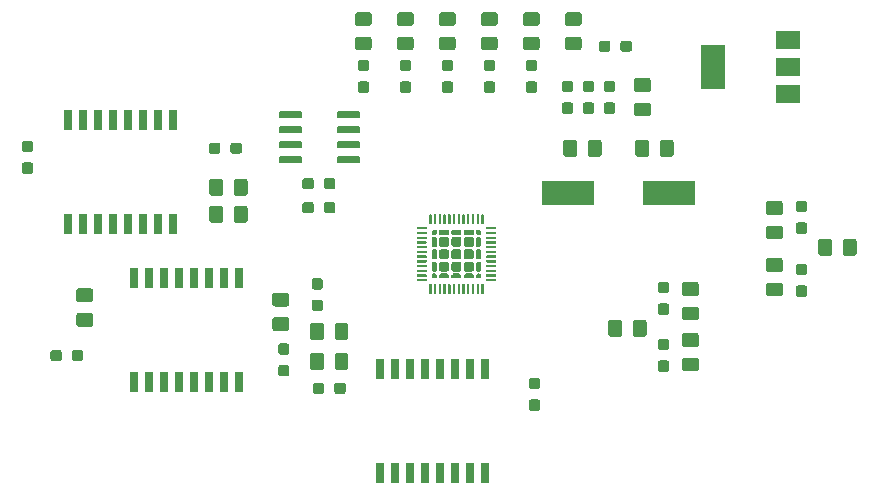
<source format=gbr>
G04 #@! TF.GenerationSoftware,KiCad,Pcbnew,5.1.5+dfsg1-2build2*
G04 #@! TF.CreationDate,2020-11-09T15:48:52+03:00*
G04 #@! TF.ProjectId,ip175,69703137-352e-46b6-9963-61645f706362,rev?*
G04 #@! TF.SameCoordinates,Original*
G04 #@! TF.FileFunction,Paste,Top*
G04 #@! TF.FilePolarity,Positive*
%FSLAX46Y46*%
G04 Gerber Fmt 4.6, Leading zero omitted, Abs format (unit mm)*
G04 Created by KiCad (PCBNEW 5.1.5+dfsg1-2build2) date 2020-11-09 15:48:52*
%MOMM*%
%LPD*%
G04 APERTURE LIST*
%ADD10R,0.760000X1.700000*%
%ADD11R,4.500000X2.000000*%
%ADD12R,2.000000X3.800000*%
%ADD13R,2.000000X1.500000*%
%ADD14C,0.150000*%
G04 APERTURE END LIST*
D10*
X135001000Y-84664000D03*
X136271000Y-84664000D03*
X137541000Y-84664000D03*
X138811000Y-84664000D03*
X142621000Y-84664000D03*
X140081000Y-84664000D03*
X141351000Y-84664000D03*
X143891000Y-84664000D03*
X137541000Y-75864000D03*
X141351000Y-75864000D03*
X143891000Y-75864000D03*
X136271000Y-75864000D03*
X142621000Y-75864000D03*
X138811000Y-75864000D03*
X135001000Y-75864000D03*
X140081000Y-75864000D03*
D11*
X177360000Y-82042000D03*
X185860000Y-82042000D03*
D12*
X189636000Y-71374000D03*
D13*
X195936000Y-71374000D03*
X195936000Y-69074000D03*
X195936000Y-73674000D03*
D14*
G36*
X154667703Y-75106722D02*
G01*
X154682264Y-75108882D01*
X154696543Y-75112459D01*
X154710403Y-75117418D01*
X154723710Y-75123712D01*
X154736336Y-75131280D01*
X154748159Y-75140048D01*
X154759066Y-75149934D01*
X154768952Y-75160841D01*
X154777720Y-75172664D01*
X154785288Y-75185290D01*
X154791582Y-75198597D01*
X154796541Y-75212457D01*
X154800118Y-75226736D01*
X154802278Y-75241297D01*
X154803000Y-75256000D01*
X154803000Y-75556000D01*
X154802278Y-75570703D01*
X154800118Y-75585264D01*
X154796541Y-75599543D01*
X154791582Y-75613403D01*
X154785288Y-75626710D01*
X154777720Y-75639336D01*
X154768952Y-75651159D01*
X154759066Y-75662066D01*
X154748159Y-75671952D01*
X154736336Y-75680720D01*
X154723710Y-75688288D01*
X154710403Y-75694582D01*
X154696543Y-75699541D01*
X154682264Y-75703118D01*
X154667703Y-75705278D01*
X154653000Y-75706000D01*
X153003000Y-75706000D01*
X152988297Y-75705278D01*
X152973736Y-75703118D01*
X152959457Y-75699541D01*
X152945597Y-75694582D01*
X152932290Y-75688288D01*
X152919664Y-75680720D01*
X152907841Y-75671952D01*
X152896934Y-75662066D01*
X152887048Y-75651159D01*
X152878280Y-75639336D01*
X152870712Y-75626710D01*
X152864418Y-75613403D01*
X152859459Y-75599543D01*
X152855882Y-75585264D01*
X152853722Y-75570703D01*
X152853000Y-75556000D01*
X152853000Y-75256000D01*
X152853722Y-75241297D01*
X152855882Y-75226736D01*
X152859459Y-75212457D01*
X152864418Y-75198597D01*
X152870712Y-75185290D01*
X152878280Y-75172664D01*
X152887048Y-75160841D01*
X152896934Y-75149934D01*
X152907841Y-75140048D01*
X152919664Y-75131280D01*
X152932290Y-75123712D01*
X152945597Y-75117418D01*
X152959457Y-75112459D01*
X152973736Y-75108882D01*
X152988297Y-75106722D01*
X153003000Y-75106000D01*
X154653000Y-75106000D01*
X154667703Y-75106722D01*
G37*
G36*
X154667703Y-76376722D02*
G01*
X154682264Y-76378882D01*
X154696543Y-76382459D01*
X154710403Y-76387418D01*
X154723710Y-76393712D01*
X154736336Y-76401280D01*
X154748159Y-76410048D01*
X154759066Y-76419934D01*
X154768952Y-76430841D01*
X154777720Y-76442664D01*
X154785288Y-76455290D01*
X154791582Y-76468597D01*
X154796541Y-76482457D01*
X154800118Y-76496736D01*
X154802278Y-76511297D01*
X154803000Y-76526000D01*
X154803000Y-76826000D01*
X154802278Y-76840703D01*
X154800118Y-76855264D01*
X154796541Y-76869543D01*
X154791582Y-76883403D01*
X154785288Y-76896710D01*
X154777720Y-76909336D01*
X154768952Y-76921159D01*
X154759066Y-76932066D01*
X154748159Y-76941952D01*
X154736336Y-76950720D01*
X154723710Y-76958288D01*
X154710403Y-76964582D01*
X154696543Y-76969541D01*
X154682264Y-76973118D01*
X154667703Y-76975278D01*
X154653000Y-76976000D01*
X153003000Y-76976000D01*
X152988297Y-76975278D01*
X152973736Y-76973118D01*
X152959457Y-76969541D01*
X152945597Y-76964582D01*
X152932290Y-76958288D01*
X152919664Y-76950720D01*
X152907841Y-76941952D01*
X152896934Y-76932066D01*
X152887048Y-76921159D01*
X152878280Y-76909336D01*
X152870712Y-76896710D01*
X152864418Y-76883403D01*
X152859459Y-76869543D01*
X152855882Y-76855264D01*
X152853722Y-76840703D01*
X152853000Y-76826000D01*
X152853000Y-76526000D01*
X152853722Y-76511297D01*
X152855882Y-76496736D01*
X152859459Y-76482457D01*
X152864418Y-76468597D01*
X152870712Y-76455290D01*
X152878280Y-76442664D01*
X152887048Y-76430841D01*
X152896934Y-76419934D01*
X152907841Y-76410048D01*
X152919664Y-76401280D01*
X152932290Y-76393712D01*
X152945597Y-76387418D01*
X152959457Y-76382459D01*
X152973736Y-76378882D01*
X152988297Y-76376722D01*
X153003000Y-76376000D01*
X154653000Y-76376000D01*
X154667703Y-76376722D01*
G37*
G36*
X154667703Y-77646722D02*
G01*
X154682264Y-77648882D01*
X154696543Y-77652459D01*
X154710403Y-77657418D01*
X154723710Y-77663712D01*
X154736336Y-77671280D01*
X154748159Y-77680048D01*
X154759066Y-77689934D01*
X154768952Y-77700841D01*
X154777720Y-77712664D01*
X154785288Y-77725290D01*
X154791582Y-77738597D01*
X154796541Y-77752457D01*
X154800118Y-77766736D01*
X154802278Y-77781297D01*
X154803000Y-77796000D01*
X154803000Y-78096000D01*
X154802278Y-78110703D01*
X154800118Y-78125264D01*
X154796541Y-78139543D01*
X154791582Y-78153403D01*
X154785288Y-78166710D01*
X154777720Y-78179336D01*
X154768952Y-78191159D01*
X154759066Y-78202066D01*
X154748159Y-78211952D01*
X154736336Y-78220720D01*
X154723710Y-78228288D01*
X154710403Y-78234582D01*
X154696543Y-78239541D01*
X154682264Y-78243118D01*
X154667703Y-78245278D01*
X154653000Y-78246000D01*
X153003000Y-78246000D01*
X152988297Y-78245278D01*
X152973736Y-78243118D01*
X152959457Y-78239541D01*
X152945597Y-78234582D01*
X152932290Y-78228288D01*
X152919664Y-78220720D01*
X152907841Y-78211952D01*
X152896934Y-78202066D01*
X152887048Y-78191159D01*
X152878280Y-78179336D01*
X152870712Y-78166710D01*
X152864418Y-78153403D01*
X152859459Y-78139543D01*
X152855882Y-78125264D01*
X152853722Y-78110703D01*
X152853000Y-78096000D01*
X152853000Y-77796000D01*
X152853722Y-77781297D01*
X152855882Y-77766736D01*
X152859459Y-77752457D01*
X152864418Y-77738597D01*
X152870712Y-77725290D01*
X152878280Y-77712664D01*
X152887048Y-77700841D01*
X152896934Y-77689934D01*
X152907841Y-77680048D01*
X152919664Y-77671280D01*
X152932290Y-77663712D01*
X152945597Y-77657418D01*
X152959457Y-77652459D01*
X152973736Y-77648882D01*
X152988297Y-77646722D01*
X153003000Y-77646000D01*
X154653000Y-77646000D01*
X154667703Y-77646722D01*
G37*
G36*
X154667703Y-78916722D02*
G01*
X154682264Y-78918882D01*
X154696543Y-78922459D01*
X154710403Y-78927418D01*
X154723710Y-78933712D01*
X154736336Y-78941280D01*
X154748159Y-78950048D01*
X154759066Y-78959934D01*
X154768952Y-78970841D01*
X154777720Y-78982664D01*
X154785288Y-78995290D01*
X154791582Y-79008597D01*
X154796541Y-79022457D01*
X154800118Y-79036736D01*
X154802278Y-79051297D01*
X154803000Y-79066000D01*
X154803000Y-79366000D01*
X154802278Y-79380703D01*
X154800118Y-79395264D01*
X154796541Y-79409543D01*
X154791582Y-79423403D01*
X154785288Y-79436710D01*
X154777720Y-79449336D01*
X154768952Y-79461159D01*
X154759066Y-79472066D01*
X154748159Y-79481952D01*
X154736336Y-79490720D01*
X154723710Y-79498288D01*
X154710403Y-79504582D01*
X154696543Y-79509541D01*
X154682264Y-79513118D01*
X154667703Y-79515278D01*
X154653000Y-79516000D01*
X153003000Y-79516000D01*
X152988297Y-79515278D01*
X152973736Y-79513118D01*
X152959457Y-79509541D01*
X152945597Y-79504582D01*
X152932290Y-79498288D01*
X152919664Y-79490720D01*
X152907841Y-79481952D01*
X152896934Y-79472066D01*
X152887048Y-79461159D01*
X152878280Y-79449336D01*
X152870712Y-79436710D01*
X152864418Y-79423403D01*
X152859459Y-79409543D01*
X152855882Y-79395264D01*
X152853722Y-79380703D01*
X152853000Y-79366000D01*
X152853000Y-79066000D01*
X152853722Y-79051297D01*
X152855882Y-79036736D01*
X152859459Y-79022457D01*
X152864418Y-79008597D01*
X152870712Y-78995290D01*
X152878280Y-78982664D01*
X152887048Y-78970841D01*
X152896934Y-78959934D01*
X152907841Y-78950048D01*
X152919664Y-78941280D01*
X152932290Y-78933712D01*
X152945597Y-78927418D01*
X152959457Y-78922459D01*
X152973736Y-78918882D01*
X152988297Y-78916722D01*
X153003000Y-78916000D01*
X154653000Y-78916000D01*
X154667703Y-78916722D01*
G37*
G36*
X159617703Y-78916722D02*
G01*
X159632264Y-78918882D01*
X159646543Y-78922459D01*
X159660403Y-78927418D01*
X159673710Y-78933712D01*
X159686336Y-78941280D01*
X159698159Y-78950048D01*
X159709066Y-78959934D01*
X159718952Y-78970841D01*
X159727720Y-78982664D01*
X159735288Y-78995290D01*
X159741582Y-79008597D01*
X159746541Y-79022457D01*
X159750118Y-79036736D01*
X159752278Y-79051297D01*
X159753000Y-79066000D01*
X159753000Y-79366000D01*
X159752278Y-79380703D01*
X159750118Y-79395264D01*
X159746541Y-79409543D01*
X159741582Y-79423403D01*
X159735288Y-79436710D01*
X159727720Y-79449336D01*
X159718952Y-79461159D01*
X159709066Y-79472066D01*
X159698159Y-79481952D01*
X159686336Y-79490720D01*
X159673710Y-79498288D01*
X159660403Y-79504582D01*
X159646543Y-79509541D01*
X159632264Y-79513118D01*
X159617703Y-79515278D01*
X159603000Y-79516000D01*
X157953000Y-79516000D01*
X157938297Y-79515278D01*
X157923736Y-79513118D01*
X157909457Y-79509541D01*
X157895597Y-79504582D01*
X157882290Y-79498288D01*
X157869664Y-79490720D01*
X157857841Y-79481952D01*
X157846934Y-79472066D01*
X157837048Y-79461159D01*
X157828280Y-79449336D01*
X157820712Y-79436710D01*
X157814418Y-79423403D01*
X157809459Y-79409543D01*
X157805882Y-79395264D01*
X157803722Y-79380703D01*
X157803000Y-79366000D01*
X157803000Y-79066000D01*
X157803722Y-79051297D01*
X157805882Y-79036736D01*
X157809459Y-79022457D01*
X157814418Y-79008597D01*
X157820712Y-78995290D01*
X157828280Y-78982664D01*
X157837048Y-78970841D01*
X157846934Y-78959934D01*
X157857841Y-78950048D01*
X157869664Y-78941280D01*
X157882290Y-78933712D01*
X157895597Y-78927418D01*
X157909457Y-78922459D01*
X157923736Y-78918882D01*
X157938297Y-78916722D01*
X157953000Y-78916000D01*
X159603000Y-78916000D01*
X159617703Y-78916722D01*
G37*
G36*
X159617703Y-77646722D02*
G01*
X159632264Y-77648882D01*
X159646543Y-77652459D01*
X159660403Y-77657418D01*
X159673710Y-77663712D01*
X159686336Y-77671280D01*
X159698159Y-77680048D01*
X159709066Y-77689934D01*
X159718952Y-77700841D01*
X159727720Y-77712664D01*
X159735288Y-77725290D01*
X159741582Y-77738597D01*
X159746541Y-77752457D01*
X159750118Y-77766736D01*
X159752278Y-77781297D01*
X159753000Y-77796000D01*
X159753000Y-78096000D01*
X159752278Y-78110703D01*
X159750118Y-78125264D01*
X159746541Y-78139543D01*
X159741582Y-78153403D01*
X159735288Y-78166710D01*
X159727720Y-78179336D01*
X159718952Y-78191159D01*
X159709066Y-78202066D01*
X159698159Y-78211952D01*
X159686336Y-78220720D01*
X159673710Y-78228288D01*
X159660403Y-78234582D01*
X159646543Y-78239541D01*
X159632264Y-78243118D01*
X159617703Y-78245278D01*
X159603000Y-78246000D01*
X157953000Y-78246000D01*
X157938297Y-78245278D01*
X157923736Y-78243118D01*
X157909457Y-78239541D01*
X157895597Y-78234582D01*
X157882290Y-78228288D01*
X157869664Y-78220720D01*
X157857841Y-78211952D01*
X157846934Y-78202066D01*
X157837048Y-78191159D01*
X157828280Y-78179336D01*
X157820712Y-78166710D01*
X157814418Y-78153403D01*
X157809459Y-78139543D01*
X157805882Y-78125264D01*
X157803722Y-78110703D01*
X157803000Y-78096000D01*
X157803000Y-77796000D01*
X157803722Y-77781297D01*
X157805882Y-77766736D01*
X157809459Y-77752457D01*
X157814418Y-77738597D01*
X157820712Y-77725290D01*
X157828280Y-77712664D01*
X157837048Y-77700841D01*
X157846934Y-77689934D01*
X157857841Y-77680048D01*
X157869664Y-77671280D01*
X157882290Y-77663712D01*
X157895597Y-77657418D01*
X157909457Y-77652459D01*
X157923736Y-77648882D01*
X157938297Y-77646722D01*
X157953000Y-77646000D01*
X159603000Y-77646000D01*
X159617703Y-77646722D01*
G37*
G36*
X159617703Y-76376722D02*
G01*
X159632264Y-76378882D01*
X159646543Y-76382459D01*
X159660403Y-76387418D01*
X159673710Y-76393712D01*
X159686336Y-76401280D01*
X159698159Y-76410048D01*
X159709066Y-76419934D01*
X159718952Y-76430841D01*
X159727720Y-76442664D01*
X159735288Y-76455290D01*
X159741582Y-76468597D01*
X159746541Y-76482457D01*
X159750118Y-76496736D01*
X159752278Y-76511297D01*
X159753000Y-76526000D01*
X159753000Y-76826000D01*
X159752278Y-76840703D01*
X159750118Y-76855264D01*
X159746541Y-76869543D01*
X159741582Y-76883403D01*
X159735288Y-76896710D01*
X159727720Y-76909336D01*
X159718952Y-76921159D01*
X159709066Y-76932066D01*
X159698159Y-76941952D01*
X159686336Y-76950720D01*
X159673710Y-76958288D01*
X159660403Y-76964582D01*
X159646543Y-76969541D01*
X159632264Y-76973118D01*
X159617703Y-76975278D01*
X159603000Y-76976000D01*
X157953000Y-76976000D01*
X157938297Y-76975278D01*
X157923736Y-76973118D01*
X157909457Y-76969541D01*
X157895597Y-76964582D01*
X157882290Y-76958288D01*
X157869664Y-76950720D01*
X157857841Y-76941952D01*
X157846934Y-76932066D01*
X157837048Y-76921159D01*
X157828280Y-76909336D01*
X157820712Y-76896710D01*
X157814418Y-76883403D01*
X157809459Y-76869543D01*
X157805882Y-76855264D01*
X157803722Y-76840703D01*
X157803000Y-76826000D01*
X157803000Y-76526000D01*
X157803722Y-76511297D01*
X157805882Y-76496736D01*
X157809459Y-76482457D01*
X157814418Y-76468597D01*
X157820712Y-76455290D01*
X157828280Y-76442664D01*
X157837048Y-76430841D01*
X157846934Y-76419934D01*
X157857841Y-76410048D01*
X157869664Y-76401280D01*
X157882290Y-76393712D01*
X157895597Y-76387418D01*
X157909457Y-76382459D01*
X157923736Y-76378882D01*
X157938297Y-76376722D01*
X157953000Y-76376000D01*
X159603000Y-76376000D01*
X159617703Y-76376722D01*
G37*
G36*
X159617703Y-75106722D02*
G01*
X159632264Y-75108882D01*
X159646543Y-75112459D01*
X159660403Y-75117418D01*
X159673710Y-75123712D01*
X159686336Y-75131280D01*
X159698159Y-75140048D01*
X159709066Y-75149934D01*
X159718952Y-75160841D01*
X159727720Y-75172664D01*
X159735288Y-75185290D01*
X159741582Y-75198597D01*
X159746541Y-75212457D01*
X159750118Y-75226736D01*
X159752278Y-75241297D01*
X159753000Y-75256000D01*
X159753000Y-75556000D01*
X159752278Y-75570703D01*
X159750118Y-75585264D01*
X159746541Y-75599543D01*
X159741582Y-75613403D01*
X159735288Y-75626710D01*
X159727720Y-75639336D01*
X159718952Y-75651159D01*
X159709066Y-75662066D01*
X159698159Y-75671952D01*
X159686336Y-75680720D01*
X159673710Y-75688288D01*
X159660403Y-75694582D01*
X159646543Y-75699541D01*
X159632264Y-75703118D01*
X159617703Y-75705278D01*
X159603000Y-75706000D01*
X157953000Y-75706000D01*
X157938297Y-75705278D01*
X157923736Y-75703118D01*
X157909457Y-75699541D01*
X157895597Y-75694582D01*
X157882290Y-75688288D01*
X157869664Y-75680720D01*
X157857841Y-75671952D01*
X157846934Y-75662066D01*
X157837048Y-75651159D01*
X157828280Y-75639336D01*
X157820712Y-75626710D01*
X157814418Y-75613403D01*
X157809459Y-75599543D01*
X157805882Y-75585264D01*
X157803722Y-75570703D01*
X157803000Y-75556000D01*
X157803000Y-75256000D01*
X157803722Y-75241297D01*
X157805882Y-75226736D01*
X157809459Y-75212457D01*
X157814418Y-75198597D01*
X157820712Y-75185290D01*
X157828280Y-75172664D01*
X157837048Y-75160841D01*
X157846934Y-75149934D01*
X157857841Y-75140048D01*
X157869664Y-75131280D01*
X157882290Y-75123712D01*
X157895597Y-75117418D01*
X157909457Y-75112459D01*
X157923736Y-75108882D01*
X157938297Y-75106722D01*
X157953000Y-75106000D01*
X159603000Y-75106000D01*
X159617703Y-75106722D01*
G37*
G36*
X165749901Y-89739341D02*
G01*
X165754755Y-89740061D01*
X165759514Y-89741253D01*
X165764134Y-89742906D01*
X165768570Y-89745004D01*
X165772779Y-89747527D01*
X165776720Y-89750449D01*
X165780355Y-89753745D01*
X165783651Y-89757380D01*
X165786573Y-89761321D01*
X165789096Y-89765530D01*
X165791194Y-89769966D01*
X165792847Y-89774586D01*
X165794039Y-89779345D01*
X165794759Y-89784199D01*
X165795000Y-89789100D01*
X165795000Y-90539100D01*
X165794759Y-90544001D01*
X165794039Y-90548855D01*
X165792847Y-90553614D01*
X165791194Y-90558234D01*
X165789096Y-90562670D01*
X165786573Y-90566879D01*
X165783651Y-90570820D01*
X165780355Y-90574455D01*
X165776720Y-90577751D01*
X165772779Y-90580673D01*
X165768570Y-90583196D01*
X165764134Y-90585294D01*
X165759514Y-90586947D01*
X165754755Y-90588139D01*
X165749901Y-90588859D01*
X165745000Y-90589100D01*
X165645000Y-90589100D01*
X165640099Y-90588859D01*
X165635245Y-90588139D01*
X165630486Y-90586947D01*
X165625866Y-90585294D01*
X165621430Y-90583196D01*
X165617221Y-90580673D01*
X165613280Y-90577751D01*
X165609645Y-90574455D01*
X165606349Y-90570820D01*
X165603427Y-90566879D01*
X165600904Y-90562670D01*
X165598806Y-90558234D01*
X165597153Y-90553614D01*
X165595961Y-90548855D01*
X165595241Y-90544001D01*
X165595000Y-90539100D01*
X165595000Y-89789100D01*
X165595241Y-89784199D01*
X165595961Y-89779345D01*
X165597153Y-89774586D01*
X165598806Y-89769966D01*
X165600904Y-89765530D01*
X165603427Y-89761321D01*
X165606349Y-89757380D01*
X165609645Y-89753745D01*
X165613280Y-89750449D01*
X165617221Y-89747527D01*
X165621430Y-89745004D01*
X165625866Y-89742906D01*
X165630486Y-89741253D01*
X165635245Y-89740061D01*
X165640099Y-89739341D01*
X165645000Y-89739100D01*
X165745000Y-89739100D01*
X165749901Y-89739341D01*
G37*
G36*
X166149901Y-89739341D02*
G01*
X166154755Y-89740061D01*
X166159514Y-89741253D01*
X166164134Y-89742906D01*
X166168570Y-89745004D01*
X166172779Y-89747527D01*
X166176720Y-89750449D01*
X166180355Y-89753745D01*
X166183651Y-89757380D01*
X166186573Y-89761321D01*
X166189096Y-89765530D01*
X166191194Y-89769966D01*
X166192847Y-89774586D01*
X166194039Y-89779345D01*
X166194759Y-89784199D01*
X166195000Y-89789100D01*
X166195000Y-90539100D01*
X166194759Y-90544001D01*
X166194039Y-90548855D01*
X166192847Y-90553614D01*
X166191194Y-90558234D01*
X166189096Y-90562670D01*
X166186573Y-90566879D01*
X166183651Y-90570820D01*
X166180355Y-90574455D01*
X166176720Y-90577751D01*
X166172779Y-90580673D01*
X166168570Y-90583196D01*
X166164134Y-90585294D01*
X166159514Y-90586947D01*
X166154755Y-90588139D01*
X166149901Y-90588859D01*
X166145000Y-90589100D01*
X166045000Y-90589100D01*
X166040099Y-90588859D01*
X166035245Y-90588139D01*
X166030486Y-90586947D01*
X166025866Y-90585294D01*
X166021430Y-90583196D01*
X166017221Y-90580673D01*
X166013280Y-90577751D01*
X166009645Y-90574455D01*
X166006349Y-90570820D01*
X166003427Y-90566879D01*
X166000904Y-90562670D01*
X165998806Y-90558234D01*
X165997153Y-90553614D01*
X165995961Y-90548855D01*
X165995241Y-90544001D01*
X165995000Y-90539100D01*
X165995000Y-89789100D01*
X165995241Y-89784199D01*
X165995961Y-89779345D01*
X165997153Y-89774586D01*
X165998806Y-89769966D01*
X166000904Y-89765530D01*
X166003427Y-89761321D01*
X166006349Y-89757380D01*
X166009645Y-89753745D01*
X166013280Y-89750449D01*
X166017221Y-89747527D01*
X166021430Y-89745004D01*
X166025866Y-89742906D01*
X166030486Y-89741253D01*
X166035245Y-89740061D01*
X166040099Y-89739341D01*
X166045000Y-89739100D01*
X166145000Y-89739100D01*
X166149901Y-89739341D01*
G37*
G36*
X166549901Y-89739341D02*
G01*
X166554755Y-89740061D01*
X166559514Y-89741253D01*
X166564134Y-89742906D01*
X166568570Y-89745004D01*
X166572779Y-89747527D01*
X166576720Y-89750449D01*
X166580355Y-89753745D01*
X166583651Y-89757380D01*
X166586573Y-89761321D01*
X166589096Y-89765530D01*
X166591194Y-89769966D01*
X166592847Y-89774586D01*
X166594039Y-89779345D01*
X166594759Y-89784199D01*
X166595000Y-89789100D01*
X166595000Y-90539100D01*
X166594759Y-90544001D01*
X166594039Y-90548855D01*
X166592847Y-90553614D01*
X166591194Y-90558234D01*
X166589096Y-90562670D01*
X166586573Y-90566879D01*
X166583651Y-90570820D01*
X166580355Y-90574455D01*
X166576720Y-90577751D01*
X166572779Y-90580673D01*
X166568570Y-90583196D01*
X166564134Y-90585294D01*
X166559514Y-90586947D01*
X166554755Y-90588139D01*
X166549901Y-90588859D01*
X166545000Y-90589100D01*
X166445000Y-90589100D01*
X166440099Y-90588859D01*
X166435245Y-90588139D01*
X166430486Y-90586947D01*
X166425866Y-90585294D01*
X166421430Y-90583196D01*
X166417221Y-90580673D01*
X166413280Y-90577751D01*
X166409645Y-90574455D01*
X166406349Y-90570820D01*
X166403427Y-90566879D01*
X166400904Y-90562670D01*
X166398806Y-90558234D01*
X166397153Y-90553614D01*
X166395961Y-90548855D01*
X166395241Y-90544001D01*
X166395000Y-90539100D01*
X166395000Y-89789100D01*
X166395241Y-89784199D01*
X166395961Y-89779345D01*
X166397153Y-89774586D01*
X166398806Y-89769966D01*
X166400904Y-89765530D01*
X166403427Y-89761321D01*
X166406349Y-89757380D01*
X166409645Y-89753745D01*
X166413280Y-89750449D01*
X166417221Y-89747527D01*
X166421430Y-89745004D01*
X166425866Y-89742906D01*
X166430486Y-89741253D01*
X166435245Y-89740061D01*
X166440099Y-89739341D01*
X166445000Y-89739100D01*
X166545000Y-89739100D01*
X166549901Y-89739341D01*
G37*
G36*
X166949901Y-89739341D02*
G01*
X166954755Y-89740061D01*
X166959514Y-89741253D01*
X166964134Y-89742906D01*
X166968570Y-89745004D01*
X166972779Y-89747527D01*
X166976720Y-89750449D01*
X166980355Y-89753745D01*
X166983651Y-89757380D01*
X166986573Y-89761321D01*
X166989096Y-89765530D01*
X166991194Y-89769966D01*
X166992847Y-89774586D01*
X166994039Y-89779345D01*
X166994759Y-89784199D01*
X166995000Y-89789100D01*
X166995000Y-90539100D01*
X166994759Y-90544001D01*
X166994039Y-90548855D01*
X166992847Y-90553614D01*
X166991194Y-90558234D01*
X166989096Y-90562670D01*
X166986573Y-90566879D01*
X166983651Y-90570820D01*
X166980355Y-90574455D01*
X166976720Y-90577751D01*
X166972779Y-90580673D01*
X166968570Y-90583196D01*
X166964134Y-90585294D01*
X166959514Y-90586947D01*
X166954755Y-90588139D01*
X166949901Y-90588859D01*
X166945000Y-90589100D01*
X166845000Y-90589100D01*
X166840099Y-90588859D01*
X166835245Y-90588139D01*
X166830486Y-90586947D01*
X166825866Y-90585294D01*
X166821430Y-90583196D01*
X166817221Y-90580673D01*
X166813280Y-90577751D01*
X166809645Y-90574455D01*
X166806349Y-90570820D01*
X166803427Y-90566879D01*
X166800904Y-90562670D01*
X166798806Y-90558234D01*
X166797153Y-90553614D01*
X166795961Y-90548855D01*
X166795241Y-90544001D01*
X166795000Y-90539100D01*
X166795000Y-89789100D01*
X166795241Y-89784199D01*
X166795961Y-89779345D01*
X166797153Y-89774586D01*
X166798806Y-89769966D01*
X166800904Y-89765530D01*
X166803427Y-89761321D01*
X166806349Y-89757380D01*
X166809645Y-89753745D01*
X166813280Y-89750449D01*
X166817221Y-89747527D01*
X166821430Y-89745004D01*
X166825866Y-89742906D01*
X166830486Y-89741253D01*
X166835245Y-89740061D01*
X166840099Y-89739341D01*
X166845000Y-89739100D01*
X166945000Y-89739100D01*
X166949901Y-89739341D01*
G37*
G36*
X167349901Y-89739341D02*
G01*
X167354755Y-89740061D01*
X167359514Y-89741253D01*
X167364134Y-89742906D01*
X167368570Y-89745004D01*
X167372779Y-89747527D01*
X167376720Y-89750449D01*
X167380355Y-89753745D01*
X167383651Y-89757380D01*
X167386573Y-89761321D01*
X167389096Y-89765530D01*
X167391194Y-89769966D01*
X167392847Y-89774586D01*
X167394039Y-89779345D01*
X167394759Y-89784199D01*
X167395000Y-89789100D01*
X167395000Y-90539100D01*
X167394759Y-90544001D01*
X167394039Y-90548855D01*
X167392847Y-90553614D01*
X167391194Y-90558234D01*
X167389096Y-90562670D01*
X167386573Y-90566879D01*
X167383651Y-90570820D01*
X167380355Y-90574455D01*
X167376720Y-90577751D01*
X167372779Y-90580673D01*
X167368570Y-90583196D01*
X167364134Y-90585294D01*
X167359514Y-90586947D01*
X167354755Y-90588139D01*
X167349901Y-90588859D01*
X167345000Y-90589100D01*
X167245000Y-90589100D01*
X167240099Y-90588859D01*
X167235245Y-90588139D01*
X167230486Y-90586947D01*
X167225866Y-90585294D01*
X167221430Y-90583196D01*
X167217221Y-90580673D01*
X167213280Y-90577751D01*
X167209645Y-90574455D01*
X167206349Y-90570820D01*
X167203427Y-90566879D01*
X167200904Y-90562670D01*
X167198806Y-90558234D01*
X167197153Y-90553614D01*
X167195961Y-90548855D01*
X167195241Y-90544001D01*
X167195000Y-90539100D01*
X167195000Y-89789100D01*
X167195241Y-89784199D01*
X167195961Y-89779345D01*
X167197153Y-89774586D01*
X167198806Y-89769966D01*
X167200904Y-89765530D01*
X167203427Y-89761321D01*
X167206349Y-89757380D01*
X167209645Y-89753745D01*
X167213280Y-89750449D01*
X167217221Y-89747527D01*
X167221430Y-89745004D01*
X167225866Y-89742906D01*
X167230486Y-89741253D01*
X167235245Y-89740061D01*
X167240099Y-89739341D01*
X167245000Y-89739100D01*
X167345000Y-89739100D01*
X167349901Y-89739341D01*
G37*
G36*
X167749901Y-89739341D02*
G01*
X167754755Y-89740061D01*
X167759514Y-89741253D01*
X167764134Y-89742906D01*
X167768570Y-89745004D01*
X167772779Y-89747527D01*
X167776720Y-89750449D01*
X167780355Y-89753745D01*
X167783651Y-89757380D01*
X167786573Y-89761321D01*
X167789096Y-89765530D01*
X167791194Y-89769966D01*
X167792847Y-89774586D01*
X167794039Y-89779345D01*
X167794759Y-89784199D01*
X167795000Y-89789100D01*
X167795000Y-90539100D01*
X167794759Y-90544001D01*
X167794039Y-90548855D01*
X167792847Y-90553614D01*
X167791194Y-90558234D01*
X167789096Y-90562670D01*
X167786573Y-90566879D01*
X167783651Y-90570820D01*
X167780355Y-90574455D01*
X167776720Y-90577751D01*
X167772779Y-90580673D01*
X167768570Y-90583196D01*
X167764134Y-90585294D01*
X167759514Y-90586947D01*
X167754755Y-90588139D01*
X167749901Y-90588859D01*
X167745000Y-90589100D01*
X167645000Y-90589100D01*
X167640099Y-90588859D01*
X167635245Y-90588139D01*
X167630486Y-90586947D01*
X167625866Y-90585294D01*
X167621430Y-90583196D01*
X167617221Y-90580673D01*
X167613280Y-90577751D01*
X167609645Y-90574455D01*
X167606349Y-90570820D01*
X167603427Y-90566879D01*
X167600904Y-90562670D01*
X167598806Y-90558234D01*
X167597153Y-90553614D01*
X167595961Y-90548855D01*
X167595241Y-90544001D01*
X167595000Y-90539100D01*
X167595000Y-89789100D01*
X167595241Y-89784199D01*
X167595961Y-89779345D01*
X167597153Y-89774586D01*
X167598806Y-89769966D01*
X167600904Y-89765530D01*
X167603427Y-89761321D01*
X167606349Y-89757380D01*
X167609645Y-89753745D01*
X167613280Y-89750449D01*
X167617221Y-89747527D01*
X167621430Y-89745004D01*
X167625866Y-89742906D01*
X167630486Y-89741253D01*
X167635245Y-89740061D01*
X167640099Y-89739341D01*
X167645000Y-89739100D01*
X167745000Y-89739100D01*
X167749901Y-89739341D01*
G37*
G36*
X168149901Y-89739341D02*
G01*
X168154755Y-89740061D01*
X168159514Y-89741253D01*
X168164134Y-89742906D01*
X168168570Y-89745004D01*
X168172779Y-89747527D01*
X168176720Y-89750449D01*
X168180355Y-89753745D01*
X168183651Y-89757380D01*
X168186573Y-89761321D01*
X168189096Y-89765530D01*
X168191194Y-89769966D01*
X168192847Y-89774586D01*
X168194039Y-89779345D01*
X168194759Y-89784199D01*
X168195000Y-89789100D01*
X168195000Y-90539100D01*
X168194759Y-90544001D01*
X168194039Y-90548855D01*
X168192847Y-90553614D01*
X168191194Y-90558234D01*
X168189096Y-90562670D01*
X168186573Y-90566879D01*
X168183651Y-90570820D01*
X168180355Y-90574455D01*
X168176720Y-90577751D01*
X168172779Y-90580673D01*
X168168570Y-90583196D01*
X168164134Y-90585294D01*
X168159514Y-90586947D01*
X168154755Y-90588139D01*
X168149901Y-90588859D01*
X168145000Y-90589100D01*
X168045000Y-90589100D01*
X168040099Y-90588859D01*
X168035245Y-90588139D01*
X168030486Y-90586947D01*
X168025866Y-90585294D01*
X168021430Y-90583196D01*
X168017221Y-90580673D01*
X168013280Y-90577751D01*
X168009645Y-90574455D01*
X168006349Y-90570820D01*
X168003427Y-90566879D01*
X168000904Y-90562670D01*
X167998806Y-90558234D01*
X167997153Y-90553614D01*
X167995961Y-90548855D01*
X167995241Y-90544001D01*
X167995000Y-90539100D01*
X167995000Y-89789100D01*
X167995241Y-89784199D01*
X167995961Y-89779345D01*
X167997153Y-89774586D01*
X167998806Y-89769966D01*
X168000904Y-89765530D01*
X168003427Y-89761321D01*
X168006349Y-89757380D01*
X168009645Y-89753745D01*
X168013280Y-89750449D01*
X168017221Y-89747527D01*
X168021430Y-89745004D01*
X168025866Y-89742906D01*
X168030486Y-89741253D01*
X168035245Y-89740061D01*
X168040099Y-89739341D01*
X168045000Y-89739100D01*
X168145000Y-89739100D01*
X168149901Y-89739341D01*
G37*
G36*
X168549901Y-89739341D02*
G01*
X168554755Y-89740061D01*
X168559514Y-89741253D01*
X168564134Y-89742906D01*
X168568570Y-89745004D01*
X168572779Y-89747527D01*
X168576720Y-89750449D01*
X168580355Y-89753745D01*
X168583651Y-89757380D01*
X168586573Y-89761321D01*
X168589096Y-89765530D01*
X168591194Y-89769966D01*
X168592847Y-89774586D01*
X168594039Y-89779345D01*
X168594759Y-89784199D01*
X168595000Y-89789100D01*
X168595000Y-90539100D01*
X168594759Y-90544001D01*
X168594039Y-90548855D01*
X168592847Y-90553614D01*
X168591194Y-90558234D01*
X168589096Y-90562670D01*
X168586573Y-90566879D01*
X168583651Y-90570820D01*
X168580355Y-90574455D01*
X168576720Y-90577751D01*
X168572779Y-90580673D01*
X168568570Y-90583196D01*
X168564134Y-90585294D01*
X168559514Y-90586947D01*
X168554755Y-90588139D01*
X168549901Y-90588859D01*
X168545000Y-90589100D01*
X168445000Y-90589100D01*
X168440099Y-90588859D01*
X168435245Y-90588139D01*
X168430486Y-90586947D01*
X168425866Y-90585294D01*
X168421430Y-90583196D01*
X168417221Y-90580673D01*
X168413280Y-90577751D01*
X168409645Y-90574455D01*
X168406349Y-90570820D01*
X168403427Y-90566879D01*
X168400904Y-90562670D01*
X168398806Y-90558234D01*
X168397153Y-90553614D01*
X168395961Y-90548855D01*
X168395241Y-90544001D01*
X168395000Y-90539100D01*
X168395000Y-89789100D01*
X168395241Y-89784199D01*
X168395961Y-89779345D01*
X168397153Y-89774586D01*
X168398806Y-89769966D01*
X168400904Y-89765530D01*
X168403427Y-89761321D01*
X168406349Y-89757380D01*
X168409645Y-89753745D01*
X168413280Y-89750449D01*
X168417221Y-89747527D01*
X168421430Y-89745004D01*
X168425866Y-89742906D01*
X168430486Y-89741253D01*
X168435245Y-89740061D01*
X168440099Y-89739341D01*
X168445000Y-89739100D01*
X168545000Y-89739100D01*
X168549901Y-89739341D01*
G37*
G36*
X168949901Y-89739341D02*
G01*
X168954755Y-89740061D01*
X168959514Y-89741253D01*
X168964134Y-89742906D01*
X168968570Y-89745004D01*
X168972779Y-89747527D01*
X168976720Y-89750449D01*
X168980355Y-89753745D01*
X168983651Y-89757380D01*
X168986573Y-89761321D01*
X168989096Y-89765530D01*
X168991194Y-89769966D01*
X168992847Y-89774586D01*
X168994039Y-89779345D01*
X168994759Y-89784199D01*
X168995000Y-89789100D01*
X168995000Y-90539100D01*
X168994759Y-90544001D01*
X168994039Y-90548855D01*
X168992847Y-90553614D01*
X168991194Y-90558234D01*
X168989096Y-90562670D01*
X168986573Y-90566879D01*
X168983651Y-90570820D01*
X168980355Y-90574455D01*
X168976720Y-90577751D01*
X168972779Y-90580673D01*
X168968570Y-90583196D01*
X168964134Y-90585294D01*
X168959514Y-90586947D01*
X168954755Y-90588139D01*
X168949901Y-90588859D01*
X168945000Y-90589100D01*
X168845000Y-90589100D01*
X168840099Y-90588859D01*
X168835245Y-90588139D01*
X168830486Y-90586947D01*
X168825866Y-90585294D01*
X168821430Y-90583196D01*
X168817221Y-90580673D01*
X168813280Y-90577751D01*
X168809645Y-90574455D01*
X168806349Y-90570820D01*
X168803427Y-90566879D01*
X168800904Y-90562670D01*
X168798806Y-90558234D01*
X168797153Y-90553614D01*
X168795961Y-90548855D01*
X168795241Y-90544001D01*
X168795000Y-90539100D01*
X168795000Y-89789100D01*
X168795241Y-89784199D01*
X168795961Y-89779345D01*
X168797153Y-89774586D01*
X168798806Y-89769966D01*
X168800904Y-89765530D01*
X168803427Y-89761321D01*
X168806349Y-89757380D01*
X168809645Y-89753745D01*
X168813280Y-89750449D01*
X168817221Y-89747527D01*
X168821430Y-89745004D01*
X168825866Y-89742906D01*
X168830486Y-89741253D01*
X168835245Y-89740061D01*
X168840099Y-89739341D01*
X168845000Y-89739100D01*
X168945000Y-89739100D01*
X168949901Y-89739341D01*
G37*
G36*
X169349901Y-89739341D02*
G01*
X169354755Y-89740061D01*
X169359514Y-89741253D01*
X169364134Y-89742906D01*
X169368570Y-89745004D01*
X169372779Y-89747527D01*
X169376720Y-89750449D01*
X169380355Y-89753745D01*
X169383651Y-89757380D01*
X169386573Y-89761321D01*
X169389096Y-89765530D01*
X169391194Y-89769966D01*
X169392847Y-89774586D01*
X169394039Y-89779345D01*
X169394759Y-89784199D01*
X169395000Y-89789100D01*
X169395000Y-90539100D01*
X169394759Y-90544001D01*
X169394039Y-90548855D01*
X169392847Y-90553614D01*
X169391194Y-90558234D01*
X169389096Y-90562670D01*
X169386573Y-90566879D01*
X169383651Y-90570820D01*
X169380355Y-90574455D01*
X169376720Y-90577751D01*
X169372779Y-90580673D01*
X169368570Y-90583196D01*
X169364134Y-90585294D01*
X169359514Y-90586947D01*
X169354755Y-90588139D01*
X169349901Y-90588859D01*
X169345000Y-90589100D01*
X169245000Y-90589100D01*
X169240099Y-90588859D01*
X169235245Y-90588139D01*
X169230486Y-90586947D01*
X169225866Y-90585294D01*
X169221430Y-90583196D01*
X169217221Y-90580673D01*
X169213280Y-90577751D01*
X169209645Y-90574455D01*
X169206349Y-90570820D01*
X169203427Y-90566879D01*
X169200904Y-90562670D01*
X169198806Y-90558234D01*
X169197153Y-90553614D01*
X169195961Y-90548855D01*
X169195241Y-90544001D01*
X169195000Y-90539100D01*
X169195000Y-89789100D01*
X169195241Y-89784199D01*
X169195961Y-89779345D01*
X169197153Y-89774586D01*
X169198806Y-89769966D01*
X169200904Y-89765530D01*
X169203427Y-89761321D01*
X169206349Y-89757380D01*
X169209645Y-89753745D01*
X169213280Y-89750449D01*
X169217221Y-89747527D01*
X169221430Y-89745004D01*
X169225866Y-89742906D01*
X169230486Y-89741253D01*
X169235245Y-89740061D01*
X169240099Y-89739341D01*
X169245000Y-89739100D01*
X169345000Y-89739100D01*
X169349901Y-89739341D01*
G37*
G36*
X169749901Y-89739341D02*
G01*
X169754755Y-89740061D01*
X169759514Y-89741253D01*
X169764134Y-89742906D01*
X169768570Y-89745004D01*
X169772779Y-89747527D01*
X169776720Y-89750449D01*
X169780355Y-89753745D01*
X169783651Y-89757380D01*
X169786573Y-89761321D01*
X169789096Y-89765530D01*
X169791194Y-89769966D01*
X169792847Y-89774586D01*
X169794039Y-89779345D01*
X169794759Y-89784199D01*
X169795000Y-89789100D01*
X169795000Y-90539100D01*
X169794759Y-90544001D01*
X169794039Y-90548855D01*
X169792847Y-90553614D01*
X169791194Y-90558234D01*
X169789096Y-90562670D01*
X169786573Y-90566879D01*
X169783651Y-90570820D01*
X169780355Y-90574455D01*
X169776720Y-90577751D01*
X169772779Y-90580673D01*
X169768570Y-90583196D01*
X169764134Y-90585294D01*
X169759514Y-90586947D01*
X169754755Y-90588139D01*
X169749901Y-90588859D01*
X169745000Y-90589100D01*
X169645000Y-90589100D01*
X169640099Y-90588859D01*
X169635245Y-90588139D01*
X169630486Y-90586947D01*
X169625866Y-90585294D01*
X169621430Y-90583196D01*
X169617221Y-90580673D01*
X169613280Y-90577751D01*
X169609645Y-90574455D01*
X169606349Y-90570820D01*
X169603427Y-90566879D01*
X169600904Y-90562670D01*
X169598806Y-90558234D01*
X169597153Y-90553614D01*
X169595961Y-90548855D01*
X169595241Y-90544001D01*
X169595000Y-90539100D01*
X169595000Y-89789100D01*
X169595241Y-89784199D01*
X169595961Y-89779345D01*
X169597153Y-89774586D01*
X169598806Y-89769966D01*
X169600904Y-89765530D01*
X169603427Y-89761321D01*
X169606349Y-89757380D01*
X169609645Y-89753745D01*
X169613280Y-89750449D01*
X169617221Y-89747527D01*
X169621430Y-89745004D01*
X169625866Y-89742906D01*
X169630486Y-89741253D01*
X169635245Y-89740061D01*
X169640099Y-89739341D01*
X169645000Y-89739100D01*
X169745000Y-89739100D01*
X169749901Y-89739341D01*
G37*
G36*
X170149901Y-89739341D02*
G01*
X170154755Y-89740061D01*
X170159514Y-89741253D01*
X170164134Y-89742906D01*
X170168570Y-89745004D01*
X170172779Y-89747527D01*
X170176720Y-89750449D01*
X170180355Y-89753745D01*
X170183651Y-89757380D01*
X170186573Y-89761321D01*
X170189096Y-89765530D01*
X170191194Y-89769966D01*
X170192847Y-89774586D01*
X170194039Y-89779345D01*
X170194759Y-89784199D01*
X170195000Y-89789100D01*
X170195000Y-90539100D01*
X170194759Y-90544001D01*
X170194039Y-90548855D01*
X170192847Y-90553614D01*
X170191194Y-90558234D01*
X170189096Y-90562670D01*
X170186573Y-90566879D01*
X170183651Y-90570820D01*
X170180355Y-90574455D01*
X170176720Y-90577751D01*
X170172779Y-90580673D01*
X170168570Y-90583196D01*
X170164134Y-90585294D01*
X170159514Y-90586947D01*
X170154755Y-90588139D01*
X170149901Y-90588859D01*
X170145000Y-90589100D01*
X170045000Y-90589100D01*
X170040099Y-90588859D01*
X170035245Y-90588139D01*
X170030486Y-90586947D01*
X170025866Y-90585294D01*
X170021430Y-90583196D01*
X170017221Y-90580673D01*
X170013280Y-90577751D01*
X170009645Y-90574455D01*
X170006349Y-90570820D01*
X170003427Y-90566879D01*
X170000904Y-90562670D01*
X169998806Y-90558234D01*
X169997153Y-90553614D01*
X169995961Y-90548855D01*
X169995241Y-90544001D01*
X169995000Y-90539100D01*
X169995000Y-89789100D01*
X169995241Y-89784199D01*
X169995961Y-89779345D01*
X169997153Y-89774586D01*
X169998806Y-89769966D01*
X170000904Y-89765530D01*
X170003427Y-89761321D01*
X170006349Y-89757380D01*
X170009645Y-89753745D01*
X170013280Y-89750449D01*
X170017221Y-89747527D01*
X170021430Y-89745004D01*
X170025866Y-89742906D01*
X170030486Y-89741253D01*
X170035245Y-89740061D01*
X170040099Y-89739341D01*
X170045000Y-89739100D01*
X170145000Y-89739100D01*
X170149901Y-89739341D01*
G37*
G36*
X171224901Y-89314341D02*
G01*
X171229755Y-89315061D01*
X171234514Y-89316253D01*
X171239134Y-89317906D01*
X171243570Y-89320004D01*
X171247779Y-89322527D01*
X171251720Y-89325449D01*
X171255355Y-89328745D01*
X171258651Y-89332380D01*
X171261573Y-89336321D01*
X171264096Y-89340530D01*
X171266194Y-89344966D01*
X171267847Y-89349586D01*
X171269039Y-89354345D01*
X171269759Y-89359199D01*
X171270000Y-89364100D01*
X171270000Y-89464100D01*
X171269759Y-89469001D01*
X171269039Y-89473855D01*
X171267847Y-89478614D01*
X171266194Y-89483234D01*
X171264096Y-89487670D01*
X171261573Y-89491879D01*
X171258651Y-89495820D01*
X171255355Y-89499455D01*
X171251720Y-89502751D01*
X171247779Y-89505673D01*
X171243570Y-89508196D01*
X171239134Y-89510294D01*
X171234514Y-89511947D01*
X171229755Y-89513139D01*
X171224901Y-89513859D01*
X171220000Y-89514100D01*
X170470000Y-89514100D01*
X170465099Y-89513859D01*
X170460245Y-89513139D01*
X170455486Y-89511947D01*
X170450866Y-89510294D01*
X170446430Y-89508196D01*
X170442221Y-89505673D01*
X170438280Y-89502751D01*
X170434645Y-89499455D01*
X170431349Y-89495820D01*
X170428427Y-89491879D01*
X170425904Y-89487670D01*
X170423806Y-89483234D01*
X170422153Y-89478614D01*
X170420961Y-89473855D01*
X170420241Y-89469001D01*
X170420000Y-89464100D01*
X170420000Y-89364100D01*
X170420241Y-89359199D01*
X170420961Y-89354345D01*
X170422153Y-89349586D01*
X170423806Y-89344966D01*
X170425904Y-89340530D01*
X170428427Y-89336321D01*
X170431349Y-89332380D01*
X170434645Y-89328745D01*
X170438280Y-89325449D01*
X170442221Y-89322527D01*
X170446430Y-89320004D01*
X170450866Y-89317906D01*
X170455486Y-89316253D01*
X170460245Y-89315061D01*
X170465099Y-89314341D01*
X170470000Y-89314100D01*
X171220000Y-89314100D01*
X171224901Y-89314341D01*
G37*
G36*
X171224901Y-88914341D02*
G01*
X171229755Y-88915061D01*
X171234514Y-88916253D01*
X171239134Y-88917906D01*
X171243570Y-88920004D01*
X171247779Y-88922527D01*
X171251720Y-88925449D01*
X171255355Y-88928745D01*
X171258651Y-88932380D01*
X171261573Y-88936321D01*
X171264096Y-88940530D01*
X171266194Y-88944966D01*
X171267847Y-88949586D01*
X171269039Y-88954345D01*
X171269759Y-88959199D01*
X171270000Y-88964100D01*
X171270000Y-89064100D01*
X171269759Y-89069001D01*
X171269039Y-89073855D01*
X171267847Y-89078614D01*
X171266194Y-89083234D01*
X171264096Y-89087670D01*
X171261573Y-89091879D01*
X171258651Y-89095820D01*
X171255355Y-89099455D01*
X171251720Y-89102751D01*
X171247779Y-89105673D01*
X171243570Y-89108196D01*
X171239134Y-89110294D01*
X171234514Y-89111947D01*
X171229755Y-89113139D01*
X171224901Y-89113859D01*
X171220000Y-89114100D01*
X170470000Y-89114100D01*
X170465099Y-89113859D01*
X170460245Y-89113139D01*
X170455486Y-89111947D01*
X170450866Y-89110294D01*
X170446430Y-89108196D01*
X170442221Y-89105673D01*
X170438280Y-89102751D01*
X170434645Y-89099455D01*
X170431349Y-89095820D01*
X170428427Y-89091879D01*
X170425904Y-89087670D01*
X170423806Y-89083234D01*
X170422153Y-89078614D01*
X170420961Y-89073855D01*
X170420241Y-89069001D01*
X170420000Y-89064100D01*
X170420000Y-88964100D01*
X170420241Y-88959199D01*
X170420961Y-88954345D01*
X170422153Y-88949586D01*
X170423806Y-88944966D01*
X170425904Y-88940530D01*
X170428427Y-88936321D01*
X170431349Y-88932380D01*
X170434645Y-88928745D01*
X170438280Y-88925449D01*
X170442221Y-88922527D01*
X170446430Y-88920004D01*
X170450866Y-88917906D01*
X170455486Y-88916253D01*
X170460245Y-88915061D01*
X170465099Y-88914341D01*
X170470000Y-88914100D01*
X171220000Y-88914100D01*
X171224901Y-88914341D01*
G37*
G36*
X171224901Y-88514341D02*
G01*
X171229755Y-88515061D01*
X171234514Y-88516253D01*
X171239134Y-88517906D01*
X171243570Y-88520004D01*
X171247779Y-88522527D01*
X171251720Y-88525449D01*
X171255355Y-88528745D01*
X171258651Y-88532380D01*
X171261573Y-88536321D01*
X171264096Y-88540530D01*
X171266194Y-88544966D01*
X171267847Y-88549586D01*
X171269039Y-88554345D01*
X171269759Y-88559199D01*
X171270000Y-88564100D01*
X171270000Y-88664100D01*
X171269759Y-88669001D01*
X171269039Y-88673855D01*
X171267847Y-88678614D01*
X171266194Y-88683234D01*
X171264096Y-88687670D01*
X171261573Y-88691879D01*
X171258651Y-88695820D01*
X171255355Y-88699455D01*
X171251720Y-88702751D01*
X171247779Y-88705673D01*
X171243570Y-88708196D01*
X171239134Y-88710294D01*
X171234514Y-88711947D01*
X171229755Y-88713139D01*
X171224901Y-88713859D01*
X171220000Y-88714100D01*
X170470000Y-88714100D01*
X170465099Y-88713859D01*
X170460245Y-88713139D01*
X170455486Y-88711947D01*
X170450866Y-88710294D01*
X170446430Y-88708196D01*
X170442221Y-88705673D01*
X170438280Y-88702751D01*
X170434645Y-88699455D01*
X170431349Y-88695820D01*
X170428427Y-88691879D01*
X170425904Y-88687670D01*
X170423806Y-88683234D01*
X170422153Y-88678614D01*
X170420961Y-88673855D01*
X170420241Y-88669001D01*
X170420000Y-88664100D01*
X170420000Y-88564100D01*
X170420241Y-88559199D01*
X170420961Y-88554345D01*
X170422153Y-88549586D01*
X170423806Y-88544966D01*
X170425904Y-88540530D01*
X170428427Y-88536321D01*
X170431349Y-88532380D01*
X170434645Y-88528745D01*
X170438280Y-88525449D01*
X170442221Y-88522527D01*
X170446430Y-88520004D01*
X170450866Y-88517906D01*
X170455486Y-88516253D01*
X170460245Y-88515061D01*
X170465099Y-88514341D01*
X170470000Y-88514100D01*
X171220000Y-88514100D01*
X171224901Y-88514341D01*
G37*
G36*
X171224901Y-88114341D02*
G01*
X171229755Y-88115061D01*
X171234514Y-88116253D01*
X171239134Y-88117906D01*
X171243570Y-88120004D01*
X171247779Y-88122527D01*
X171251720Y-88125449D01*
X171255355Y-88128745D01*
X171258651Y-88132380D01*
X171261573Y-88136321D01*
X171264096Y-88140530D01*
X171266194Y-88144966D01*
X171267847Y-88149586D01*
X171269039Y-88154345D01*
X171269759Y-88159199D01*
X171270000Y-88164100D01*
X171270000Y-88264100D01*
X171269759Y-88269001D01*
X171269039Y-88273855D01*
X171267847Y-88278614D01*
X171266194Y-88283234D01*
X171264096Y-88287670D01*
X171261573Y-88291879D01*
X171258651Y-88295820D01*
X171255355Y-88299455D01*
X171251720Y-88302751D01*
X171247779Y-88305673D01*
X171243570Y-88308196D01*
X171239134Y-88310294D01*
X171234514Y-88311947D01*
X171229755Y-88313139D01*
X171224901Y-88313859D01*
X171220000Y-88314100D01*
X170470000Y-88314100D01*
X170465099Y-88313859D01*
X170460245Y-88313139D01*
X170455486Y-88311947D01*
X170450866Y-88310294D01*
X170446430Y-88308196D01*
X170442221Y-88305673D01*
X170438280Y-88302751D01*
X170434645Y-88299455D01*
X170431349Y-88295820D01*
X170428427Y-88291879D01*
X170425904Y-88287670D01*
X170423806Y-88283234D01*
X170422153Y-88278614D01*
X170420961Y-88273855D01*
X170420241Y-88269001D01*
X170420000Y-88264100D01*
X170420000Y-88164100D01*
X170420241Y-88159199D01*
X170420961Y-88154345D01*
X170422153Y-88149586D01*
X170423806Y-88144966D01*
X170425904Y-88140530D01*
X170428427Y-88136321D01*
X170431349Y-88132380D01*
X170434645Y-88128745D01*
X170438280Y-88125449D01*
X170442221Y-88122527D01*
X170446430Y-88120004D01*
X170450866Y-88117906D01*
X170455486Y-88116253D01*
X170460245Y-88115061D01*
X170465099Y-88114341D01*
X170470000Y-88114100D01*
X171220000Y-88114100D01*
X171224901Y-88114341D01*
G37*
G36*
X171224901Y-87714341D02*
G01*
X171229755Y-87715061D01*
X171234514Y-87716253D01*
X171239134Y-87717906D01*
X171243570Y-87720004D01*
X171247779Y-87722527D01*
X171251720Y-87725449D01*
X171255355Y-87728745D01*
X171258651Y-87732380D01*
X171261573Y-87736321D01*
X171264096Y-87740530D01*
X171266194Y-87744966D01*
X171267847Y-87749586D01*
X171269039Y-87754345D01*
X171269759Y-87759199D01*
X171270000Y-87764100D01*
X171270000Y-87864100D01*
X171269759Y-87869001D01*
X171269039Y-87873855D01*
X171267847Y-87878614D01*
X171266194Y-87883234D01*
X171264096Y-87887670D01*
X171261573Y-87891879D01*
X171258651Y-87895820D01*
X171255355Y-87899455D01*
X171251720Y-87902751D01*
X171247779Y-87905673D01*
X171243570Y-87908196D01*
X171239134Y-87910294D01*
X171234514Y-87911947D01*
X171229755Y-87913139D01*
X171224901Y-87913859D01*
X171220000Y-87914100D01*
X170470000Y-87914100D01*
X170465099Y-87913859D01*
X170460245Y-87913139D01*
X170455486Y-87911947D01*
X170450866Y-87910294D01*
X170446430Y-87908196D01*
X170442221Y-87905673D01*
X170438280Y-87902751D01*
X170434645Y-87899455D01*
X170431349Y-87895820D01*
X170428427Y-87891879D01*
X170425904Y-87887670D01*
X170423806Y-87883234D01*
X170422153Y-87878614D01*
X170420961Y-87873855D01*
X170420241Y-87869001D01*
X170420000Y-87864100D01*
X170420000Y-87764100D01*
X170420241Y-87759199D01*
X170420961Y-87754345D01*
X170422153Y-87749586D01*
X170423806Y-87744966D01*
X170425904Y-87740530D01*
X170428427Y-87736321D01*
X170431349Y-87732380D01*
X170434645Y-87728745D01*
X170438280Y-87725449D01*
X170442221Y-87722527D01*
X170446430Y-87720004D01*
X170450866Y-87717906D01*
X170455486Y-87716253D01*
X170460245Y-87715061D01*
X170465099Y-87714341D01*
X170470000Y-87714100D01*
X171220000Y-87714100D01*
X171224901Y-87714341D01*
G37*
G36*
X171224901Y-87314341D02*
G01*
X171229755Y-87315061D01*
X171234514Y-87316253D01*
X171239134Y-87317906D01*
X171243570Y-87320004D01*
X171247779Y-87322527D01*
X171251720Y-87325449D01*
X171255355Y-87328745D01*
X171258651Y-87332380D01*
X171261573Y-87336321D01*
X171264096Y-87340530D01*
X171266194Y-87344966D01*
X171267847Y-87349586D01*
X171269039Y-87354345D01*
X171269759Y-87359199D01*
X171270000Y-87364100D01*
X171270000Y-87464100D01*
X171269759Y-87469001D01*
X171269039Y-87473855D01*
X171267847Y-87478614D01*
X171266194Y-87483234D01*
X171264096Y-87487670D01*
X171261573Y-87491879D01*
X171258651Y-87495820D01*
X171255355Y-87499455D01*
X171251720Y-87502751D01*
X171247779Y-87505673D01*
X171243570Y-87508196D01*
X171239134Y-87510294D01*
X171234514Y-87511947D01*
X171229755Y-87513139D01*
X171224901Y-87513859D01*
X171220000Y-87514100D01*
X170470000Y-87514100D01*
X170465099Y-87513859D01*
X170460245Y-87513139D01*
X170455486Y-87511947D01*
X170450866Y-87510294D01*
X170446430Y-87508196D01*
X170442221Y-87505673D01*
X170438280Y-87502751D01*
X170434645Y-87499455D01*
X170431349Y-87495820D01*
X170428427Y-87491879D01*
X170425904Y-87487670D01*
X170423806Y-87483234D01*
X170422153Y-87478614D01*
X170420961Y-87473855D01*
X170420241Y-87469001D01*
X170420000Y-87464100D01*
X170420000Y-87364100D01*
X170420241Y-87359199D01*
X170420961Y-87354345D01*
X170422153Y-87349586D01*
X170423806Y-87344966D01*
X170425904Y-87340530D01*
X170428427Y-87336321D01*
X170431349Y-87332380D01*
X170434645Y-87328745D01*
X170438280Y-87325449D01*
X170442221Y-87322527D01*
X170446430Y-87320004D01*
X170450866Y-87317906D01*
X170455486Y-87316253D01*
X170460245Y-87315061D01*
X170465099Y-87314341D01*
X170470000Y-87314100D01*
X171220000Y-87314100D01*
X171224901Y-87314341D01*
G37*
G36*
X171224901Y-86914341D02*
G01*
X171229755Y-86915061D01*
X171234514Y-86916253D01*
X171239134Y-86917906D01*
X171243570Y-86920004D01*
X171247779Y-86922527D01*
X171251720Y-86925449D01*
X171255355Y-86928745D01*
X171258651Y-86932380D01*
X171261573Y-86936321D01*
X171264096Y-86940530D01*
X171266194Y-86944966D01*
X171267847Y-86949586D01*
X171269039Y-86954345D01*
X171269759Y-86959199D01*
X171270000Y-86964100D01*
X171270000Y-87064100D01*
X171269759Y-87069001D01*
X171269039Y-87073855D01*
X171267847Y-87078614D01*
X171266194Y-87083234D01*
X171264096Y-87087670D01*
X171261573Y-87091879D01*
X171258651Y-87095820D01*
X171255355Y-87099455D01*
X171251720Y-87102751D01*
X171247779Y-87105673D01*
X171243570Y-87108196D01*
X171239134Y-87110294D01*
X171234514Y-87111947D01*
X171229755Y-87113139D01*
X171224901Y-87113859D01*
X171220000Y-87114100D01*
X170470000Y-87114100D01*
X170465099Y-87113859D01*
X170460245Y-87113139D01*
X170455486Y-87111947D01*
X170450866Y-87110294D01*
X170446430Y-87108196D01*
X170442221Y-87105673D01*
X170438280Y-87102751D01*
X170434645Y-87099455D01*
X170431349Y-87095820D01*
X170428427Y-87091879D01*
X170425904Y-87087670D01*
X170423806Y-87083234D01*
X170422153Y-87078614D01*
X170420961Y-87073855D01*
X170420241Y-87069001D01*
X170420000Y-87064100D01*
X170420000Y-86964100D01*
X170420241Y-86959199D01*
X170420961Y-86954345D01*
X170422153Y-86949586D01*
X170423806Y-86944966D01*
X170425904Y-86940530D01*
X170428427Y-86936321D01*
X170431349Y-86932380D01*
X170434645Y-86928745D01*
X170438280Y-86925449D01*
X170442221Y-86922527D01*
X170446430Y-86920004D01*
X170450866Y-86917906D01*
X170455486Y-86916253D01*
X170460245Y-86915061D01*
X170465099Y-86914341D01*
X170470000Y-86914100D01*
X171220000Y-86914100D01*
X171224901Y-86914341D01*
G37*
G36*
X171224901Y-86514341D02*
G01*
X171229755Y-86515061D01*
X171234514Y-86516253D01*
X171239134Y-86517906D01*
X171243570Y-86520004D01*
X171247779Y-86522527D01*
X171251720Y-86525449D01*
X171255355Y-86528745D01*
X171258651Y-86532380D01*
X171261573Y-86536321D01*
X171264096Y-86540530D01*
X171266194Y-86544966D01*
X171267847Y-86549586D01*
X171269039Y-86554345D01*
X171269759Y-86559199D01*
X171270000Y-86564100D01*
X171270000Y-86664100D01*
X171269759Y-86669001D01*
X171269039Y-86673855D01*
X171267847Y-86678614D01*
X171266194Y-86683234D01*
X171264096Y-86687670D01*
X171261573Y-86691879D01*
X171258651Y-86695820D01*
X171255355Y-86699455D01*
X171251720Y-86702751D01*
X171247779Y-86705673D01*
X171243570Y-86708196D01*
X171239134Y-86710294D01*
X171234514Y-86711947D01*
X171229755Y-86713139D01*
X171224901Y-86713859D01*
X171220000Y-86714100D01*
X170470000Y-86714100D01*
X170465099Y-86713859D01*
X170460245Y-86713139D01*
X170455486Y-86711947D01*
X170450866Y-86710294D01*
X170446430Y-86708196D01*
X170442221Y-86705673D01*
X170438280Y-86702751D01*
X170434645Y-86699455D01*
X170431349Y-86695820D01*
X170428427Y-86691879D01*
X170425904Y-86687670D01*
X170423806Y-86683234D01*
X170422153Y-86678614D01*
X170420961Y-86673855D01*
X170420241Y-86669001D01*
X170420000Y-86664100D01*
X170420000Y-86564100D01*
X170420241Y-86559199D01*
X170420961Y-86554345D01*
X170422153Y-86549586D01*
X170423806Y-86544966D01*
X170425904Y-86540530D01*
X170428427Y-86536321D01*
X170431349Y-86532380D01*
X170434645Y-86528745D01*
X170438280Y-86525449D01*
X170442221Y-86522527D01*
X170446430Y-86520004D01*
X170450866Y-86517906D01*
X170455486Y-86516253D01*
X170460245Y-86515061D01*
X170465099Y-86514341D01*
X170470000Y-86514100D01*
X171220000Y-86514100D01*
X171224901Y-86514341D01*
G37*
G36*
X171224901Y-86114341D02*
G01*
X171229755Y-86115061D01*
X171234514Y-86116253D01*
X171239134Y-86117906D01*
X171243570Y-86120004D01*
X171247779Y-86122527D01*
X171251720Y-86125449D01*
X171255355Y-86128745D01*
X171258651Y-86132380D01*
X171261573Y-86136321D01*
X171264096Y-86140530D01*
X171266194Y-86144966D01*
X171267847Y-86149586D01*
X171269039Y-86154345D01*
X171269759Y-86159199D01*
X171270000Y-86164100D01*
X171270000Y-86264100D01*
X171269759Y-86269001D01*
X171269039Y-86273855D01*
X171267847Y-86278614D01*
X171266194Y-86283234D01*
X171264096Y-86287670D01*
X171261573Y-86291879D01*
X171258651Y-86295820D01*
X171255355Y-86299455D01*
X171251720Y-86302751D01*
X171247779Y-86305673D01*
X171243570Y-86308196D01*
X171239134Y-86310294D01*
X171234514Y-86311947D01*
X171229755Y-86313139D01*
X171224901Y-86313859D01*
X171220000Y-86314100D01*
X170470000Y-86314100D01*
X170465099Y-86313859D01*
X170460245Y-86313139D01*
X170455486Y-86311947D01*
X170450866Y-86310294D01*
X170446430Y-86308196D01*
X170442221Y-86305673D01*
X170438280Y-86302751D01*
X170434645Y-86299455D01*
X170431349Y-86295820D01*
X170428427Y-86291879D01*
X170425904Y-86287670D01*
X170423806Y-86283234D01*
X170422153Y-86278614D01*
X170420961Y-86273855D01*
X170420241Y-86269001D01*
X170420000Y-86264100D01*
X170420000Y-86164100D01*
X170420241Y-86159199D01*
X170420961Y-86154345D01*
X170422153Y-86149586D01*
X170423806Y-86144966D01*
X170425904Y-86140530D01*
X170428427Y-86136321D01*
X170431349Y-86132380D01*
X170434645Y-86128745D01*
X170438280Y-86125449D01*
X170442221Y-86122527D01*
X170446430Y-86120004D01*
X170450866Y-86117906D01*
X170455486Y-86116253D01*
X170460245Y-86115061D01*
X170465099Y-86114341D01*
X170470000Y-86114100D01*
X171220000Y-86114100D01*
X171224901Y-86114341D01*
G37*
G36*
X171224901Y-85714341D02*
G01*
X171229755Y-85715061D01*
X171234514Y-85716253D01*
X171239134Y-85717906D01*
X171243570Y-85720004D01*
X171247779Y-85722527D01*
X171251720Y-85725449D01*
X171255355Y-85728745D01*
X171258651Y-85732380D01*
X171261573Y-85736321D01*
X171264096Y-85740530D01*
X171266194Y-85744966D01*
X171267847Y-85749586D01*
X171269039Y-85754345D01*
X171269759Y-85759199D01*
X171270000Y-85764100D01*
X171270000Y-85864100D01*
X171269759Y-85869001D01*
X171269039Y-85873855D01*
X171267847Y-85878614D01*
X171266194Y-85883234D01*
X171264096Y-85887670D01*
X171261573Y-85891879D01*
X171258651Y-85895820D01*
X171255355Y-85899455D01*
X171251720Y-85902751D01*
X171247779Y-85905673D01*
X171243570Y-85908196D01*
X171239134Y-85910294D01*
X171234514Y-85911947D01*
X171229755Y-85913139D01*
X171224901Y-85913859D01*
X171220000Y-85914100D01*
X170470000Y-85914100D01*
X170465099Y-85913859D01*
X170460245Y-85913139D01*
X170455486Y-85911947D01*
X170450866Y-85910294D01*
X170446430Y-85908196D01*
X170442221Y-85905673D01*
X170438280Y-85902751D01*
X170434645Y-85899455D01*
X170431349Y-85895820D01*
X170428427Y-85891879D01*
X170425904Y-85887670D01*
X170423806Y-85883234D01*
X170422153Y-85878614D01*
X170420961Y-85873855D01*
X170420241Y-85869001D01*
X170420000Y-85864100D01*
X170420000Y-85764100D01*
X170420241Y-85759199D01*
X170420961Y-85754345D01*
X170422153Y-85749586D01*
X170423806Y-85744966D01*
X170425904Y-85740530D01*
X170428427Y-85736321D01*
X170431349Y-85732380D01*
X170434645Y-85728745D01*
X170438280Y-85725449D01*
X170442221Y-85722527D01*
X170446430Y-85720004D01*
X170450866Y-85717906D01*
X170455486Y-85716253D01*
X170460245Y-85715061D01*
X170465099Y-85714341D01*
X170470000Y-85714100D01*
X171220000Y-85714100D01*
X171224901Y-85714341D01*
G37*
G36*
X171224901Y-85314341D02*
G01*
X171229755Y-85315061D01*
X171234514Y-85316253D01*
X171239134Y-85317906D01*
X171243570Y-85320004D01*
X171247779Y-85322527D01*
X171251720Y-85325449D01*
X171255355Y-85328745D01*
X171258651Y-85332380D01*
X171261573Y-85336321D01*
X171264096Y-85340530D01*
X171266194Y-85344966D01*
X171267847Y-85349586D01*
X171269039Y-85354345D01*
X171269759Y-85359199D01*
X171270000Y-85364100D01*
X171270000Y-85464100D01*
X171269759Y-85469001D01*
X171269039Y-85473855D01*
X171267847Y-85478614D01*
X171266194Y-85483234D01*
X171264096Y-85487670D01*
X171261573Y-85491879D01*
X171258651Y-85495820D01*
X171255355Y-85499455D01*
X171251720Y-85502751D01*
X171247779Y-85505673D01*
X171243570Y-85508196D01*
X171239134Y-85510294D01*
X171234514Y-85511947D01*
X171229755Y-85513139D01*
X171224901Y-85513859D01*
X171220000Y-85514100D01*
X170470000Y-85514100D01*
X170465099Y-85513859D01*
X170460245Y-85513139D01*
X170455486Y-85511947D01*
X170450866Y-85510294D01*
X170446430Y-85508196D01*
X170442221Y-85505673D01*
X170438280Y-85502751D01*
X170434645Y-85499455D01*
X170431349Y-85495820D01*
X170428427Y-85491879D01*
X170425904Y-85487670D01*
X170423806Y-85483234D01*
X170422153Y-85478614D01*
X170420961Y-85473855D01*
X170420241Y-85469001D01*
X170420000Y-85464100D01*
X170420000Y-85364100D01*
X170420241Y-85359199D01*
X170420961Y-85354345D01*
X170422153Y-85349586D01*
X170423806Y-85344966D01*
X170425904Y-85340530D01*
X170428427Y-85336321D01*
X170431349Y-85332380D01*
X170434645Y-85328745D01*
X170438280Y-85325449D01*
X170442221Y-85322527D01*
X170446430Y-85320004D01*
X170450866Y-85317906D01*
X170455486Y-85316253D01*
X170460245Y-85315061D01*
X170465099Y-85314341D01*
X170470000Y-85314100D01*
X171220000Y-85314100D01*
X171224901Y-85314341D01*
G37*
G36*
X171224901Y-84914341D02*
G01*
X171229755Y-84915061D01*
X171234514Y-84916253D01*
X171239134Y-84917906D01*
X171243570Y-84920004D01*
X171247779Y-84922527D01*
X171251720Y-84925449D01*
X171255355Y-84928745D01*
X171258651Y-84932380D01*
X171261573Y-84936321D01*
X171264096Y-84940530D01*
X171266194Y-84944966D01*
X171267847Y-84949586D01*
X171269039Y-84954345D01*
X171269759Y-84959199D01*
X171270000Y-84964100D01*
X171270000Y-85064100D01*
X171269759Y-85069001D01*
X171269039Y-85073855D01*
X171267847Y-85078614D01*
X171266194Y-85083234D01*
X171264096Y-85087670D01*
X171261573Y-85091879D01*
X171258651Y-85095820D01*
X171255355Y-85099455D01*
X171251720Y-85102751D01*
X171247779Y-85105673D01*
X171243570Y-85108196D01*
X171239134Y-85110294D01*
X171234514Y-85111947D01*
X171229755Y-85113139D01*
X171224901Y-85113859D01*
X171220000Y-85114100D01*
X170470000Y-85114100D01*
X170465099Y-85113859D01*
X170460245Y-85113139D01*
X170455486Y-85111947D01*
X170450866Y-85110294D01*
X170446430Y-85108196D01*
X170442221Y-85105673D01*
X170438280Y-85102751D01*
X170434645Y-85099455D01*
X170431349Y-85095820D01*
X170428427Y-85091879D01*
X170425904Y-85087670D01*
X170423806Y-85083234D01*
X170422153Y-85078614D01*
X170420961Y-85073855D01*
X170420241Y-85069001D01*
X170420000Y-85064100D01*
X170420000Y-84964100D01*
X170420241Y-84959199D01*
X170420961Y-84954345D01*
X170422153Y-84949586D01*
X170423806Y-84944966D01*
X170425904Y-84940530D01*
X170428427Y-84936321D01*
X170431349Y-84932380D01*
X170434645Y-84928745D01*
X170438280Y-84925449D01*
X170442221Y-84922527D01*
X170446430Y-84920004D01*
X170450866Y-84917906D01*
X170455486Y-84916253D01*
X170460245Y-84915061D01*
X170465099Y-84914341D01*
X170470000Y-84914100D01*
X171220000Y-84914100D01*
X171224901Y-84914341D01*
G37*
G36*
X170149901Y-83839341D02*
G01*
X170154755Y-83840061D01*
X170159514Y-83841253D01*
X170164134Y-83842906D01*
X170168570Y-83845004D01*
X170172779Y-83847527D01*
X170176720Y-83850449D01*
X170180355Y-83853745D01*
X170183651Y-83857380D01*
X170186573Y-83861321D01*
X170189096Y-83865530D01*
X170191194Y-83869966D01*
X170192847Y-83874586D01*
X170194039Y-83879345D01*
X170194759Y-83884199D01*
X170195000Y-83889100D01*
X170195000Y-84639100D01*
X170194759Y-84644001D01*
X170194039Y-84648855D01*
X170192847Y-84653614D01*
X170191194Y-84658234D01*
X170189096Y-84662670D01*
X170186573Y-84666879D01*
X170183651Y-84670820D01*
X170180355Y-84674455D01*
X170176720Y-84677751D01*
X170172779Y-84680673D01*
X170168570Y-84683196D01*
X170164134Y-84685294D01*
X170159514Y-84686947D01*
X170154755Y-84688139D01*
X170149901Y-84688859D01*
X170145000Y-84689100D01*
X170045000Y-84689100D01*
X170040099Y-84688859D01*
X170035245Y-84688139D01*
X170030486Y-84686947D01*
X170025866Y-84685294D01*
X170021430Y-84683196D01*
X170017221Y-84680673D01*
X170013280Y-84677751D01*
X170009645Y-84674455D01*
X170006349Y-84670820D01*
X170003427Y-84666879D01*
X170000904Y-84662670D01*
X169998806Y-84658234D01*
X169997153Y-84653614D01*
X169995961Y-84648855D01*
X169995241Y-84644001D01*
X169995000Y-84639100D01*
X169995000Y-83889100D01*
X169995241Y-83884199D01*
X169995961Y-83879345D01*
X169997153Y-83874586D01*
X169998806Y-83869966D01*
X170000904Y-83865530D01*
X170003427Y-83861321D01*
X170006349Y-83857380D01*
X170009645Y-83853745D01*
X170013280Y-83850449D01*
X170017221Y-83847527D01*
X170021430Y-83845004D01*
X170025866Y-83842906D01*
X170030486Y-83841253D01*
X170035245Y-83840061D01*
X170040099Y-83839341D01*
X170045000Y-83839100D01*
X170145000Y-83839100D01*
X170149901Y-83839341D01*
G37*
G36*
X169749901Y-83839341D02*
G01*
X169754755Y-83840061D01*
X169759514Y-83841253D01*
X169764134Y-83842906D01*
X169768570Y-83845004D01*
X169772779Y-83847527D01*
X169776720Y-83850449D01*
X169780355Y-83853745D01*
X169783651Y-83857380D01*
X169786573Y-83861321D01*
X169789096Y-83865530D01*
X169791194Y-83869966D01*
X169792847Y-83874586D01*
X169794039Y-83879345D01*
X169794759Y-83884199D01*
X169795000Y-83889100D01*
X169795000Y-84639100D01*
X169794759Y-84644001D01*
X169794039Y-84648855D01*
X169792847Y-84653614D01*
X169791194Y-84658234D01*
X169789096Y-84662670D01*
X169786573Y-84666879D01*
X169783651Y-84670820D01*
X169780355Y-84674455D01*
X169776720Y-84677751D01*
X169772779Y-84680673D01*
X169768570Y-84683196D01*
X169764134Y-84685294D01*
X169759514Y-84686947D01*
X169754755Y-84688139D01*
X169749901Y-84688859D01*
X169745000Y-84689100D01*
X169645000Y-84689100D01*
X169640099Y-84688859D01*
X169635245Y-84688139D01*
X169630486Y-84686947D01*
X169625866Y-84685294D01*
X169621430Y-84683196D01*
X169617221Y-84680673D01*
X169613280Y-84677751D01*
X169609645Y-84674455D01*
X169606349Y-84670820D01*
X169603427Y-84666879D01*
X169600904Y-84662670D01*
X169598806Y-84658234D01*
X169597153Y-84653614D01*
X169595961Y-84648855D01*
X169595241Y-84644001D01*
X169595000Y-84639100D01*
X169595000Y-83889100D01*
X169595241Y-83884199D01*
X169595961Y-83879345D01*
X169597153Y-83874586D01*
X169598806Y-83869966D01*
X169600904Y-83865530D01*
X169603427Y-83861321D01*
X169606349Y-83857380D01*
X169609645Y-83853745D01*
X169613280Y-83850449D01*
X169617221Y-83847527D01*
X169621430Y-83845004D01*
X169625866Y-83842906D01*
X169630486Y-83841253D01*
X169635245Y-83840061D01*
X169640099Y-83839341D01*
X169645000Y-83839100D01*
X169745000Y-83839100D01*
X169749901Y-83839341D01*
G37*
G36*
X169349901Y-83839341D02*
G01*
X169354755Y-83840061D01*
X169359514Y-83841253D01*
X169364134Y-83842906D01*
X169368570Y-83845004D01*
X169372779Y-83847527D01*
X169376720Y-83850449D01*
X169380355Y-83853745D01*
X169383651Y-83857380D01*
X169386573Y-83861321D01*
X169389096Y-83865530D01*
X169391194Y-83869966D01*
X169392847Y-83874586D01*
X169394039Y-83879345D01*
X169394759Y-83884199D01*
X169395000Y-83889100D01*
X169395000Y-84639100D01*
X169394759Y-84644001D01*
X169394039Y-84648855D01*
X169392847Y-84653614D01*
X169391194Y-84658234D01*
X169389096Y-84662670D01*
X169386573Y-84666879D01*
X169383651Y-84670820D01*
X169380355Y-84674455D01*
X169376720Y-84677751D01*
X169372779Y-84680673D01*
X169368570Y-84683196D01*
X169364134Y-84685294D01*
X169359514Y-84686947D01*
X169354755Y-84688139D01*
X169349901Y-84688859D01*
X169345000Y-84689100D01*
X169245000Y-84689100D01*
X169240099Y-84688859D01*
X169235245Y-84688139D01*
X169230486Y-84686947D01*
X169225866Y-84685294D01*
X169221430Y-84683196D01*
X169217221Y-84680673D01*
X169213280Y-84677751D01*
X169209645Y-84674455D01*
X169206349Y-84670820D01*
X169203427Y-84666879D01*
X169200904Y-84662670D01*
X169198806Y-84658234D01*
X169197153Y-84653614D01*
X169195961Y-84648855D01*
X169195241Y-84644001D01*
X169195000Y-84639100D01*
X169195000Y-83889100D01*
X169195241Y-83884199D01*
X169195961Y-83879345D01*
X169197153Y-83874586D01*
X169198806Y-83869966D01*
X169200904Y-83865530D01*
X169203427Y-83861321D01*
X169206349Y-83857380D01*
X169209645Y-83853745D01*
X169213280Y-83850449D01*
X169217221Y-83847527D01*
X169221430Y-83845004D01*
X169225866Y-83842906D01*
X169230486Y-83841253D01*
X169235245Y-83840061D01*
X169240099Y-83839341D01*
X169245000Y-83839100D01*
X169345000Y-83839100D01*
X169349901Y-83839341D01*
G37*
G36*
X168949901Y-83839341D02*
G01*
X168954755Y-83840061D01*
X168959514Y-83841253D01*
X168964134Y-83842906D01*
X168968570Y-83845004D01*
X168972779Y-83847527D01*
X168976720Y-83850449D01*
X168980355Y-83853745D01*
X168983651Y-83857380D01*
X168986573Y-83861321D01*
X168989096Y-83865530D01*
X168991194Y-83869966D01*
X168992847Y-83874586D01*
X168994039Y-83879345D01*
X168994759Y-83884199D01*
X168995000Y-83889100D01*
X168995000Y-84639100D01*
X168994759Y-84644001D01*
X168994039Y-84648855D01*
X168992847Y-84653614D01*
X168991194Y-84658234D01*
X168989096Y-84662670D01*
X168986573Y-84666879D01*
X168983651Y-84670820D01*
X168980355Y-84674455D01*
X168976720Y-84677751D01*
X168972779Y-84680673D01*
X168968570Y-84683196D01*
X168964134Y-84685294D01*
X168959514Y-84686947D01*
X168954755Y-84688139D01*
X168949901Y-84688859D01*
X168945000Y-84689100D01*
X168845000Y-84689100D01*
X168840099Y-84688859D01*
X168835245Y-84688139D01*
X168830486Y-84686947D01*
X168825866Y-84685294D01*
X168821430Y-84683196D01*
X168817221Y-84680673D01*
X168813280Y-84677751D01*
X168809645Y-84674455D01*
X168806349Y-84670820D01*
X168803427Y-84666879D01*
X168800904Y-84662670D01*
X168798806Y-84658234D01*
X168797153Y-84653614D01*
X168795961Y-84648855D01*
X168795241Y-84644001D01*
X168795000Y-84639100D01*
X168795000Y-83889100D01*
X168795241Y-83884199D01*
X168795961Y-83879345D01*
X168797153Y-83874586D01*
X168798806Y-83869966D01*
X168800904Y-83865530D01*
X168803427Y-83861321D01*
X168806349Y-83857380D01*
X168809645Y-83853745D01*
X168813280Y-83850449D01*
X168817221Y-83847527D01*
X168821430Y-83845004D01*
X168825866Y-83842906D01*
X168830486Y-83841253D01*
X168835245Y-83840061D01*
X168840099Y-83839341D01*
X168845000Y-83839100D01*
X168945000Y-83839100D01*
X168949901Y-83839341D01*
G37*
G36*
X168549901Y-83839341D02*
G01*
X168554755Y-83840061D01*
X168559514Y-83841253D01*
X168564134Y-83842906D01*
X168568570Y-83845004D01*
X168572779Y-83847527D01*
X168576720Y-83850449D01*
X168580355Y-83853745D01*
X168583651Y-83857380D01*
X168586573Y-83861321D01*
X168589096Y-83865530D01*
X168591194Y-83869966D01*
X168592847Y-83874586D01*
X168594039Y-83879345D01*
X168594759Y-83884199D01*
X168595000Y-83889100D01*
X168595000Y-84639100D01*
X168594759Y-84644001D01*
X168594039Y-84648855D01*
X168592847Y-84653614D01*
X168591194Y-84658234D01*
X168589096Y-84662670D01*
X168586573Y-84666879D01*
X168583651Y-84670820D01*
X168580355Y-84674455D01*
X168576720Y-84677751D01*
X168572779Y-84680673D01*
X168568570Y-84683196D01*
X168564134Y-84685294D01*
X168559514Y-84686947D01*
X168554755Y-84688139D01*
X168549901Y-84688859D01*
X168545000Y-84689100D01*
X168445000Y-84689100D01*
X168440099Y-84688859D01*
X168435245Y-84688139D01*
X168430486Y-84686947D01*
X168425866Y-84685294D01*
X168421430Y-84683196D01*
X168417221Y-84680673D01*
X168413280Y-84677751D01*
X168409645Y-84674455D01*
X168406349Y-84670820D01*
X168403427Y-84666879D01*
X168400904Y-84662670D01*
X168398806Y-84658234D01*
X168397153Y-84653614D01*
X168395961Y-84648855D01*
X168395241Y-84644001D01*
X168395000Y-84639100D01*
X168395000Y-83889100D01*
X168395241Y-83884199D01*
X168395961Y-83879345D01*
X168397153Y-83874586D01*
X168398806Y-83869966D01*
X168400904Y-83865530D01*
X168403427Y-83861321D01*
X168406349Y-83857380D01*
X168409645Y-83853745D01*
X168413280Y-83850449D01*
X168417221Y-83847527D01*
X168421430Y-83845004D01*
X168425866Y-83842906D01*
X168430486Y-83841253D01*
X168435245Y-83840061D01*
X168440099Y-83839341D01*
X168445000Y-83839100D01*
X168545000Y-83839100D01*
X168549901Y-83839341D01*
G37*
G36*
X168149901Y-83839341D02*
G01*
X168154755Y-83840061D01*
X168159514Y-83841253D01*
X168164134Y-83842906D01*
X168168570Y-83845004D01*
X168172779Y-83847527D01*
X168176720Y-83850449D01*
X168180355Y-83853745D01*
X168183651Y-83857380D01*
X168186573Y-83861321D01*
X168189096Y-83865530D01*
X168191194Y-83869966D01*
X168192847Y-83874586D01*
X168194039Y-83879345D01*
X168194759Y-83884199D01*
X168195000Y-83889100D01*
X168195000Y-84639100D01*
X168194759Y-84644001D01*
X168194039Y-84648855D01*
X168192847Y-84653614D01*
X168191194Y-84658234D01*
X168189096Y-84662670D01*
X168186573Y-84666879D01*
X168183651Y-84670820D01*
X168180355Y-84674455D01*
X168176720Y-84677751D01*
X168172779Y-84680673D01*
X168168570Y-84683196D01*
X168164134Y-84685294D01*
X168159514Y-84686947D01*
X168154755Y-84688139D01*
X168149901Y-84688859D01*
X168145000Y-84689100D01*
X168045000Y-84689100D01*
X168040099Y-84688859D01*
X168035245Y-84688139D01*
X168030486Y-84686947D01*
X168025866Y-84685294D01*
X168021430Y-84683196D01*
X168017221Y-84680673D01*
X168013280Y-84677751D01*
X168009645Y-84674455D01*
X168006349Y-84670820D01*
X168003427Y-84666879D01*
X168000904Y-84662670D01*
X167998806Y-84658234D01*
X167997153Y-84653614D01*
X167995961Y-84648855D01*
X167995241Y-84644001D01*
X167995000Y-84639100D01*
X167995000Y-83889100D01*
X167995241Y-83884199D01*
X167995961Y-83879345D01*
X167997153Y-83874586D01*
X167998806Y-83869966D01*
X168000904Y-83865530D01*
X168003427Y-83861321D01*
X168006349Y-83857380D01*
X168009645Y-83853745D01*
X168013280Y-83850449D01*
X168017221Y-83847527D01*
X168021430Y-83845004D01*
X168025866Y-83842906D01*
X168030486Y-83841253D01*
X168035245Y-83840061D01*
X168040099Y-83839341D01*
X168045000Y-83839100D01*
X168145000Y-83839100D01*
X168149901Y-83839341D01*
G37*
G36*
X167749901Y-83839341D02*
G01*
X167754755Y-83840061D01*
X167759514Y-83841253D01*
X167764134Y-83842906D01*
X167768570Y-83845004D01*
X167772779Y-83847527D01*
X167776720Y-83850449D01*
X167780355Y-83853745D01*
X167783651Y-83857380D01*
X167786573Y-83861321D01*
X167789096Y-83865530D01*
X167791194Y-83869966D01*
X167792847Y-83874586D01*
X167794039Y-83879345D01*
X167794759Y-83884199D01*
X167795000Y-83889100D01*
X167795000Y-84639100D01*
X167794759Y-84644001D01*
X167794039Y-84648855D01*
X167792847Y-84653614D01*
X167791194Y-84658234D01*
X167789096Y-84662670D01*
X167786573Y-84666879D01*
X167783651Y-84670820D01*
X167780355Y-84674455D01*
X167776720Y-84677751D01*
X167772779Y-84680673D01*
X167768570Y-84683196D01*
X167764134Y-84685294D01*
X167759514Y-84686947D01*
X167754755Y-84688139D01*
X167749901Y-84688859D01*
X167745000Y-84689100D01*
X167645000Y-84689100D01*
X167640099Y-84688859D01*
X167635245Y-84688139D01*
X167630486Y-84686947D01*
X167625866Y-84685294D01*
X167621430Y-84683196D01*
X167617221Y-84680673D01*
X167613280Y-84677751D01*
X167609645Y-84674455D01*
X167606349Y-84670820D01*
X167603427Y-84666879D01*
X167600904Y-84662670D01*
X167598806Y-84658234D01*
X167597153Y-84653614D01*
X167595961Y-84648855D01*
X167595241Y-84644001D01*
X167595000Y-84639100D01*
X167595000Y-83889100D01*
X167595241Y-83884199D01*
X167595961Y-83879345D01*
X167597153Y-83874586D01*
X167598806Y-83869966D01*
X167600904Y-83865530D01*
X167603427Y-83861321D01*
X167606349Y-83857380D01*
X167609645Y-83853745D01*
X167613280Y-83850449D01*
X167617221Y-83847527D01*
X167621430Y-83845004D01*
X167625866Y-83842906D01*
X167630486Y-83841253D01*
X167635245Y-83840061D01*
X167640099Y-83839341D01*
X167645000Y-83839100D01*
X167745000Y-83839100D01*
X167749901Y-83839341D01*
G37*
G36*
X167349901Y-83839341D02*
G01*
X167354755Y-83840061D01*
X167359514Y-83841253D01*
X167364134Y-83842906D01*
X167368570Y-83845004D01*
X167372779Y-83847527D01*
X167376720Y-83850449D01*
X167380355Y-83853745D01*
X167383651Y-83857380D01*
X167386573Y-83861321D01*
X167389096Y-83865530D01*
X167391194Y-83869966D01*
X167392847Y-83874586D01*
X167394039Y-83879345D01*
X167394759Y-83884199D01*
X167395000Y-83889100D01*
X167395000Y-84639100D01*
X167394759Y-84644001D01*
X167394039Y-84648855D01*
X167392847Y-84653614D01*
X167391194Y-84658234D01*
X167389096Y-84662670D01*
X167386573Y-84666879D01*
X167383651Y-84670820D01*
X167380355Y-84674455D01*
X167376720Y-84677751D01*
X167372779Y-84680673D01*
X167368570Y-84683196D01*
X167364134Y-84685294D01*
X167359514Y-84686947D01*
X167354755Y-84688139D01*
X167349901Y-84688859D01*
X167345000Y-84689100D01*
X167245000Y-84689100D01*
X167240099Y-84688859D01*
X167235245Y-84688139D01*
X167230486Y-84686947D01*
X167225866Y-84685294D01*
X167221430Y-84683196D01*
X167217221Y-84680673D01*
X167213280Y-84677751D01*
X167209645Y-84674455D01*
X167206349Y-84670820D01*
X167203427Y-84666879D01*
X167200904Y-84662670D01*
X167198806Y-84658234D01*
X167197153Y-84653614D01*
X167195961Y-84648855D01*
X167195241Y-84644001D01*
X167195000Y-84639100D01*
X167195000Y-83889100D01*
X167195241Y-83884199D01*
X167195961Y-83879345D01*
X167197153Y-83874586D01*
X167198806Y-83869966D01*
X167200904Y-83865530D01*
X167203427Y-83861321D01*
X167206349Y-83857380D01*
X167209645Y-83853745D01*
X167213280Y-83850449D01*
X167217221Y-83847527D01*
X167221430Y-83845004D01*
X167225866Y-83842906D01*
X167230486Y-83841253D01*
X167235245Y-83840061D01*
X167240099Y-83839341D01*
X167245000Y-83839100D01*
X167345000Y-83839100D01*
X167349901Y-83839341D01*
G37*
G36*
X166949901Y-83839341D02*
G01*
X166954755Y-83840061D01*
X166959514Y-83841253D01*
X166964134Y-83842906D01*
X166968570Y-83845004D01*
X166972779Y-83847527D01*
X166976720Y-83850449D01*
X166980355Y-83853745D01*
X166983651Y-83857380D01*
X166986573Y-83861321D01*
X166989096Y-83865530D01*
X166991194Y-83869966D01*
X166992847Y-83874586D01*
X166994039Y-83879345D01*
X166994759Y-83884199D01*
X166995000Y-83889100D01*
X166995000Y-84639100D01*
X166994759Y-84644001D01*
X166994039Y-84648855D01*
X166992847Y-84653614D01*
X166991194Y-84658234D01*
X166989096Y-84662670D01*
X166986573Y-84666879D01*
X166983651Y-84670820D01*
X166980355Y-84674455D01*
X166976720Y-84677751D01*
X166972779Y-84680673D01*
X166968570Y-84683196D01*
X166964134Y-84685294D01*
X166959514Y-84686947D01*
X166954755Y-84688139D01*
X166949901Y-84688859D01*
X166945000Y-84689100D01*
X166845000Y-84689100D01*
X166840099Y-84688859D01*
X166835245Y-84688139D01*
X166830486Y-84686947D01*
X166825866Y-84685294D01*
X166821430Y-84683196D01*
X166817221Y-84680673D01*
X166813280Y-84677751D01*
X166809645Y-84674455D01*
X166806349Y-84670820D01*
X166803427Y-84666879D01*
X166800904Y-84662670D01*
X166798806Y-84658234D01*
X166797153Y-84653614D01*
X166795961Y-84648855D01*
X166795241Y-84644001D01*
X166795000Y-84639100D01*
X166795000Y-83889100D01*
X166795241Y-83884199D01*
X166795961Y-83879345D01*
X166797153Y-83874586D01*
X166798806Y-83869966D01*
X166800904Y-83865530D01*
X166803427Y-83861321D01*
X166806349Y-83857380D01*
X166809645Y-83853745D01*
X166813280Y-83850449D01*
X166817221Y-83847527D01*
X166821430Y-83845004D01*
X166825866Y-83842906D01*
X166830486Y-83841253D01*
X166835245Y-83840061D01*
X166840099Y-83839341D01*
X166845000Y-83839100D01*
X166945000Y-83839100D01*
X166949901Y-83839341D01*
G37*
G36*
X166549901Y-83839341D02*
G01*
X166554755Y-83840061D01*
X166559514Y-83841253D01*
X166564134Y-83842906D01*
X166568570Y-83845004D01*
X166572779Y-83847527D01*
X166576720Y-83850449D01*
X166580355Y-83853745D01*
X166583651Y-83857380D01*
X166586573Y-83861321D01*
X166589096Y-83865530D01*
X166591194Y-83869966D01*
X166592847Y-83874586D01*
X166594039Y-83879345D01*
X166594759Y-83884199D01*
X166595000Y-83889100D01*
X166595000Y-84639100D01*
X166594759Y-84644001D01*
X166594039Y-84648855D01*
X166592847Y-84653614D01*
X166591194Y-84658234D01*
X166589096Y-84662670D01*
X166586573Y-84666879D01*
X166583651Y-84670820D01*
X166580355Y-84674455D01*
X166576720Y-84677751D01*
X166572779Y-84680673D01*
X166568570Y-84683196D01*
X166564134Y-84685294D01*
X166559514Y-84686947D01*
X166554755Y-84688139D01*
X166549901Y-84688859D01*
X166545000Y-84689100D01*
X166445000Y-84689100D01*
X166440099Y-84688859D01*
X166435245Y-84688139D01*
X166430486Y-84686947D01*
X166425866Y-84685294D01*
X166421430Y-84683196D01*
X166417221Y-84680673D01*
X166413280Y-84677751D01*
X166409645Y-84674455D01*
X166406349Y-84670820D01*
X166403427Y-84666879D01*
X166400904Y-84662670D01*
X166398806Y-84658234D01*
X166397153Y-84653614D01*
X166395961Y-84648855D01*
X166395241Y-84644001D01*
X166395000Y-84639100D01*
X166395000Y-83889100D01*
X166395241Y-83884199D01*
X166395961Y-83879345D01*
X166397153Y-83874586D01*
X166398806Y-83869966D01*
X166400904Y-83865530D01*
X166403427Y-83861321D01*
X166406349Y-83857380D01*
X166409645Y-83853745D01*
X166413280Y-83850449D01*
X166417221Y-83847527D01*
X166421430Y-83845004D01*
X166425866Y-83842906D01*
X166430486Y-83841253D01*
X166435245Y-83840061D01*
X166440099Y-83839341D01*
X166445000Y-83839100D01*
X166545000Y-83839100D01*
X166549901Y-83839341D01*
G37*
G36*
X166149901Y-83839341D02*
G01*
X166154755Y-83840061D01*
X166159514Y-83841253D01*
X166164134Y-83842906D01*
X166168570Y-83845004D01*
X166172779Y-83847527D01*
X166176720Y-83850449D01*
X166180355Y-83853745D01*
X166183651Y-83857380D01*
X166186573Y-83861321D01*
X166189096Y-83865530D01*
X166191194Y-83869966D01*
X166192847Y-83874586D01*
X166194039Y-83879345D01*
X166194759Y-83884199D01*
X166195000Y-83889100D01*
X166195000Y-84639100D01*
X166194759Y-84644001D01*
X166194039Y-84648855D01*
X166192847Y-84653614D01*
X166191194Y-84658234D01*
X166189096Y-84662670D01*
X166186573Y-84666879D01*
X166183651Y-84670820D01*
X166180355Y-84674455D01*
X166176720Y-84677751D01*
X166172779Y-84680673D01*
X166168570Y-84683196D01*
X166164134Y-84685294D01*
X166159514Y-84686947D01*
X166154755Y-84688139D01*
X166149901Y-84688859D01*
X166145000Y-84689100D01*
X166045000Y-84689100D01*
X166040099Y-84688859D01*
X166035245Y-84688139D01*
X166030486Y-84686947D01*
X166025866Y-84685294D01*
X166021430Y-84683196D01*
X166017221Y-84680673D01*
X166013280Y-84677751D01*
X166009645Y-84674455D01*
X166006349Y-84670820D01*
X166003427Y-84666879D01*
X166000904Y-84662670D01*
X165998806Y-84658234D01*
X165997153Y-84653614D01*
X165995961Y-84648855D01*
X165995241Y-84644001D01*
X165995000Y-84639100D01*
X165995000Y-83889100D01*
X165995241Y-83884199D01*
X165995961Y-83879345D01*
X165997153Y-83874586D01*
X165998806Y-83869966D01*
X166000904Y-83865530D01*
X166003427Y-83861321D01*
X166006349Y-83857380D01*
X166009645Y-83853745D01*
X166013280Y-83850449D01*
X166017221Y-83847527D01*
X166021430Y-83845004D01*
X166025866Y-83842906D01*
X166030486Y-83841253D01*
X166035245Y-83840061D01*
X166040099Y-83839341D01*
X166045000Y-83839100D01*
X166145000Y-83839100D01*
X166149901Y-83839341D01*
G37*
G36*
X165749901Y-83839341D02*
G01*
X165754755Y-83840061D01*
X165759514Y-83841253D01*
X165764134Y-83842906D01*
X165768570Y-83845004D01*
X165772779Y-83847527D01*
X165776720Y-83850449D01*
X165780355Y-83853745D01*
X165783651Y-83857380D01*
X165786573Y-83861321D01*
X165789096Y-83865530D01*
X165791194Y-83869966D01*
X165792847Y-83874586D01*
X165794039Y-83879345D01*
X165794759Y-83884199D01*
X165795000Y-83889100D01*
X165795000Y-84639100D01*
X165794759Y-84644001D01*
X165794039Y-84648855D01*
X165792847Y-84653614D01*
X165791194Y-84658234D01*
X165789096Y-84662670D01*
X165786573Y-84666879D01*
X165783651Y-84670820D01*
X165780355Y-84674455D01*
X165776720Y-84677751D01*
X165772779Y-84680673D01*
X165768570Y-84683196D01*
X165764134Y-84685294D01*
X165759514Y-84686947D01*
X165754755Y-84688139D01*
X165749901Y-84688859D01*
X165745000Y-84689100D01*
X165645000Y-84689100D01*
X165640099Y-84688859D01*
X165635245Y-84688139D01*
X165630486Y-84686947D01*
X165625866Y-84685294D01*
X165621430Y-84683196D01*
X165617221Y-84680673D01*
X165613280Y-84677751D01*
X165609645Y-84674455D01*
X165606349Y-84670820D01*
X165603427Y-84666879D01*
X165600904Y-84662670D01*
X165598806Y-84658234D01*
X165597153Y-84653614D01*
X165595961Y-84648855D01*
X165595241Y-84644001D01*
X165595000Y-84639100D01*
X165595000Y-83889100D01*
X165595241Y-83884199D01*
X165595961Y-83879345D01*
X165597153Y-83874586D01*
X165598806Y-83869966D01*
X165600904Y-83865530D01*
X165603427Y-83861321D01*
X165606349Y-83857380D01*
X165609645Y-83853745D01*
X165613280Y-83850449D01*
X165617221Y-83847527D01*
X165621430Y-83845004D01*
X165625866Y-83842906D01*
X165630486Y-83841253D01*
X165635245Y-83840061D01*
X165640099Y-83839341D01*
X165645000Y-83839100D01*
X165745000Y-83839100D01*
X165749901Y-83839341D01*
G37*
G36*
X165324901Y-84914341D02*
G01*
X165329755Y-84915061D01*
X165334514Y-84916253D01*
X165339134Y-84917906D01*
X165343570Y-84920004D01*
X165347779Y-84922527D01*
X165351720Y-84925449D01*
X165355355Y-84928745D01*
X165358651Y-84932380D01*
X165361573Y-84936321D01*
X165364096Y-84940530D01*
X165366194Y-84944966D01*
X165367847Y-84949586D01*
X165369039Y-84954345D01*
X165369759Y-84959199D01*
X165370000Y-84964100D01*
X165370000Y-85064100D01*
X165369759Y-85069001D01*
X165369039Y-85073855D01*
X165367847Y-85078614D01*
X165366194Y-85083234D01*
X165364096Y-85087670D01*
X165361573Y-85091879D01*
X165358651Y-85095820D01*
X165355355Y-85099455D01*
X165351720Y-85102751D01*
X165347779Y-85105673D01*
X165343570Y-85108196D01*
X165339134Y-85110294D01*
X165334514Y-85111947D01*
X165329755Y-85113139D01*
X165324901Y-85113859D01*
X165320000Y-85114100D01*
X164570000Y-85114100D01*
X164565099Y-85113859D01*
X164560245Y-85113139D01*
X164555486Y-85111947D01*
X164550866Y-85110294D01*
X164546430Y-85108196D01*
X164542221Y-85105673D01*
X164538280Y-85102751D01*
X164534645Y-85099455D01*
X164531349Y-85095820D01*
X164528427Y-85091879D01*
X164525904Y-85087670D01*
X164523806Y-85083234D01*
X164522153Y-85078614D01*
X164520961Y-85073855D01*
X164520241Y-85069001D01*
X164520000Y-85064100D01*
X164520000Y-84964100D01*
X164520241Y-84959199D01*
X164520961Y-84954345D01*
X164522153Y-84949586D01*
X164523806Y-84944966D01*
X164525904Y-84940530D01*
X164528427Y-84936321D01*
X164531349Y-84932380D01*
X164534645Y-84928745D01*
X164538280Y-84925449D01*
X164542221Y-84922527D01*
X164546430Y-84920004D01*
X164550866Y-84917906D01*
X164555486Y-84916253D01*
X164560245Y-84915061D01*
X164565099Y-84914341D01*
X164570000Y-84914100D01*
X165320000Y-84914100D01*
X165324901Y-84914341D01*
G37*
G36*
X165324901Y-85314341D02*
G01*
X165329755Y-85315061D01*
X165334514Y-85316253D01*
X165339134Y-85317906D01*
X165343570Y-85320004D01*
X165347779Y-85322527D01*
X165351720Y-85325449D01*
X165355355Y-85328745D01*
X165358651Y-85332380D01*
X165361573Y-85336321D01*
X165364096Y-85340530D01*
X165366194Y-85344966D01*
X165367847Y-85349586D01*
X165369039Y-85354345D01*
X165369759Y-85359199D01*
X165370000Y-85364100D01*
X165370000Y-85464100D01*
X165369759Y-85469001D01*
X165369039Y-85473855D01*
X165367847Y-85478614D01*
X165366194Y-85483234D01*
X165364096Y-85487670D01*
X165361573Y-85491879D01*
X165358651Y-85495820D01*
X165355355Y-85499455D01*
X165351720Y-85502751D01*
X165347779Y-85505673D01*
X165343570Y-85508196D01*
X165339134Y-85510294D01*
X165334514Y-85511947D01*
X165329755Y-85513139D01*
X165324901Y-85513859D01*
X165320000Y-85514100D01*
X164570000Y-85514100D01*
X164565099Y-85513859D01*
X164560245Y-85513139D01*
X164555486Y-85511947D01*
X164550866Y-85510294D01*
X164546430Y-85508196D01*
X164542221Y-85505673D01*
X164538280Y-85502751D01*
X164534645Y-85499455D01*
X164531349Y-85495820D01*
X164528427Y-85491879D01*
X164525904Y-85487670D01*
X164523806Y-85483234D01*
X164522153Y-85478614D01*
X164520961Y-85473855D01*
X164520241Y-85469001D01*
X164520000Y-85464100D01*
X164520000Y-85364100D01*
X164520241Y-85359199D01*
X164520961Y-85354345D01*
X164522153Y-85349586D01*
X164523806Y-85344966D01*
X164525904Y-85340530D01*
X164528427Y-85336321D01*
X164531349Y-85332380D01*
X164534645Y-85328745D01*
X164538280Y-85325449D01*
X164542221Y-85322527D01*
X164546430Y-85320004D01*
X164550866Y-85317906D01*
X164555486Y-85316253D01*
X164560245Y-85315061D01*
X164565099Y-85314341D01*
X164570000Y-85314100D01*
X165320000Y-85314100D01*
X165324901Y-85314341D01*
G37*
G36*
X165324901Y-85714341D02*
G01*
X165329755Y-85715061D01*
X165334514Y-85716253D01*
X165339134Y-85717906D01*
X165343570Y-85720004D01*
X165347779Y-85722527D01*
X165351720Y-85725449D01*
X165355355Y-85728745D01*
X165358651Y-85732380D01*
X165361573Y-85736321D01*
X165364096Y-85740530D01*
X165366194Y-85744966D01*
X165367847Y-85749586D01*
X165369039Y-85754345D01*
X165369759Y-85759199D01*
X165370000Y-85764100D01*
X165370000Y-85864100D01*
X165369759Y-85869001D01*
X165369039Y-85873855D01*
X165367847Y-85878614D01*
X165366194Y-85883234D01*
X165364096Y-85887670D01*
X165361573Y-85891879D01*
X165358651Y-85895820D01*
X165355355Y-85899455D01*
X165351720Y-85902751D01*
X165347779Y-85905673D01*
X165343570Y-85908196D01*
X165339134Y-85910294D01*
X165334514Y-85911947D01*
X165329755Y-85913139D01*
X165324901Y-85913859D01*
X165320000Y-85914100D01*
X164570000Y-85914100D01*
X164565099Y-85913859D01*
X164560245Y-85913139D01*
X164555486Y-85911947D01*
X164550866Y-85910294D01*
X164546430Y-85908196D01*
X164542221Y-85905673D01*
X164538280Y-85902751D01*
X164534645Y-85899455D01*
X164531349Y-85895820D01*
X164528427Y-85891879D01*
X164525904Y-85887670D01*
X164523806Y-85883234D01*
X164522153Y-85878614D01*
X164520961Y-85873855D01*
X164520241Y-85869001D01*
X164520000Y-85864100D01*
X164520000Y-85764100D01*
X164520241Y-85759199D01*
X164520961Y-85754345D01*
X164522153Y-85749586D01*
X164523806Y-85744966D01*
X164525904Y-85740530D01*
X164528427Y-85736321D01*
X164531349Y-85732380D01*
X164534645Y-85728745D01*
X164538280Y-85725449D01*
X164542221Y-85722527D01*
X164546430Y-85720004D01*
X164550866Y-85717906D01*
X164555486Y-85716253D01*
X164560245Y-85715061D01*
X164565099Y-85714341D01*
X164570000Y-85714100D01*
X165320000Y-85714100D01*
X165324901Y-85714341D01*
G37*
G36*
X165324901Y-86114341D02*
G01*
X165329755Y-86115061D01*
X165334514Y-86116253D01*
X165339134Y-86117906D01*
X165343570Y-86120004D01*
X165347779Y-86122527D01*
X165351720Y-86125449D01*
X165355355Y-86128745D01*
X165358651Y-86132380D01*
X165361573Y-86136321D01*
X165364096Y-86140530D01*
X165366194Y-86144966D01*
X165367847Y-86149586D01*
X165369039Y-86154345D01*
X165369759Y-86159199D01*
X165370000Y-86164100D01*
X165370000Y-86264100D01*
X165369759Y-86269001D01*
X165369039Y-86273855D01*
X165367847Y-86278614D01*
X165366194Y-86283234D01*
X165364096Y-86287670D01*
X165361573Y-86291879D01*
X165358651Y-86295820D01*
X165355355Y-86299455D01*
X165351720Y-86302751D01*
X165347779Y-86305673D01*
X165343570Y-86308196D01*
X165339134Y-86310294D01*
X165334514Y-86311947D01*
X165329755Y-86313139D01*
X165324901Y-86313859D01*
X165320000Y-86314100D01*
X164570000Y-86314100D01*
X164565099Y-86313859D01*
X164560245Y-86313139D01*
X164555486Y-86311947D01*
X164550866Y-86310294D01*
X164546430Y-86308196D01*
X164542221Y-86305673D01*
X164538280Y-86302751D01*
X164534645Y-86299455D01*
X164531349Y-86295820D01*
X164528427Y-86291879D01*
X164525904Y-86287670D01*
X164523806Y-86283234D01*
X164522153Y-86278614D01*
X164520961Y-86273855D01*
X164520241Y-86269001D01*
X164520000Y-86264100D01*
X164520000Y-86164100D01*
X164520241Y-86159199D01*
X164520961Y-86154345D01*
X164522153Y-86149586D01*
X164523806Y-86144966D01*
X164525904Y-86140530D01*
X164528427Y-86136321D01*
X164531349Y-86132380D01*
X164534645Y-86128745D01*
X164538280Y-86125449D01*
X164542221Y-86122527D01*
X164546430Y-86120004D01*
X164550866Y-86117906D01*
X164555486Y-86116253D01*
X164560245Y-86115061D01*
X164565099Y-86114341D01*
X164570000Y-86114100D01*
X165320000Y-86114100D01*
X165324901Y-86114341D01*
G37*
G36*
X165324901Y-86514341D02*
G01*
X165329755Y-86515061D01*
X165334514Y-86516253D01*
X165339134Y-86517906D01*
X165343570Y-86520004D01*
X165347779Y-86522527D01*
X165351720Y-86525449D01*
X165355355Y-86528745D01*
X165358651Y-86532380D01*
X165361573Y-86536321D01*
X165364096Y-86540530D01*
X165366194Y-86544966D01*
X165367847Y-86549586D01*
X165369039Y-86554345D01*
X165369759Y-86559199D01*
X165370000Y-86564100D01*
X165370000Y-86664100D01*
X165369759Y-86669001D01*
X165369039Y-86673855D01*
X165367847Y-86678614D01*
X165366194Y-86683234D01*
X165364096Y-86687670D01*
X165361573Y-86691879D01*
X165358651Y-86695820D01*
X165355355Y-86699455D01*
X165351720Y-86702751D01*
X165347779Y-86705673D01*
X165343570Y-86708196D01*
X165339134Y-86710294D01*
X165334514Y-86711947D01*
X165329755Y-86713139D01*
X165324901Y-86713859D01*
X165320000Y-86714100D01*
X164570000Y-86714100D01*
X164565099Y-86713859D01*
X164560245Y-86713139D01*
X164555486Y-86711947D01*
X164550866Y-86710294D01*
X164546430Y-86708196D01*
X164542221Y-86705673D01*
X164538280Y-86702751D01*
X164534645Y-86699455D01*
X164531349Y-86695820D01*
X164528427Y-86691879D01*
X164525904Y-86687670D01*
X164523806Y-86683234D01*
X164522153Y-86678614D01*
X164520961Y-86673855D01*
X164520241Y-86669001D01*
X164520000Y-86664100D01*
X164520000Y-86564100D01*
X164520241Y-86559199D01*
X164520961Y-86554345D01*
X164522153Y-86549586D01*
X164523806Y-86544966D01*
X164525904Y-86540530D01*
X164528427Y-86536321D01*
X164531349Y-86532380D01*
X164534645Y-86528745D01*
X164538280Y-86525449D01*
X164542221Y-86522527D01*
X164546430Y-86520004D01*
X164550866Y-86517906D01*
X164555486Y-86516253D01*
X164560245Y-86515061D01*
X164565099Y-86514341D01*
X164570000Y-86514100D01*
X165320000Y-86514100D01*
X165324901Y-86514341D01*
G37*
G36*
X165324901Y-86914341D02*
G01*
X165329755Y-86915061D01*
X165334514Y-86916253D01*
X165339134Y-86917906D01*
X165343570Y-86920004D01*
X165347779Y-86922527D01*
X165351720Y-86925449D01*
X165355355Y-86928745D01*
X165358651Y-86932380D01*
X165361573Y-86936321D01*
X165364096Y-86940530D01*
X165366194Y-86944966D01*
X165367847Y-86949586D01*
X165369039Y-86954345D01*
X165369759Y-86959199D01*
X165370000Y-86964100D01*
X165370000Y-87064100D01*
X165369759Y-87069001D01*
X165369039Y-87073855D01*
X165367847Y-87078614D01*
X165366194Y-87083234D01*
X165364096Y-87087670D01*
X165361573Y-87091879D01*
X165358651Y-87095820D01*
X165355355Y-87099455D01*
X165351720Y-87102751D01*
X165347779Y-87105673D01*
X165343570Y-87108196D01*
X165339134Y-87110294D01*
X165334514Y-87111947D01*
X165329755Y-87113139D01*
X165324901Y-87113859D01*
X165320000Y-87114100D01*
X164570000Y-87114100D01*
X164565099Y-87113859D01*
X164560245Y-87113139D01*
X164555486Y-87111947D01*
X164550866Y-87110294D01*
X164546430Y-87108196D01*
X164542221Y-87105673D01*
X164538280Y-87102751D01*
X164534645Y-87099455D01*
X164531349Y-87095820D01*
X164528427Y-87091879D01*
X164525904Y-87087670D01*
X164523806Y-87083234D01*
X164522153Y-87078614D01*
X164520961Y-87073855D01*
X164520241Y-87069001D01*
X164520000Y-87064100D01*
X164520000Y-86964100D01*
X164520241Y-86959199D01*
X164520961Y-86954345D01*
X164522153Y-86949586D01*
X164523806Y-86944966D01*
X164525904Y-86940530D01*
X164528427Y-86936321D01*
X164531349Y-86932380D01*
X164534645Y-86928745D01*
X164538280Y-86925449D01*
X164542221Y-86922527D01*
X164546430Y-86920004D01*
X164550866Y-86917906D01*
X164555486Y-86916253D01*
X164560245Y-86915061D01*
X164565099Y-86914341D01*
X164570000Y-86914100D01*
X165320000Y-86914100D01*
X165324901Y-86914341D01*
G37*
G36*
X165324901Y-87314341D02*
G01*
X165329755Y-87315061D01*
X165334514Y-87316253D01*
X165339134Y-87317906D01*
X165343570Y-87320004D01*
X165347779Y-87322527D01*
X165351720Y-87325449D01*
X165355355Y-87328745D01*
X165358651Y-87332380D01*
X165361573Y-87336321D01*
X165364096Y-87340530D01*
X165366194Y-87344966D01*
X165367847Y-87349586D01*
X165369039Y-87354345D01*
X165369759Y-87359199D01*
X165370000Y-87364100D01*
X165370000Y-87464100D01*
X165369759Y-87469001D01*
X165369039Y-87473855D01*
X165367847Y-87478614D01*
X165366194Y-87483234D01*
X165364096Y-87487670D01*
X165361573Y-87491879D01*
X165358651Y-87495820D01*
X165355355Y-87499455D01*
X165351720Y-87502751D01*
X165347779Y-87505673D01*
X165343570Y-87508196D01*
X165339134Y-87510294D01*
X165334514Y-87511947D01*
X165329755Y-87513139D01*
X165324901Y-87513859D01*
X165320000Y-87514100D01*
X164570000Y-87514100D01*
X164565099Y-87513859D01*
X164560245Y-87513139D01*
X164555486Y-87511947D01*
X164550866Y-87510294D01*
X164546430Y-87508196D01*
X164542221Y-87505673D01*
X164538280Y-87502751D01*
X164534645Y-87499455D01*
X164531349Y-87495820D01*
X164528427Y-87491879D01*
X164525904Y-87487670D01*
X164523806Y-87483234D01*
X164522153Y-87478614D01*
X164520961Y-87473855D01*
X164520241Y-87469001D01*
X164520000Y-87464100D01*
X164520000Y-87364100D01*
X164520241Y-87359199D01*
X164520961Y-87354345D01*
X164522153Y-87349586D01*
X164523806Y-87344966D01*
X164525904Y-87340530D01*
X164528427Y-87336321D01*
X164531349Y-87332380D01*
X164534645Y-87328745D01*
X164538280Y-87325449D01*
X164542221Y-87322527D01*
X164546430Y-87320004D01*
X164550866Y-87317906D01*
X164555486Y-87316253D01*
X164560245Y-87315061D01*
X164565099Y-87314341D01*
X164570000Y-87314100D01*
X165320000Y-87314100D01*
X165324901Y-87314341D01*
G37*
G36*
X165324901Y-87714341D02*
G01*
X165329755Y-87715061D01*
X165334514Y-87716253D01*
X165339134Y-87717906D01*
X165343570Y-87720004D01*
X165347779Y-87722527D01*
X165351720Y-87725449D01*
X165355355Y-87728745D01*
X165358651Y-87732380D01*
X165361573Y-87736321D01*
X165364096Y-87740530D01*
X165366194Y-87744966D01*
X165367847Y-87749586D01*
X165369039Y-87754345D01*
X165369759Y-87759199D01*
X165370000Y-87764100D01*
X165370000Y-87864100D01*
X165369759Y-87869001D01*
X165369039Y-87873855D01*
X165367847Y-87878614D01*
X165366194Y-87883234D01*
X165364096Y-87887670D01*
X165361573Y-87891879D01*
X165358651Y-87895820D01*
X165355355Y-87899455D01*
X165351720Y-87902751D01*
X165347779Y-87905673D01*
X165343570Y-87908196D01*
X165339134Y-87910294D01*
X165334514Y-87911947D01*
X165329755Y-87913139D01*
X165324901Y-87913859D01*
X165320000Y-87914100D01*
X164570000Y-87914100D01*
X164565099Y-87913859D01*
X164560245Y-87913139D01*
X164555486Y-87911947D01*
X164550866Y-87910294D01*
X164546430Y-87908196D01*
X164542221Y-87905673D01*
X164538280Y-87902751D01*
X164534645Y-87899455D01*
X164531349Y-87895820D01*
X164528427Y-87891879D01*
X164525904Y-87887670D01*
X164523806Y-87883234D01*
X164522153Y-87878614D01*
X164520961Y-87873855D01*
X164520241Y-87869001D01*
X164520000Y-87864100D01*
X164520000Y-87764100D01*
X164520241Y-87759199D01*
X164520961Y-87754345D01*
X164522153Y-87749586D01*
X164523806Y-87744966D01*
X164525904Y-87740530D01*
X164528427Y-87736321D01*
X164531349Y-87732380D01*
X164534645Y-87728745D01*
X164538280Y-87725449D01*
X164542221Y-87722527D01*
X164546430Y-87720004D01*
X164550866Y-87717906D01*
X164555486Y-87716253D01*
X164560245Y-87715061D01*
X164565099Y-87714341D01*
X164570000Y-87714100D01*
X165320000Y-87714100D01*
X165324901Y-87714341D01*
G37*
G36*
X165324901Y-88114341D02*
G01*
X165329755Y-88115061D01*
X165334514Y-88116253D01*
X165339134Y-88117906D01*
X165343570Y-88120004D01*
X165347779Y-88122527D01*
X165351720Y-88125449D01*
X165355355Y-88128745D01*
X165358651Y-88132380D01*
X165361573Y-88136321D01*
X165364096Y-88140530D01*
X165366194Y-88144966D01*
X165367847Y-88149586D01*
X165369039Y-88154345D01*
X165369759Y-88159199D01*
X165370000Y-88164100D01*
X165370000Y-88264100D01*
X165369759Y-88269001D01*
X165369039Y-88273855D01*
X165367847Y-88278614D01*
X165366194Y-88283234D01*
X165364096Y-88287670D01*
X165361573Y-88291879D01*
X165358651Y-88295820D01*
X165355355Y-88299455D01*
X165351720Y-88302751D01*
X165347779Y-88305673D01*
X165343570Y-88308196D01*
X165339134Y-88310294D01*
X165334514Y-88311947D01*
X165329755Y-88313139D01*
X165324901Y-88313859D01*
X165320000Y-88314100D01*
X164570000Y-88314100D01*
X164565099Y-88313859D01*
X164560245Y-88313139D01*
X164555486Y-88311947D01*
X164550866Y-88310294D01*
X164546430Y-88308196D01*
X164542221Y-88305673D01*
X164538280Y-88302751D01*
X164534645Y-88299455D01*
X164531349Y-88295820D01*
X164528427Y-88291879D01*
X164525904Y-88287670D01*
X164523806Y-88283234D01*
X164522153Y-88278614D01*
X164520961Y-88273855D01*
X164520241Y-88269001D01*
X164520000Y-88264100D01*
X164520000Y-88164100D01*
X164520241Y-88159199D01*
X164520961Y-88154345D01*
X164522153Y-88149586D01*
X164523806Y-88144966D01*
X164525904Y-88140530D01*
X164528427Y-88136321D01*
X164531349Y-88132380D01*
X164534645Y-88128745D01*
X164538280Y-88125449D01*
X164542221Y-88122527D01*
X164546430Y-88120004D01*
X164550866Y-88117906D01*
X164555486Y-88116253D01*
X164560245Y-88115061D01*
X164565099Y-88114341D01*
X164570000Y-88114100D01*
X165320000Y-88114100D01*
X165324901Y-88114341D01*
G37*
G36*
X165324901Y-88514341D02*
G01*
X165329755Y-88515061D01*
X165334514Y-88516253D01*
X165339134Y-88517906D01*
X165343570Y-88520004D01*
X165347779Y-88522527D01*
X165351720Y-88525449D01*
X165355355Y-88528745D01*
X165358651Y-88532380D01*
X165361573Y-88536321D01*
X165364096Y-88540530D01*
X165366194Y-88544966D01*
X165367847Y-88549586D01*
X165369039Y-88554345D01*
X165369759Y-88559199D01*
X165370000Y-88564100D01*
X165370000Y-88664100D01*
X165369759Y-88669001D01*
X165369039Y-88673855D01*
X165367847Y-88678614D01*
X165366194Y-88683234D01*
X165364096Y-88687670D01*
X165361573Y-88691879D01*
X165358651Y-88695820D01*
X165355355Y-88699455D01*
X165351720Y-88702751D01*
X165347779Y-88705673D01*
X165343570Y-88708196D01*
X165339134Y-88710294D01*
X165334514Y-88711947D01*
X165329755Y-88713139D01*
X165324901Y-88713859D01*
X165320000Y-88714100D01*
X164570000Y-88714100D01*
X164565099Y-88713859D01*
X164560245Y-88713139D01*
X164555486Y-88711947D01*
X164550866Y-88710294D01*
X164546430Y-88708196D01*
X164542221Y-88705673D01*
X164538280Y-88702751D01*
X164534645Y-88699455D01*
X164531349Y-88695820D01*
X164528427Y-88691879D01*
X164525904Y-88687670D01*
X164523806Y-88683234D01*
X164522153Y-88678614D01*
X164520961Y-88673855D01*
X164520241Y-88669001D01*
X164520000Y-88664100D01*
X164520000Y-88564100D01*
X164520241Y-88559199D01*
X164520961Y-88554345D01*
X164522153Y-88549586D01*
X164523806Y-88544966D01*
X164525904Y-88540530D01*
X164528427Y-88536321D01*
X164531349Y-88532380D01*
X164534645Y-88528745D01*
X164538280Y-88525449D01*
X164542221Y-88522527D01*
X164546430Y-88520004D01*
X164550866Y-88517906D01*
X164555486Y-88516253D01*
X164560245Y-88515061D01*
X164565099Y-88514341D01*
X164570000Y-88514100D01*
X165320000Y-88514100D01*
X165324901Y-88514341D01*
G37*
G36*
X165324901Y-88914341D02*
G01*
X165329755Y-88915061D01*
X165334514Y-88916253D01*
X165339134Y-88917906D01*
X165343570Y-88920004D01*
X165347779Y-88922527D01*
X165351720Y-88925449D01*
X165355355Y-88928745D01*
X165358651Y-88932380D01*
X165361573Y-88936321D01*
X165364096Y-88940530D01*
X165366194Y-88944966D01*
X165367847Y-88949586D01*
X165369039Y-88954345D01*
X165369759Y-88959199D01*
X165370000Y-88964100D01*
X165370000Y-89064100D01*
X165369759Y-89069001D01*
X165369039Y-89073855D01*
X165367847Y-89078614D01*
X165366194Y-89083234D01*
X165364096Y-89087670D01*
X165361573Y-89091879D01*
X165358651Y-89095820D01*
X165355355Y-89099455D01*
X165351720Y-89102751D01*
X165347779Y-89105673D01*
X165343570Y-89108196D01*
X165339134Y-89110294D01*
X165334514Y-89111947D01*
X165329755Y-89113139D01*
X165324901Y-89113859D01*
X165320000Y-89114100D01*
X164570000Y-89114100D01*
X164565099Y-89113859D01*
X164560245Y-89113139D01*
X164555486Y-89111947D01*
X164550866Y-89110294D01*
X164546430Y-89108196D01*
X164542221Y-89105673D01*
X164538280Y-89102751D01*
X164534645Y-89099455D01*
X164531349Y-89095820D01*
X164528427Y-89091879D01*
X164525904Y-89087670D01*
X164523806Y-89083234D01*
X164522153Y-89078614D01*
X164520961Y-89073855D01*
X164520241Y-89069001D01*
X164520000Y-89064100D01*
X164520000Y-88964100D01*
X164520241Y-88959199D01*
X164520961Y-88954345D01*
X164522153Y-88949586D01*
X164523806Y-88944966D01*
X164525904Y-88940530D01*
X164528427Y-88936321D01*
X164531349Y-88932380D01*
X164534645Y-88928745D01*
X164538280Y-88925449D01*
X164542221Y-88922527D01*
X164546430Y-88920004D01*
X164550866Y-88917906D01*
X164555486Y-88916253D01*
X164560245Y-88915061D01*
X164565099Y-88914341D01*
X164570000Y-88914100D01*
X165320000Y-88914100D01*
X165324901Y-88914341D01*
G37*
G36*
X165324901Y-89314341D02*
G01*
X165329755Y-89315061D01*
X165334514Y-89316253D01*
X165339134Y-89317906D01*
X165343570Y-89320004D01*
X165347779Y-89322527D01*
X165351720Y-89325449D01*
X165355355Y-89328745D01*
X165358651Y-89332380D01*
X165361573Y-89336321D01*
X165364096Y-89340530D01*
X165366194Y-89344966D01*
X165367847Y-89349586D01*
X165369039Y-89354345D01*
X165369759Y-89359199D01*
X165370000Y-89364100D01*
X165370000Y-89464100D01*
X165369759Y-89469001D01*
X165369039Y-89473855D01*
X165367847Y-89478614D01*
X165366194Y-89483234D01*
X165364096Y-89487670D01*
X165361573Y-89491879D01*
X165358651Y-89495820D01*
X165355355Y-89499455D01*
X165351720Y-89502751D01*
X165347779Y-89505673D01*
X165343570Y-89508196D01*
X165339134Y-89510294D01*
X165334514Y-89511947D01*
X165329755Y-89513139D01*
X165324901Y-89513859D01*
X165320000Y-89514100D01*
X164570000Y-89514100D01*
X164565099Y-89513859D01*
X164560245Y-89513139D01*
X164555486Y-89511947D01*
X164550866Y-89510294D01*
X164546430Y-89508196D01*
X164542221Y-89505673D01*
X164538280Y-89502751D01*
X164534645Y-89499455D01*
X164531349Y-89495820D01*
X164528427Y-89491879D01*
X164525904Y-89487670D01*
X164523806Y-89483234D01*
X164522153Y-89478614D01*
X164520961Y-89473855D01*
X164520241Y-89469001D01*
X164520000Y-89464100D01*
X164520000Y-89364100D01*
X164520241Y-89359199D01*
X164520961Y-89354345D01*
X164522153Y-89349586D01*
X164523806Y-89344966D01*
X164525904Y-89340530D01*
X164528427Y-89336321D01*
X164531349Y-89332380D01*
X164534645Y-89328745D01*
X164538280Y-89325449D01*
X164542221Y-89322527D01*
X164546430Y-89320004D01*
X164550866Y-89317906D01*
X164555486Y-89316253D01*
X164560245Y-89315061D01*
X164565099Y-89314341D01*
X164570000Y-89314100D01*
X165320000Y-89314100D01*
X165324901Y-89314341D01*
G37*
G36*
X167077378Y-87841851D02*
G01*
X167097922Y-87844898D01*
X167118068Y-87849945D01*
X167137623Y-87856942D01*
X167156398Y-87865821D01*
X167174212Y-87876499D01*
X167190893Y-87888871D01*
X167206282Y-87902818D01*
X167220229Y-87918207D01*
X167232601Y-87934888D01*
X167243279Y-87952702D01*
X167252158Y-87971477D01*
X167259155Y-87991032D01*
X167264202Y-88011178D01*
X167267249Y-88031722D01*
X167268268Y-88052466D01*
X167268268Y-88475734D01*
X167267249Y-88496478D01*
X167264202Y-88517022D01*
X167259155Y-88537168D01*
X167252158Y-88556723D01*
X167243279Y-88575498D01*
X167232601Y-88593312D01*
X167220229Y-88609993D01*
X167206282Y-88625382D01*
X167190893Y-88639329D01*
X167174212Y-88651701D01*
X167156398Y-88662379D01*
X167137623Y-88671258D01*
X167118068Y-88678255D01*
X167097922Y-88683302D01*
X167077378Y-88686349D01*
X167056634Y-88687368D01*
X166633366Y-88687368D01*
X166612622Y-88686349D01*
X166592078Y-88683302D01*
X166571932Y-88678255D01*
X166552377Y-88671258D01*
X166533602Y-88662379D01*
X166515788Y-88651701D01*
X166499107Y-88639329D01*
X166483718Y-88625382D01*
X166469771Y-88609993D01*
X166457399Y-88593312D01*
X166446721Y-88575498D01*
X166437842Y-88556723D01*
X166430845Y-88537168D01*
X166425798Y-88517022D01*
X166422751Y-88496478D01*
X166421732Y-88475734D01*
X166421732Y-88052466D01*
X166422751Y-88031722D01*
X166425798Y-88011178D01*
X166430845Y-87991032D01*
X166437842Y-87971477D01*
X166446721Y-87952702D01*
X166457399Y-87934888D01*
X166469771Y-87918207D01*
X166483718Y-87902818D01*
X166499107Y-87888871D01*
X166515788Y-87876499D01*
X166533602Y-87865821D01*
X166552377Y-87856942D01*
X166571932Y-87849945D01*
X166592078Y-87844898D01*
X166612622Y-87841851D01*
X166633366Y-87840832D01*
X167056634Y-87840832D01*
X167077378Y-87841851D01*
G37*
G36*
X168127378Y-87841851D02*
G01*
X168147922Y-87844898D01*
X168168068Y-87849945D01*
X168187623Y-87856942D01*
X168206398Y-87865821D01*
X168224212Y-87876499D01*
X168240893Y-87888871D01*
X168256282Y-87902818D01*
X168270229Y-87918207D01*
X168282601Y-87934888D01*
X168293279Y-87952702D01*
X168302158Y-87971477D01*
X168309155Y-87991032D01*
X168314202Y-88011178D01*
X168317249Y-88031722D01*
X168318268Y-88052466D01*
X168318268Y-88475734D01*
X168317249Y-88496478D01*
X168314202Y-88517022D01*
X168309155Y-88537168D01*
X168302158Y-88556723D01*
X168293279Y-88575498D01*
X168282601Y-88593312D01*
X168270229Y-88609993D01*
X168256282Y-88625382D01*
X168240893Y-88639329D01*
X168224212Y-88651701D01*
X168206398Y-88662379D01*
X168187623Y-88671258D01*
X168168068Y-88678255D01*
X168147922Y-88683302D01*
X168127378Y-88686349D01*
X168106634Y-88687368D01*
X167683366Y-88687368D01*
X167662622Y-88686349D01*
X167642078Y-88683302D01*
X167621932Y-88678255D01*
X167602377Y-88671258D01*
X167583602Y-88662379D01*
X167565788Y-88651701D01*
X167549107Y-88639329D01*
X167533718Y-88625382D01*
X167519771Y-88609993D01*
X167507399Y-88593312D01*
X167496721Y-88575498D01*
X167487842Y-88556723D01*
X167480845Y-88537168D01*
X167475798Y-88517022D01*
X167472751Y-88496478D01*
X167471732Y-88475734D01*
X167471732Y-88052466D01*
X167472751Y-88031722D01*
X167475798Y-88011178D01*
X167480845Y-87991032D01*
X167487842Y-87971477D01*
X167496721Y-87952702D01*
X167507399Y-87934888D01*
X167519771Y-87918207D01*
X167533718Y-87902818D01*
X167549107Y-87888871D01*
X167565788Y-87876499D01*
X167583602Y-87865821D01*
X167602377Y-87856942D01*
X167621932Y-87849945D01*
X167642078Y-87844898D01*
X167662622Y-87841851D01*
X167683366Y-87840832D01*
X168106634Y-87840832D01*
X168127378Y-87841851D01*
G37*
G36*
X169177378Y-87841851D02*
G01*
X169197922Y-87844898D01*
X169218068Y-87849945D01*
X169237623Y-87856942D01*
X169256398Y-87865821D01*
X169274212Y-87876499D01*
X169290893Y-87888871D01*
X169306282Y-87902818D01*
X169320229Y-87918207D01*
X169332601Y-87934888D01*
X169343279Y-87952702D01*
X169352158Y-87971477D01*
X169359155Y-87991032D01*
X169364202Y-88011178D01*
X169367249Y-88031722D01*
X169368268Y-88052466D01*
X169368268Y-88475734D01*
X169367249Y-88496478D01*
X169364202Y-88517022D01*
X169359155Y-88537168D01*
X169352158Y-88556723D01*
X169343279Y-88575498D01*
X169332601Y-88593312D01*
X169320229Y-88609993D01*
X169306282Y-88625382D01*
X169290893Y-88639329D01*
X169274212Y-88651701D01*
X169256398Y-88662379D01*
X169237623Y-88671258D01*
X169218068Y-88678255D01*
X169197922Y-88683302D01*
X169177378Y-88686349D01*
X169156634Y-88687368D01*
X168733366Y-88687368D01*
X168712622Y-88686349D01*
X168692078Y-88683302D01*
X168671932Y-88678255D01*
X168652377Y-88671258D01*
X168633602Y-88662379D01*
X168615788Y-88651701D01*
X168599107Y-88639329D01*
X168583718Y-88625382D01*
X168569771Y-88609993D01*
X168557399Y-88593312D01*
X168546721Y-88575498D01*
X168537842Y-88556723D01*
X168530845Y-88537168D01*
X168525798Y-88517022D01*
X168522751Y-88496478D01*
X168521732Y-88475734D01*
X168521732Y-88052466D01*
X168522751Y-88031722D01*
X168525798Y-88011178D01*
X168530845Y-87991032D01*
X168537842Y-87971477D01*
X168546721Y-87952702D01*
X168557399Y-87934888D01*
X168569771Y-87918207D01*
X168583718Y-87902818D01*
X168599107Y-87888871D01*
X168615788Y-87876499D01*
X168633602Y-87865821D01*
X168652377Y-87856942D01*
X168671932Y-87849945D01*
X168692078Y-87844898D01*
X168712622Y-87841851D01*
X168733366Y-87840832D01*
X169156634Y-87840832D01*
X169177378Y-87841851D01*
G37*
G36*
X167077378Y-86791851D02*
G01*
X167097922Y-86794898D01*
X167118068Y-86799945D01*
X167137623Y-86806942D01*
X167156398Y-86815821D01*
X167174212Y-86826499D01*
X167190893Y-86838871D01*
X167206282Y-86852818D01*
X167220229Y-86868207D01*
X167232601Y-86884888D01*
X167243279Y-86902702D01*
X167252158Y-86921477D01*
X167259155Y-86941032D01*
X167264202Y-86961178D01*
X167267249Y-86981722D01*
X167268268Y-87002466D01*
X167268268Y-87425734D01*
X167267249Y-87446478D01*
X167264202Y-87467022D01*
X167259155Y-87487168D01*
X167252158Y-87506723D01*
X167243279Y-87525498D01*
X167232601Y-87543312D01*
X167220229Y-87559993D01*
X167206282Y-87575382D01*
X167190893Y-87589329D01*
X167174212Y-87601701D01*
X167156398Y-87612379D01*
X167137623Y-87621258D01*
X167118068Y-87628255D01*
X167097922Y-87633302D01*
X167077378Y-87636349D01*
X167056634Y-87637368D01*
X166633366Y-87637368D01*
X166612622Y-87636349D01*
X166592078Y-87633302D01*
X166571932Y-87628255D01*
X166552377Y-87621258D01*
X166533602Y-87612379D01*
X166515788Y-87601701D01*
X166499107Y-87589329D01*
X166483718Y-87575382D01*
X166469771Y-87559993D01*
X166457399Y-87543312D01*
X166446721Y-87525498D01*
X166437842Y-87506723D01*
X166430845Y-87487168D01*
X166425798Y-87467022D01*
X166422751Y-87446478D01*
X166421732Y-87425734D01*
X166421732Y-87002466D01*
X166422751Y-86981722D01*
X166425798Y-86961178D01*
X166430845Y-86941032D01*
X166437842Y-86921477D01*
X166446721Y-86902702D01*
X166457399Y-86884888D01*
X166469771Y-86868207D01*
X166483718Y-86852818D01*
X166499107Y-86838871D01*
X166515788Y-86826499D01*
X166533602Y-86815821D01*
X166552377Y-86806942D01*
X166571932Y-86799945D01*
X166592078Y-86794898D01*
X166612622Y-86791851D01*
X166633366Y-86790832D01*
X167056634Y-86790832D01*
X167077378Y-86791851D01*
G37*
G36*
X168127378Y-86791851D02*
G01*
X168147922Y-86794898D01*
X168168068Y-86799945D01*
X168187623Y-86806942D01*
X168206398Y-86815821D01*
X168224212Y-86826499D01*
X168240893Y-86838871D01*
X168256282Y-86852818D01*
X168270229Y-86868207D01*
X168282601Y-86884888D01*
X168293279Y-86902702D01*
X168302158Y-86921477D01*
X168309155Y-86941032D01*
X168314202Y-86961178D01*
X168317249Y-86981722D01*
X168318268Y-87002466D01*
X168318268Y-87425734D01*
X168317249Y-87446478D01*
X168314202Y-87467022D01*
X168309155Y-87487168D01*
X168302158Y-87506723D01*
X168293279Y-87525498D01*
X168282601Y-87543312D01*
X168270229Y-87559993D01*
X168256282Y-87575382D01*
X168240893Y-87589329D01*
X168224212Y-87601701D01*
X168206398Y-87612379D01*
X168187623Y-87621258D01*
X168168068Y-87628255D01*
X168147922Y-87633302D01*
X168127378Y-87636349D01*
X168106634Y-87637368D01*
X167683366Y-87637368D01*
X167662622Y-87636349D01*
X167642078Y-87633302D01*
X167621932Y-87628255D01*
X167602377Y-87621258D01*
X167583602Y-87612379D01*
X167565788Y-87601701D01*
X167549107Y-87589329D01*
X167533718Y-87575382D01*
X167519771Y-87559993D01*
X167507399Y-87543312D01*
X167496721Y-87525498D01*
X167487842Y-87506723D01*
X167480845Y-87487168D01*
X167475798Y-87467022D01*
X167472751Y-87446478D01*
X167471732Y-87425734D01*
X167471732Y-87002466D01*
X167472751Y-86981722D01*
X167475798Y-86961178D01*
X167480845Y-86941032D01*
X167487842Y-86921477D01*
X167496721Y-86902702D01*
X167507399Y-86884888D01*
X167519771Y-86868207D01*
X167533718Y-86852818D01*
X167549107Y-86838871D01*
X167565788Y-86826499D01*
X167583602Y-86815821D01*
X167602377Y-86806942D01*
X167621932Y-86799945D01*
X167642078Y-86794898D01*
X167662622Y-86791851D01*
X167683366Y-86790832D01*
X168106634Y-86790832D01*
X168127378Y-86791851D01*
G37*
G36*
X169177378Y-86791851D02*
G01*
X169197922Y-86794898D01*
X169218068Y-86799945D01*
X169237623Y-86806942D01*
X169256398Y-86815821D01*
X169274212Y-86826499D01*
X169290893Y-86838871D01*
X169306282Y-86852818D01*
X169320229Y-86868207D01*
X169332601Y-86884888D01*
X169343279Y-86902702D01*
X169352158Y-86921477D01*
X169359155Y-86941032D01*
X169364202Y-86961178D01*
X169367249Y-86981722D01*
X169368268Y-87002466D01*
X169368268Y-87425734D01*
X169367249Y-87446478D01*
X169364202Y-87467022D01*
X169359155Y-87487168D01*
X169352158Y-87506723D01*
X169343279Y-87525498D01*
X169332601Y-87543312D01*
X169320229Y-87559993D01*
X169306282Y-87575382D01*
X169290893Y-87589329D01*
X169274212Y-87601701D01*
X169256398Y-87612379D01*
X169237623Y-87621258D01*
X169218068Y-87628255D01*
X169197922Y-87633302D01*
X169177378Y-87636349D01*
X169156634Y-87637368D01*
X168733366Y-87637368D01*
X168712622Y-87636349D01*
X168692078Y-87633302D01*
X168671932Y-87628255D01*
X168652377Y-87621258D01*
X168633602Y-87612379D01*
X168615788Y-87601701D01*
X168599107Y-87589329D01*
X168583718Y-87575382D01*
X168569771Y-87559993D01*
X168557399Y-87543312D01*
X168546721Y-87525498D01*
X168537842Y-87506723D01*
X168530845Y-87487168D01*
X168525798Y-87467022D01*
X168522751Y-87446478D01*
X168521732Y-87425734D01*
X168521732Y-87002466D01*
X168522751Y-86981722D01*
X168525798Y-86961178D01*
X168530845Y-86941032D01*
X168537842Y-86921477D01*
X168546721Y-86902702D01*
X168557399Y-86884888D01*
X168569771Y-86868207D01*
X168583718Y-86852818D01*
X168599107Y-86838871D01*
X168615788Y-86826499D01*
X168633602Y-86815821D01*
X168652377Y-86806942D01*
X168671932Y-86799945D01*
X168692078Y-86794898D01*
X168712622Y-86791851D01*
X168733366Y-86790832D01*
X169156634Y-86790832D01*
X169177378Y-86791851D01*
G37*
G36*
X167077378Y-85741851D02*
G01*
X167097922Y-85744898D01*
X167118068Y-85749945D01*
X167137623Y-85756942D01*
X167156398Y-85765821D01*
X167174212Y-85776499D01*
X167190893Y-85788871D01*
X167206282Y-85802818D01*
X167220229Y-85818207D01*
X167232601Y-85834888D01*
X167243279Y-85852702D01*
X167252158Y-85871477D01*
X167259155Y-85891032D01*
X167264202Y-85911178D01*
X167267249Y-85931722D01*
X167268268Y-85952466D01*
X167268268Y-86375734D01*
X167267249Y-86396478D01*
X167264202Y-86417022D01*
X167259155Y-86437168D01*
X167252158Y-86456723D01*
X167243279Y-86475498D01*
X167232601Y-86493312D01*
X167220229Y-86509993D01*
X167206282Y-86525382D01*
X167190893Y-86539329D01*
X167174212Y-86551701D01*
X167156398Y-86562379D01*
X167137623Y-86571258D01*
X167118068Y-86578255D01*
X167097922Y-86583302D01*
X167077378Y-86586349D01*
X167056634Y-86587368D01*
X166633366Y-86587368D01*
X166612622Y-86586349D01*
X166592078Y-86583302D01*
X166571932Y-86578255D01*
X166552377Y-86571258D01*
X166533602Y-86562379D01*
X166515788Y-86551701D01*
X166499107Y-86539329D01*
X166483718Y-86525382D01*
X166469771Y-86509993D01*
X166457399Y-86493312D01*
X166446721Y-86475498D01*
X166437842Y-86456723D01*
X166430845Y-86437168D01*
X166425798Y-86417022D01*
X166422751Y-86396478D01*
X166421732Y-86375734D01*
X166421732Y-85952466D01*
X166422751Y-85931722D01*
X166425798Y-85911178D01*
X166430845Y-85891032D01*
X166437842Y-85871477D01*
X166446721Y-85852702D01*
X166457399Y-85834888D01*
X166469771Y-85818207D01*
X166483718Y-85802818D01*
X166499107Y-85788871D01*
X166515788Y-85776499D01*
X166533602Y-85765821D01*
X166552377Y-85756942D01*
X166571932Y-85749945D01*
X166592078Y-85744898D01*
X166612622Y-85741851D01*
X166633366Y-85740832D01*
X167056634Y-85740832D01*
X167077378Y-85741851D01*
G37*
G36*
X168127378Y-85741851D02*
G01*
X168147922Y-85744898D01*
X168168068Y-85749945D01*
X168187623Y-85756942D01*
X168206398Y-85765821D01*
X168224212Y-85776499D01*
X168240893Y-85788871D01*
X168256282Y-85802818D01*
X168270229Y-85818207D01*
X168282601Y-85834888D01*
X168293279Y-85852702D01*
X168302158Y-85871477D01*
X168309155Y-85891032D01*
X168314202Y-85911178D01*
X168317249Y-85931722D01*
X168318268Y-85952466D01*
X168318268Y-86375734D01*
X168317249Y-86396478D01*
X168314202Y-86417022D01*
X168309155Y-86437168D01*
X168302158Y-86456723D01*
X168293279Y-86475498D01*
X168282601Y-86493312D01*
X168270229Y-86509993D01*
X168256282Y-86525382D01*
X168240893Y-86539329D01*
X168224212Y-86551701D01*
X168206398Y-86562379D01*
X168187623Y-86571258D01*
X168168068Y-86578255D01*
X168147922Y-86583302D01*
X168127378Y-86586349D01*
X168106634Y-86587368D01*
X167683366Y-86587368D01*
X167662622Y-86586349D01*
X167642078Y-86583302D01*
X167621932Y-86578255D01*
X167602377Y-86571258D01*
X167583602Y-86562379D01*
X167565788Y-86551701D01*
X167549107Y-86539329D01*
X167533718Y-86525382D01*
X167519771Y-86509993D01*
X167507399Y-86493312D01*
X167496721Y-86475498D01*
X167487842Y-86456723D01*
X167480845Y-86437168D01*
X167475798Y-86417022D01*
X167472751Y-86396478D01*
X167471732Y-86375734D01*
X167471732Y-85952466D01*
X167472751Y-85931722D01*
X167475798Y-85911178D01*
X167480845Y-85891032D01*
X167487842Y-85871477D01*
X167496721Y-85852702D01*
X167507399Y-85834888D01*
X167519771Y-85818207D01*
X167533718Y-85802818D01*
X167549107Y-85788871D01*
X167565788Y-85776499D01*
X167583602Y-85765821D01*
X167602377Y-85756942D01*
X167621932Y-85749945D01*
X167642078Y-85744898D01*
X167662622Y-85741851D01*
X167683366Y-85740832D01*
X168106634Y-85740832D01*
X168127378Y-85741851D01*
G37*
G36*
X169177378Y-85741851D02*
G01*
X169197922Y-85744898D01*
X169218068Y-85749945D01*
X169237623Y-85756942D01*
X169256398Y-85765821D01*
X169274212Y-85776499D01*
X169290893Y-85788871D01*
X169306282Y-85802818D01*
X169320229Y-85818207D01*
X169332601Y-85834888D01*
X169343279Y-85852702D01*
X169352158Y-85871477D01*
X169359155Y-85891032D01*
X169364202Y-85911178D01*
X169367249Y-85931722D01*
X169368268Y-85952466D01*
X169368268Y-86375734D01*
X169367249Y-86396478D01*
X169364202Y-86417022D01*
X169359155Y-86437168D01*
X169352158Y-86456723D01*
X169343279Y-86475498D01*
X169332601Y-86493312D01*
X169320229Y-86509993D01*
X169306282Y-86525382D01*
X169290893Y-86539329D01*
X169274212Y-86551701D01*
X169256398Y-86562379D01*
X169237623Y-86571258D01*
X169218068Y-86578255D01*
X169197922Y-86583302D01*
X169177378Y-86586349D01*
X169156634Y-86587368D01*
X168733366Y-86587368D01*
X168712622Y-86586349D01*
X168692078Y-86583302D01*
X168671932Y-86578255D01*
X168652377Y-86571258D01*
X168633602Y-86562379D01*
X168615788Y-86551701D01*
X168599107Y-86539329D01*
X168583718Y-86525382D01*
X168569771Y-86509993D01*
X168557399Y-86493312D01*
X168546721Y-86475498D01*
X168537842Y-86456723D01*
X168530845Y-86437168D01*
X168525798Y-86417022D01*
X168522751Y-86396478D01*
X168521732Y-86375734D01*
X168521732Y-85952466D01*
X168522751Y-85931722D01*
X168525798Y-85911178D01*
X168530845Y-85891032D01*
X168537842Y-85871477D01*
X168546721Y-85852702D01*
X168557399Y-85834888D01*
X168569771Y-85818207D01*
X168583718Y-85802818D01*
X168599107Y-85788871D01*
X168615788Y-85776499D01*
X168633602Y-85765821D01*
X168652377Y-85756942D01*
X168671932Y-85749945D01*
X168692078Y-85744898D01*
X168712622Y-85741851D01*
X168733366Y-85740832D01*
X169156634Y-85740832D01*
X169177378Y-85741851D01*
G37*
G36*
X166423502Y-88990392D02*
G01*
X166428742Y-88973115D01*
X166437253Y-88957193D01*
X166448707Y-88943237D01*
X166525003Y-88866941D01*
X166538959Y-88855487D01*
X166554881Y-88846976D01*
X166572158Y-88841736D01*
X166590125Y-88839966D01*
X167099875Y-88839966D01*
X167117842Y-88841736D01*
X167135119Y-88846976D01*
X167151041Y-88855487D01*
X167164997Y-88866941D01*
X167241293Y-88943237D01*
X167252747Y-88957193D01*
X167261258Y-88973115D01*
X167266498Y-88990392D01*
X167268268Y-89008359D01*
X167268268Y-89171137D01*
X167266498Y-89189104D01*
X167261258Y-89206381D01*
X167252747Y-89222303D01*
X167241293Y-89236259D01*
X167227337Y-89247713D01*
X167211415Y-89256224D01*
X167194138Y-89261464D01*
X167176171Y-89263234D01*
X166513829Y-89263234D01*
X166495862Y-89261464D01*
X166478585Y-89256224D01*
X166462663Y-89247713D01*
X166448707Y-89236259D01*
X166437253Y-89222303D01*
X166428742Y-89206381D01*
X166423502Y-89189104D01*
X166421732Y-89171137D01*
X166421732Y-89008359D01*
X166423502Y-88990392D01*
G37*
G36*
X167473502Y-88990392D02*
G01*
X167478742Y-88973115D01*
X167487253Y-88957193D01*
X167498707Y-88943237D01*
X167575003Y-88866941D01*
X167588959Y-88855487D01*
X167604881Y-88846976D01*
X167622158Y-88841736D01*
X167640125Y-88839966D01*
X168149875Y-88839966D01*
X168167842Y-88841736D01*
X168185119Y-88846976D01*
X168201041Y-88855487D01*
X168214997Y-88866941D01*
X168291293Y-88943237D01*
X168302747Y-88957193D01*
X168311258Y-88973115D01*
X168316498Y-88990392D01*
X168318268Y-89008359D01*
X168318268Y-89171137D01*
X168316498Y-89189104D01*
X168311258Y-89206381D01*
X168302747Y-89222303D01*
X168291293Y-89236259D01*
X168277337Y-89247713D01*
X168261415Y-89256224D01*
X168244138Y-89261464D01*
X168226171Y-89263234D01*
X167563829Y-89263234D01*
X167545862Y-89261464D01*
X167528585Y-89256224D01*
X167512663Y-89247713D01*
X167498707Y-89236259D01*
X167487253Y-89222303D01*
X167478742Y-89206381D01*
X167473502Y-89189104D01*
X167471732Y-89171137D01*
X167471732Y-89008359D01*
X167473502Y-88990392D01*
G37*
G36*
X168523502Y-88990392D02*
G01*
X168528742Y-88973115D01*
X168537253Y-88957193D01*
X168548707Y-88943237D01*
X168625003Y-88866941D01*
X168638959Y-88855487D01*
X168654881Y-88846976D01*
X168672158Y-88841736D01*
X168690125Y-88839966D01*
X169199875Y-88839966D01*
X169217842Y-88841736D01*
X169235119Y-88846976D01*
X169251041Y-88855487D01*
X169264997Y-88866941D01*
X169341293Y-88943237D01*
X169352747Y-88957193D01*
X169361258Y-88973115D01*
X169366498Y-88990392D01*
X169368268Y-89008359D01*
X169368268Y-89171137D01*
X169366498Y-89189104D01*
X169361258Y-89206381D01*
X169352747Y-89222303D01*
X169341293Y-89236259D01*
X169327337Y-89247713D01*
X169311415Y-89256224D01*
X169294138Y-89261464D01*
X169276171Y-89263234D01*
X168613829Y-89263234D01*
X168595862Y-89261464D01*
X168578585Y-89256224D01*
X168562663Y-89247713D01*
X168548707Y-89236259D01*
X168537253Y-89222303D01*
X168528742Y-89206381D01*
X168523502Y-89189104D01*
X168521732Y-89171137D01*
X168521732Y-89008359D01*
X168523502Y-88990392D01*
G37*
G36*
X166423502Y-85239096D02*
G01*
X166428742Y-85221819D01*
X166437253Y-85205897D01*
X166448707Y-85191941D01*
X166462663Y-85180487D01*
X166478585Y-85171976D01*
X166495862Y-85166736D01*
X166513829Y-85164966D01*
X167176171Y-85164966D01*
X167194138Y-85166736D01*
X167211415Y-85171976D01*
X167227337Y-85180487D01*
X167241293Y-85191941D01*
X167252747Y-85205897D01*
X167261258Y-85221819D01*
X167266498Y-85239096D01*
X167268268Y-85257063D01*
X167268268Y-85419841D01*
X167266498Y-85437808D01*
X167261258Y-85455085D01*
X167252747Y-85471007D01*
X167241293Y-85484963D01*
X167164997Y-85561259D01*
X167151041Y-85572713D01*
X167135119Y-85581224D01*
X167117842Y-85586464D01*
X167099875Y-85588234D01*
X166590125Y-85588234D01*
X166572158Y-85586464D01*
X166554881Y-85581224D01*
X166538959Y-85572713D01*
X166525003Y-85561259D01*
X166448707Y-85484963D01*
X166437253Y-85471007D01*
X166428742Y-85455085D01*
X166423502Y-85437808D01*
X166421732Y-85419841D01*
X166421732Y-85257063D01*
X166423502Y-85239096D01*
G37*
G36*
X167473502Y-85239096D02*
G01*
X167478742Y-85221819D01*
X167487253Y-85205897D01*
X167498707Y-85191941D01*
X167512663Y-85180487D01*
X167528585Y-85171976D01*
X167545862Y-85166736D01*
X167563829Y-85164966D01*
X168226171Y-85164966D01*
X168244138Y-85166736D01*
X168261415Y-85171976D01*
X168277337Y-85180487D01*
X168291293Y-85191941D01*
X168302747Y-85205897D01*
X168311258Y-85221819D01*
X168316498Y-85239096D01*
X168318268Y-85257063D01*
X168318268Y-85419841D01*
X168316498Y-85437808D01*
X168311258Y-85455085D01*
X168302747Y-85471007D01*
X168291293Y-85484963D01*
X168214997Y-85561259D01*
X168201041Y-85572713D01*
X168185119Y-85581224D01*
X168167842Y-85586464D01*
X168149875Y-85588234D01*
X167640125Y-85588234D01*
X167622158Y-85586464D01*
X167604881Y-85581224D01*
X167588959Y-85572713D01*
X167575003Y-85561259D01*
X167498707Y-85484963D01*
X167487253Y-85471007D01*
X167478742Y-85455085D01*
X167473502Y-85437808D01*
X167471732Y-85419841D01*
X167471732Y-85257063D01*
X167473502Y-85239096D01*
G37*
G36*
X168523502Y-85239096D02*
G01*
X168528742Y-85221819D01*
X168537253Y-85205897D01*
X168548707Y-85191941D01*
X168562663Y-85180487D01*
X168578585Y-85171976D01*
X168595862Y-85166736D01*
X168613829Y-85164966D01*
X169276171Y-85164966D01*
X169294138Y-85166736D01*
X169311415Y-85171976D01*
X169327337Y-85180487D01*
X169341293Y-85191941D01*
X169352747Y-85205897D01*
X169361258Y-85221819D01*
X169366498Y-85239096D01*
X169368268Y-85257063D01*
X169368268Y-85419841D01*
X169366498Y-85437808D01*
X169361258Y-85455085D01*
X169352747Y-85471007D01*
X169341293Y-85484963D01*
X169264997Y-85561259D01*
X169251041Y-85572713D01*
X169235119Y-85581224D01*
X169217842Y-85586464D01*
X169199875Y-85588234D01*
X168690125Y-85588234D01*
X168672158Y-85586464D01*
X168654881Y-85581224D01*
X168638959Y-85572713D01*
X168625003Y-85561259D01*
X168548707Y-85484963D01*
X168537253Y-85471007D01*
X168528742Y-85455085D01*
X168523502Y-85437808D01*
X168521732Y-85419841D01*
X168521732Y-85257063D01*
X168523502Y-85239096D01*
G37*
G36*
X165847636Y-87914962D02*
G01*
X165852876Y-87897685D01*
X165861387Y-87881763D01*
X165872841Y-87867807D01*
X165886797Y-87856353D01*
X165902719Y-87847842D01*
X165919996Y-87842602D01*
X165937963Y-87840832D01*
X166100741Y-87840832D01*
X166118708Y-87842602D01*
X166135985Y-87847842D01*
X166151907Y-87856353D01*
X166165863Y-87867807D01*
X166242159Y-87944103D01*
X166253613Y-87958059D01*
X166262124Y-87973981D01*
X166267364Y-87991258D01*
X166269134Y-88009225D01*
X166269134Y-88518975D01*
X166267364Y-88536942D01*
X166262124Y-88554219D01*
X166253613Y-88570141D01*
X166242159Y-88584097D01*
X166165863Y-88660393D01*
X166151907Y-88671847D01*
X166135985Y-88680358D01*
X166118708Y-88685598D01*
X166100741Y-88687368D01*
X165937963Y-88687368D01*
X165919996Y-88685598D01*
X165902719Y-88680358D01*
X165886797Y-88671847D01*
X165872841Y-88660393D01*
X165861387Y-88646437D01*
X165852876Y-88630515D01*
X165847636Y-88613238D01*
X165845866Y-88595271D01*
X165845866Y-87932929D01*
X165847636Y-87914962D01*
G37*
G36*
X165847636Y-86864962D02*
G01*
X165852876Y-86847685D01*
X165861387Y-86831763D01*
X165872841Y-86817807D01*
X165886797Y-86806353D01*
X165902719Y-86797842D01*
X165919996Y-86792602D01*
X165937963Y-86790832D01*
X166100741Y-86790832D01*
X166118708Y-86792602D01*
X166135985Y-86797842D01*
X166151907Y-86806353D01*
X166165863Y-86817807D01*
X166242159Y-86894103D01*
X166253613Y-86908059D01*
X166262124Y-86923981D01*
X166267364Y-86941258D01*
X166269134Y-86959225D01*
X166269134Y-87468975D01*
X166267364Y-87486942D01*
X166262124Y-87504219D01*
X166253613Y-87520141D01*
X166242159Y-87534097D01*
X166165863Y-87610393D01*
X166151907Y-87621847D01*
X166135985Y-87630358D01*
X166118708Y-87635598D01*
X166100741Y-87637368D01*
X165937963Y-87637368D01*
X165919996Y-87635598D01*
X165902719Y-87630358D01*
X165886797Y-87621847D01*
X165872841Y-87610393D01*
X165861387Y-87596437D01*
X165852876Y-87580515D01*
X165847636Y-87563238D01*
X165845866Y-87545271D01*
X165845866Y-86882929D01*
X165847636Y-86864962D01*
G37*
G36*
X165847636Y-85814962D02*
G01*
X165852876Y-85797685D01*
X165861387Y-85781763D01*
X165872841Y-85767807D01*
X165886797Y-85756353D01*
X165902719Y-85747842D01*
X165919996Y-85742602D01*
X165937963Y-85740832D01*
X166100741Y-85740832D01*
X166118708Y-85742602D01*
X166135985Y-85747842D01*
X166151907Y-85756353D01*
X166165863Y-85767807D01*
X166242159Y-85844103D01*
X166253613Y-85858059D01*
X166262124Y-85873981D01*
X166267364Y-85891258D01*
X166269134Y-85909225D01*
X166269134Y-86418975D01*
X166267364Y-86436942D01*
X166262124Y-86454219D01*
X166253613Y-86470141D01*
X166242159Y-86484097D01*
X166165863Y-86560393D01*
X166151907Y-86571847D01*
X166135985Y-86580358D01*
X166118708Y-86585598D01*
X166100741Y-86587368D01*
X165937963Y-86587368D01*
X165919996Y-86585598D01*
X165902719Y-86580358D01*
X165886797Y-86571847D01*
X165872841Y-86560393D01*
X165861387Y-86546437D01*
X165852876Y-86530515D01*
X165847636Y-86513238D01*
X165845866Y-86495271D01*
X165845866Y-85832929D01*
X165847636Y-85814962D01*
G37*
G36*
X169522636Y-87991258D02*
G01*
X169527876Y-87973981D01*
X169536387Y-87958059D01*
X169547841Y-87944103D01*
X169624137Y-87867807D01*
X169638093Y-87856353D01*
X169654015Y-87847842D01*
X169671292Y-87842602D01*
X169689259Y-87840832D01*
X169852037Y-87840832D01*
X169870004Y-87842602D01*
X169887281Y-87847842D01*
X169903203Y-87856353D01*
X169917159Y-87867807D01*
X169928613Y-87881763D01*
X169937124Y-87897685D01*
X169942364Y-87914962D01*
X169944134Y-87932929D01*
X169944134Y-88595271D01*
X169942364Y-88613238D01*
X169937124Y-88630515D01*
X169928613Y-88646437D01*
X169917159Y-88660393D01*
X169903203Y-88671847D01*
X169887281Y-88680358D01*
X169870004Y-88685598D01*
X169852037Y-88687368D01*
X169689259Y-88687368D01*
X169671292Y-88685598D01*
X169654015Y-88680358D01*
X169638093Y-88671847D01*
X169624137Y-88660393D01*
X169547841Y-88584097D01*
X169536387Y-88570141D01*
X169527876Y-88554219D01*
X169522636Y-88536942D01*
X169520866Y-88518975D01*
X169520866Y-88009225D01*
X169522636Y-87991258D01*
G37*
G36*
X169522636Y-86941258D02*
G01*
X169527876Y-86923981D01*
X169536387Y-86908059D01*
X169547841Y-86894103D01*
X169624137Y-86817807D01*
X169638093Y-86806353D01*
X169654015Y-86797842D01*
X169671292Y-86792602D01*
X169689259Y-86790832D01*
X169852037Y-86790832D01*
X169870004Y-86792602D01*
X169887281Y-86797842D01*
X169903203Y-86806353D01*
X169917159Y-86817807D01*
X169928613Y-86831763D01*
X169937124Y-86847685D01*
X169942364Y-86864962D01*
X169944134Y-86882929D01*
X169944134Y-87545271D01*
X169942364Y-87563238D01*
X169937124Y-87580515D01*
X169928613Y-87596437D01*
X169917159Y-87610393D01*
X169903203Y-87621847D01*
X169887281Y-87630358D01*
X169870004Y-87635598D01*
X169852037Y-87637368D01*
X169689259Y-87637368D01*
X169671292Y-87635598D01*
X169654015Y-87630358D01*
X169638093Y-87621847D01*
X169624137Y-87610393D01*
X169547841Y-87534097D01*
X169536387Y-87520141D01*
X169527876Y-87504219D01*
X169522636Y-87486942D01*
X169520866Y-87468975D01*
X169520866Y-86959225D01*
X169522636Y-86941258D01*
G37*
G36*
X169522636Y-85891258D02*
G01*
X169527876Y-85873981D01*
X169536387Y-85858059D01*
X169547841Y-85844103D01*
X169624137Y-85767807D01*
X169638093Y-85756353D01*
X169654015Y-85747842D01*
X169671292Y-85742602D01*
X169689259Y-85740832D01*
X169852037Y-85740832D01*
X169870004Y-85742602D01*
X169887281Y-85747842D01*
X169903203Y-85756353D01*
X169917159Y-85767807D01*
X169928613Y-85781763D01*
X169937124Y-85797685D01*
X169942364Y-85814962D01*
X169944134Y-85832929D01*
X169944134Y-86495271D01*
X169942364Y-86513238D01*
X169937124Y-86530515D01*
X169928613Y-86546437D01*
X169917159Y-86560393D01*
X169903203Y-86571847D01*
X169887281Y-86580358D01*
X169870004Y-86585598D01*
X169852037Y-86587368D01*
X169689259Y-86587368D01*
X169671292Y-86585598D01*
X169654015Y-86580358D01*
X169638093Y-86571847D01*
X169624137Y-86560393D01*
X169547841Y-86484097D01*
X169536387Y-86470141D01*
X169527876Y-86454219D01*
X169522636Y-86436942D01*
X169520866Y-86418975D01*
X169520866Y-85909225D01*
X169522636Y-85891258D01*
G37*
G36*
X165847899Y-88925139D02*
G01*
X165853921Y-88905289D01*
X165863699Y-88886994D01*
X165876859Y-88870959D01*
X165892894Y-88857799D01*
X165911189Y-88848021D01*
X165931039Y-88841999D01*
X165951683Y-88839966D01*
X166044192Y-88839966D01*
X166064836Y-88841999D01*
X166084686Y-88848021D01*
X166102981Y-88857799D01*
X166119016Y-88870959D01*
X166238141Y-88990084D01*
X166251301Y-89006119D01*
X166261079Y-89024414D01*
X166267101Y-89044264D01*
X166269134Y-89064908D01*
X166269134Y-89157417D01*
X166267101Y-89178061D01*
X166261079Y-89197911D01*
X166251301Y-89216206D01*
X166238141Y-89232241D01*
X166222106Y-89245401D01*
X166203811Y-89255179D01*
X166183961Y-89261201D01*
X166163317Y-89263234D01*
X165951683Y-89263234D01*
X165931039Y-89261201D01*
X165911189Y-89255179D01*
X165892894Y-89245401D01*
X165876859Y-89232241D01*
X165863699Y-89216206D01*
X165853921Y-89197911D01*
X165847899Y-89178061D01*
X165845866Y-89157417D01*
X165845866Y-88945783D01*
X165847899Y-88925139D01*
G37*
G36*
X169522899Y-89044264D02*
G01*
X169528921Y-89024414D01*
X169538699Y-89006119D01*
X169551859Y-88990084D01*
X169670984Y-88870959D01*
X169687019Y-88857799D01*
X169705314Y-88848021D01*
X169725164Y-88841999D01*
X169745808Y-88839966D01*
X169838317Y-88839966D01*
X169858961Y-88841999D01*
X169878811Y-88848021D01*
X169897106Y-88857799D01*
X169913141Y-88870959D01*
X169926301Y-88886994D01*
X169936079Y-88905289D01*
X169942101Y-88925139D01*
X169944134Y-88945783D01*
X169944134Y-89157417D01*
X169942101Y-89178061D01*
X169936079Y-89197911D01*
X169926301Y-89216206D01*
X169913141Y-89232241D01*
X169897106Y-89245401D01*
X169878811Y-89255179D01*
X169858961Y-89261201D01*
X169838317Y-89263234D01*
X169626683Y-89263234D01*
X169606039Y-89261201D01*
X169586189Y-89255179D01*
X169567894Y-89245401D01*
X169551859Y-89232241D01*
X169538699Y-89216206D01*
X169528921Y-89197911D01*
X169522899Y-89178061D01*
X169520866Y-89157417D01*
X169520866Y-89064908D01*
X169522899Y-89044264D01*
G37*
G36*
X165847899Y-85250139D02*
G01*
X165853921Y-85230289D01*
X165863699Y-85211994D01*
X165876859Y-85195959D01*
X165892894Y-85182799D01*
X165911189Y-85173021D01*
X165931039Y-85166999D01*
X165951683Y-85164966D01*
X166163317Y-85164966D01*
X166183961Y-85166999D01*
X166203811Y-85173021D01*
X166222106Y-85182799D01*
X166238141Y-85195959D01*
X166251301Y-85211994D01*
X166261079Y-85230289D01*
X166267101Y-85250139D01*
X166269134Y-85270783D01*
X166269134Y-85363292D01*
X166267101Y-85383936D01*
X166261079Y-85403786D01*
X166251301Y-85422081D01*
X166238141Y-85438116D01*
X166119016Y-85557241D01*
X166102981Y-85570401D01*
X166084686Y-85580179D01*
X166064836Y-85586201D01*
X166044192Y-85588234D01*
X165951683Y-85588234D01*
X165931039Y-85586201D01*
X165911189Y-85580179D01*
X165892894Y-85570401D01*
X165876859Y-85557241D01*
X165863699Y-85541206D01*
X165853921Y-85522911D01*
X165847899Y-85503061D01*
X165845866Y-85482417D01*
X165845866Y-85270783D01*
X165847899Y-85250139D01*
G37*
G36*
X169522899Y-85250139D02*
G01*
X169528921Y-85230289D01*
X169538699Y-85211994D01*
X169551859Y-85195959D01*
X169567894Y-85182799D01*
X169586189Y-85173021D01*
X169606039Y-85166999D01*
X169626683Y-85164966D01*
X169838317Y-85164966D01*
X169858961Y-85166999D01*
X169878811Y-85173021D01*
X169897106Y-85182799D01*
X169913141Y-85195959D01*
X169926301Y-85211994D01*
X169936079Y-85230289D01*
X169942101Y-85250139D01*
X169944134Y-85270783D01*
X169944134Y-85482417D01*
X169942101Y-85503061D01*
X169936079Y-85522911D01*
X169926301Y-85541206D01*
X169913141Y-85557241D01*
X169897106Y-85570401D01*
X169878811Y-85580179D01*
X169858961Y-85586201D01*
X169838317Y-85588234D01*
X169745808Y-85588234D01*
X169725164Y-85586201D01*
X169705314Y-85580179D01*
X169687019Y-85570401D01*
X169670984Y-85557241D01*
X169551859Y-85438116D01*
X169538699Y-85422081D01*
X169528921Y-85403786D01*
X169522899Y-85383936D01*
X169520866Y-85363292D01*
X169520866Y-85270783D01*
X169522899Y-85250139D01*
G37*
D10*
X170307000Y-96946000D03*
X169037000Y-96946000D03*
X167767000Y-96946000D03*
X166497000Y-96946000D03*
X162687000Y-96946000D03*
X165227000Y-96946000D03*
X163957000Y-96946000D03*
X161417000Y-96946000D03*
X167767000Y-105746000D03*
X163957000Y-105746000D03*
X161417000Y-105746000D03*
X169037000Y-105746000D03*
X162687000Y-105746000D03*
X166497000Y-105746000D03*
X170307000Y-105746000D03*
X165227000Y-105746000D03*
X149498100Y-89236300D03*
X148228100Y-89236300D03*
X146958100Y-89236300D03*
X145688100Y-89236300D03*
X141878100Y-89236300D03*
X144418100Y-89236300D03*
X143148100Y-89236300D03*
X140608100Y-89236300D03*
X146958100Y-98036300D03*
X143148100Y-98036300D03*
X140608100Y-98036300D03*
X148228100Y-98036300D03*
X141878100Y-98036300D03*
X145688100Y-98036300D03*
X149498100Y-98036300D03*
X144418100Y-98036300D03*
D14*
G36*
X155603079Y-80758544D02*
G01*
X155626134Y-80761963D01*
X155648743Y-80767627D01*
X155670687Y-80775479D01*
X155691757Y-80785444D01*
X155711748Y-80797426D01*
X155730468Y-80811310D01*
X155747738Y-80826962D01*
X155763390Y-80844232D01*
X155777274Y-80862952D01*
X155789256Y-80882943D01*
X155799221Y-80904013D01*
X155807073Y-80925957D01*
X155812737Y-80948566D01*
X155816156Y-80971621D01*
X155817300Y-80994900D01*
X155817300Y-81469900D01*
X155816156Y-81493179D01*
X155812737Y-81516234D01*
X155807073Y-81538843D01*
X155799221Y-81560787D01*
X155789256Y-81581857D01*
X155777274Y-81601848D01*
X155763390Y-81620568D01*
X155747738Y-81637838D01*
X155730468Y-81653490D01*
X155711748Y-81667374D01*
X155691757Y-81679356D01*
X155670687Y-81689321D01*
X155648743Y-81697173D01*
X155626134Y-81702837D01*
X155603079Y-81706256D01*
X155579800Y-81707400D01*
X155079800Y-81707400D01*
X155056521Y-81706256D01*
X155033466Y-81702837D01*
X155010857Y-81697173D01*
X154988913Y-81689321D01*
X154967843Y-81679356D01*
X154947852Y-81667374D01*
X154929132Y-81653490D01*
X154911862Y-81637838D01*
X154896210Y-81620568D01*
X154882326Y-81601848D01*
X154870344Y-81581857D01*
X154860379Y-81560787D01*
X154852527Y-81538843D01*
X154846863Y-81516234D01*
X154843444Y-81493179D01*
X154842300Y-81469900D01*
X154842300Y-80994900D01*
X154843444Y-80971621D01*
X154846863Y-80948566D01*
X154852527Y-80925957D01*
X154860379Y-80904013D01*
X154870344Y-80882943D01*
X154882326Y-80862952D01*
X154896210Y-80844232D01*
X154911862Y-80826962D01*
X154929132Y-80811310D01*
X154947852Y-80797426D01*
X154967843Y-80785444D01*
X154988913Y-80775479D01*
X155010857Y-80767627D01*
X155033466Y-80761963D01*
X155056521Y-80758544D01*
X155079800Y-80757400D01*
X155579800Y-80757400D01*
X155603079Y-80758544D01*
G37*
G36*
X157428079Y-80758544D02*
G01*
X157451134Y-80761963D01*
X157473743Y-80767627D01*
X157495687Y-80775479D01*
X157516757Y-80785444D01*
X157536748Y-80797426D01*
X157555468Y-80811310D01*
X157572738Y-80826962D01*
X157588390Y-80844232D01*
X157602274Y-80862952D01*
X157614256Y-80882943D01*
X157624221Y-80904013D01*
X157632073Y-80925957D01*
X157637737Y-80948566D01*
X157641156Y-80971621D01*
X157642300Y-80994900D01*
X157642300Y-81469900D01*
X157641156Y-81493179D01*
X157637737Y-81516234D01*
X157632073Y-81538843D01*
X157624221Y-81560787D01*
X157614256Y-81581857D01*
X157602274Y-81601848D01*
X157588390Y-81620568D01*
X157572738Y-81637838D01*
X157555468Y-81653490D01*
X157536748Y-81667374D01*
X157516757Y-81679356D01*
X157495687Y-81689321D01*
X157473743Y-81697173D01*
X157451134Y-81702837D01*
X157428079Y-81706256D01*
X157404800Y-81707400D01*
X156904800Y-81707400D01*
X156881521Y-81706256D01*
X156858466Y-81702837D01*
X156835857Y-81697173D01*
X156813913Y-81689321D01*
X156792843Y-81679356D01*
X156772852Y-81667374D01*
X156754132Y-81653490D01*
X156736862Y-81637838D01*
X156721210Y-81620568D01*
X156707326Y-81601848D01*
X156695344Y-81581857D01*
X156685379Y-81560787D01*
X156677527Y-81538843D01*
X156671863Y-81516234D01*
X156668444Y-81493179D01*
X156667300Y-81469900D01*
X156667300Y-80994900D01*
X156668444Y-80971621D01*
X156671863Y-80948566D01*
X156677527Y-80925957D01*
X156685379Y-80904013D01*
X156695344Y-80882943D01*
X156707326Y-80862952D01*
X156721210Y-80844232D01*
X156736862Y-80826962D01*
X156754132Y-80811310D01*
X156772852Y-80797426D01*
X156792843Y-80785444D01*
X156813913Y-80775479D01*
X156835857Y-80767627D01*
X156858466Y-80761963D01*
X156881521Y-80758544D01*
X156904800Y-80757400D01*
X157404800Y-80757400D01*
X157428079Y-80758544D01*
G37*
G36*
X181108779Y-72515144D02*
G01*
X181131834Y-72518563D01*
X181154443Y-72524227D01*
X181176387Y-72532079D01*
X181197457Y-72542044D01*
X181217448Y-72554026D01*
X181236168Y-72567910D01*
X181253438Y-72583562D01*
X181269090Y-72600832D01*
X181282974Y-72619552D01*
X181294956Y-72639543D01*
X181304921Y-72660613D01*
X181312773Y-72682557D01*
X181318437Y-72705166D01*
X181321856Y-72728221D01*
X181323000Y-72751500D01*
X181323000Y-73251500D01*
X181321856Y-73274779D01*
X181318437Y-73297834D01*
X181312773Y-73320443D01*
X181304921Y-73342387D01*
X181294956Y-73363457D01*
X181282974Y-73383448D01*
X181269090Y-73402168D01*
X181253438Y-73419438D01*
X181236168Y-73435090D01*
X181217448Y-73448974D01*
X181197457Y-73460956D01*
X181176387Y-73470921D01*
X181154443Y-73478773D01*
X181131834Y-73484437D01*
X181108779Y-73487856D01*
X181085500Y-73489000D01*
X180610500Y-73489000D01*
X180587221Y-73487856D01*
X180564166Y-73484437D01*
X180541557Y-73478773D01*
X180519613Y-73470921D01*
X180498543Y-73460956D01*
X180478552Y-73448974D01*
X180459832Y-73435090D01*
X180442562Y-73419438D01*
X180426910Y-73402168D01*
X180413026Y-73383448D01*
X180401044Y-73363457D01*
X180391079Y-73342387D01*
X180383227Y-73320443D01*
X180377563Y-73297834D01*
X180374144Y-73274779D01*
X180373000Y-73251500D01*
X180373000Y-72751500D01*
X180374144Y-72728221D01*
X180377563Y-72705166D01*
X180383227Y-72682557D01*
X180391079Y-72660613D01*
X180401044Y-72639543D01*
X180413026Y-72619552D01*
X180426910Y-72600832D01*
X180442562Y-72583562D01*
X180459832Y-72567910D01*
X180478552Y-72554026D01*
X180498543Y-72542044D01*
X180519613Y-72532079D01*
X180541557Y-72524227D01*
X180564166Y-72518563D01*
X180587221Y-72515144D01*
X180610500Y-72514000D01*
X181085500Y-72514000D01*
X181108779Y-72515144D01*
G37*
G36*
X181108779Y-74340144D02*
G01*
X181131834Y-74343563D01*
X181154443Y-74349227D01*
X181176387Y-74357079D01*
X181197457Y-74367044D01*
X181217448Y-74379026D01*
X181236168Y-74392910D01*
X181253438Y-74408562D01*
X181269090Y-74425832D01*
X181282974Y-74444552D01*
X181294956Y-74464543D01*
X181304921Y-74485613D01*
X181312773Y-74507557D01*
X181318437Y-74530166D01*
X181321856Y-74553221D01*
X181323000Y-74576500D01*
X181323000Y-75076500D01*
X181321856Y-75099779D01*
X181318437Y-75122834D01*
X181312773Y-75145443D01*
X181304921Y-75167387D01*
X181294956Y-75188457D01*
X181282974Y-75208448D01*
X181269090Y-75227168D01*
X181253438Y-75244438D01*
X181236168Y-75260090D01*
X181217448Y-75273974D01*
X181197457Y-75285956D01*
X181176387Y-75295921D01*
X181154443Y-75303773D01*
X181131834Y-75309437D01*
X181108779Y-75312856D01*
X181085500Y-75314000D01*
X180610500Y-75314000D01*
X180587221Y-75312856D01*
X180564166Y-75309437D01*
X180541557Y-75303773D01*
X180519613Y-75295921D01*
X180498543Y-75285956D01*
X180478552Y-75273974D01*
X180459832Y-75260090D01*
X180442562Y-75244438D01*
X180426910Y-75227168D01*
X180413026Y-75208448D01*
X180401044Y-75188457D01*
X180391079Y-75167387D01*
X180383227Y-75145443D01*
X180377563Y-75122834D01*
X180374144Y-75099779D01*
X180373000Y-75076500D01*
X180373000Y-74576500D01*
X180374144Y-74553221D01*
X180377563Y-74530166D01*
X180383227Y-74507557D01*
X180391079Y-74485613D01*
X180401044Y-74464543D01*
X180413026Y-74444552D01*
X180426910Y-74425832D01*
X180442562Y-74408562D01*
X180459832Y-74392910D01*
X180478552Y-74379026D01*
X180498543Y-74367044D01*
X180519613Y-74357079D01*
X180541557Y-74349227D01*
X180564166Y-74343563D01*
X180587221Y-74340144D01*
X180610500Y-74339000D01*
X181085500Y-74339000D01*
X181108779Y-74340144D01*
G37*
G36*
X179330779Y-72515144D02*
G01*
X179353834Y-72518563D01*
X179376443Y-72524227D01*
X179398387Y-72532079D01*
X179419457Y-72542044D01*
X179439448Y-72554026D01*
X179458168Y-72567910D01*
X179475438Y-72583562D01*
X179491090Y-72600832D01*
X179504974Y-72619552D01*
X179516956Y-72639543D01*
X179526921Y-72660613D01*
X179534773Y-72682557D01*
X179540437Y-72705166D01*
X179543856Y-72728221D01*
X179545000Y-72751500D01*
X179545000Y-73251500D01*
X179543856Y-73274779D01*
X179540437Y-73297834D01*
X179534773Y-73320443D01*
X179526921Y-73342387D01*
X179516956Y-73363457D01*
X179504974Y-73383448D01*
X179491090Y-73402168D01*
X179475438Y-73419438D01*
X179458168Y-73435090D01*
X179439448Y-73448974D01*
X179419457Y-73460956D01*
X179398387Y-73470921D01*
X179376443Y-73478773D01*
X179353834Y-73484437D01*
X179330779Y-73487856D01*
X179307500Y-73489000D01*
X178832500Y-73489000D01*
X178809221Y-73487856D01*
X178786166Y-73484437D01*
X178763557Y-73478773D01*
X178741613Y-73470921D01*
X178720543Y-73460956D01*
X178700552Y-73448974D01*
X178681832Y-73435090D01*
X178664562Y-73419438D01*
X178648910Y-73402168D01*
X178635026Y-73383448D01*
X178623044Y-73363457D01*
X178613079Y-73342387D01*
X178605227Y-73320443D01*
X178599563Y-73297834D01*
X178596144Y-73274779D01*
X178595000Y-73251500D01*
X178595000Y-72751500D01*
X178596144Y-72728221D01*
X178599563Y-72705166D01*
X178605227Y-72682557D01*
X178613079Y-72660613D01*
X178623044Y-72639543D01*
X178635026Y-72619552D01*
X178648910Y-72600832D01*
X178664562Y-72583562D01*
X178681832Y-72567910D01*
X178700552Y-72554026D01*
X178720543Y-72542044D01*
X178741613Y-72532079D01*
X178763557Y-72524227D01*
X178786166Y-72518563D01*
X178809221Y-72515144D01*
X178832500Y-72514000D01*
X179307500Y-72514000D01*
X179330779Y-72515144D01*
G37*
G36*
X179330779Y-74340144D02*
G01*
X179353834Y-74343563D01*
X179376443Y-74349227D01*
X179398387Y-74357079D01*
X179419457Y-74367044D01*
X179439448Y-74379026D01*
X179458168Y-74392910D01*
X179475438Y-74408562D01*
X179491090Y-74425832D01*
X179504974Y-74444552D01*
X179516956Y-74464543D01*
X179526921Y-74485613D01*
X179534773Y-74507557D01*
X179540437Y-74530166D01*
X179543856Y-74553221D01*
X179545000Y-74576500D01*
X179545000Y-75076500D01*
X179543856Y-75099779D01*
X179540437Y-75122834D01*
X179534773Y-75145443D01*
X179526921Y-75167387D01*
X179516956Y-75188457D01*
X179504974Y-75208448D01*
X179491090Y-75227168D01*
X179475438Y-75244438D01*
X179458168Y-75260090D01*
X179439448Y-75273974D01*
X179419457Y-75285956D01*
X179398387Y-75295921D01*
X179376443Y-75303773D01*
X179353834Y-75309437D01*
X179330779Y-75312856D01*
X179307500Y-75314000D01*
X178832500Y-75314000D01*
X178809221Y-75312856D01*
X178786166Y-75309437D01*
X178763557Y-75303773D01*
X178741613Y-75295921D01*
X178720543Y-75285956D01*
X178700552Y-75273974D01*
X178681832Y-75260090D01*
X178664562Y-75244438D01*
X178648910Y-75227168D01*
X178635026Y-75208448D01*
X178623044Y-75188457D01*
X178613079Y-75167387D01*
X178605227Y-75145443D01*
X178599563Y-75122834D01*
X178596144Y-75099779D01*
X178595000Y-75076500D01*
X178595000Y-74576500D01*
X178596144Y-74553221D01*
X178599563Y-74530166D01*
X178605227Y-74507557D01*
X178613079Y-74485613D01*
X178623044Y-74464543D01*
X178635026Y-74444552D01*
X178648910Y-74425832D01*
X178664562Y-74408562D01*
X178681832Y-74392910D01*
X178700552Y-74379026D01*
X178720543Y-74367044D01*
X178741613Y-74357079D01*
X178763557Y-74349227D01*
X178786166Y-74343563D01*
X178809221Y-74340144D01*
X178832500Y-74339000D01*
X179307500Y-74339000D01*
X179330779Y-74340144D01*
G37*
G36*
X177552779Y-72515144D02*
G01*
X177575834Y-72518563D01*
X177598443Y-72524227D01*
X177620387Y-72532079D01*
X177641457Y-72542044D01*
X177661448Y-72554026D01*
X177680168Y-72567910D01*
X177697438Y-72583562D01*
X177713090Y-72600832D01*
X177726974Y-72619552D01*
X177738956Y-72639543D01*
X177748921Y-72660613D01*
X177756773Y-72682557D01*
X177762437Y-72705166D01*
X177765856Y-72728221D01*
X177767000Y-72751500D01*
X177767000Y-73251500D01*
X177765856Y-73274779D01*
X177762437Y-73297834D01*
X177756773Y-73320443D01*
X177748921Y-73342387D01*
X177738956Y-73363457D01*
X177726974Y-73383448D01*
X177713090Y-73402168D01*
X177697438Y-73419438D01*
X177680168Y-73435090D01*
X177661448Y-73448974D01*
X177641457Y-73460956D01*
X177620387Y-73470921D01*
X177598443Y-73478773D01*
X177575834Y-73484437D01*
X177552779Y-73487856D01*
X177529500Y-73489000D01*
X177054500Y-73489000D01*
X177031221Y-73487856D01*
X177008166Y-73484437D01*
X176985557Y-73478773D01*
X176963613Y-73470921D01*
X176942543Y-73460956D01*
X176922552Y-73448974D01*
X176903832Y-73435090D01*
X176886562Y-73419438D01*
X176870910Y-73402168D01*
X176857026Y-73383448D01*
X176845044Y-73363457D01*
X176835079Y-73342387D01*
X176827227Y-73320443D01*
X176821563Y-73297834D01*
X176818144Y-73274779D01*
X176817000Y-73251500D01*
X176817000Y-72751500D01*
X176818144Y-72728221D01*
X176821563Y-72705166D01*
X176827227Y-72682557D01*
X176835079Y-72660613D01*
X176845044Y-72639543D01*
X176857026Y-72619552D01*
X176870910Y-72600832D01*
X176886562Y-72583562D01*
X176903832Y-72567910D01*
X176922552Y-72554026D01*
X176942543Y-72542044D01*
X176963613Y-72532079D01*
X176985557Y-72524227D01*
X177008166Y-72518563D01*
X177031221Y-72515144D01*
X177054500Y-72514000D01*
X177529500Y-72514000D01*
X177552779Y-72515144D01*
G37*
G36*
X177552779Y-74340144D02*
G01*
X177575834Y-74343563D01*
X177598443Y-74349227D01*
X177620387Y-74357079D01*
X177641457Y-74367044D01*
X177661448Y-74379026D01*
X177680168Y-74392910D01*
X177697438Y-74408562D01*
X177713090Y-74425832D01*
X177726974Y-74444552D01*
X177738956Y-74464543D01*
X177748921Y-74485613D01*
X177756773Y-74507557D01*
X177762437Y-74530166D01*
X177765856Y-74553221D01*
X177767000Y-74576500D01*
X177767000Y-75076500D01*
X177765856Y-75099779D01*
X177762437Y-75122834D01*
X177756773Y-75145443D01*
X177748921Y-75167387D01*
X177738956Y-75188457D01*
X177726974Y-75208448D01*
X177713090Y-75227168D01*
X177697438Y-75244438D01*
X177680168Y-75260090D01*
X177661448Y-75273974D01*
X177641457Y-75285956D01*
X177620387Y-75295921D01*
X177598443Y-75303773D01*
X177575834Y-75309437D01*
X177552779Y-75312856D01*
X177529500Y-75314000D01*
X177054500Y-75314000D01*
X177031221Y-75312856D01*
X177008166Y-75309437D01*
X176985557Y-75303773D01*
X176963613Y-75295921D01*
X176942543Y-75285956D01*
X176922552Y-75273974D01*
X176903832Y-75260090D01*
X176886562Y-75244438D01*
X176870910Y-75227168D01*
X176857026Y-75208448D01*
X176845044Y-75188457D01*
X176835079Y-75167387D01*
X176827227Y-75145443D01*
X176821563Y-75122834D01*
X176818144Y-75099779D01*
X176817000Y-75076500D01*
X176817000Y-74576500D01*
X176818144Y-74553221D01*
X176821563Y-74530166D01*
X176827227Y-74507557D01*
X176835079Y-74485613D01*
X176845044Y-74464543D01*
X176857026Y-74444552D01*
X176870910Y-74425832D01*
X176886562Y-74408562D01*
X176903832Y-74392910D01*
X176922552Y-74379026D01*
X176942543Y-74367044D01*
X176963613Y-74357079D01*
X176985557Y-74349227D01*
X177008166Y-74343563D01*
X177031221Y-74340144D01*
X177054500Y-74339000D01*
X177529500Y-74339000D01*
X177552779Y-74340144D01*
G37*
G36*
X180716779Y-69122144D02*
G01*
X180739834Y-69125563D01*
X180762443Y-69131227D01*
X180784387Y-69139079D01*
X180805457Y-69149044D01*
X180825448Y-69161026D01*
X180844168Y-69174910D01*
X180861438Y-69190562D01*
X180877090Y-69207832D01*
X180890974Y-69226552D01*
X180902956Y-69246543D01*
X180912921Y-69267613D01*
X180920773Y-69289557D01*
X180926437Y-69312166D01*
X180929856Y-69335221D01*
X180931000Y-69358500D01*
X180931000Y-69833500D01*
X180929856Y-69856779D01*
X180926437Y-69879834D01*
X180920773Y-69902443D01*
X180912921Y-69924387D01*
X180902956Y-69945457D01*
X180890974Y-69965448D01*
X180877090Y-69984168D01*
X180861438Y-70001438D01*
X180844168Y-70017090D01*
X180825448Y-70030974D01*
X180805457Y-70042956D01*
X180784387Y-70052921D01*
X180762443Y-70060773D01*
X180739834Y-70066437D01*
X180716779Y-70069856D01*
X180693500Y-70071000D01*
X180193500Y-70071000D01*
X180170221Y-70069856D01*
X180147166Y-70066437D01*
X180124557Y-70060773D01*
X180102613Y-70052921D01*
X180081543Y-70042956D01*
X180061552Y-70030974D01*
X180042832Y-70017090D01*
X180025562Y-70001438D01*
X180009910Y-69984168D01*
X179996026Y-69965448D01*
X179984044Y-69945457D01*
X179974079Y-69924387D01*
X179966227Y-69902443D01*
X179960563Y-69879834D01*
X179957144Y-69856779D01*
X179956000Y-69833500D01*
X179956000Y-69358500D01*
X179957144Y-69335221D01*
X179960563Y-69312166D01*
X179966227Y-69289557D01*
X179974079Y-69267613D01*
X179984044Y-69246543D01*
X179996026Y-69226552D01*
X180009910Y-69207832D01*
X180025562Y-69190562D01*
X180042832Y-69174910D01*
X180061552Y-69161026D01*
X180081543Y-69149044D01*
X180102613Y-69139079D01*
X180124557Y-69131227D01*
X180147166Y-69125563D01*
X180170221Y-69122144D01*
X180193500Y-69121000D01*
X180693500Y-69121000D01*
X180716779Y-69122144D01*
G37*
G36*
X182541779Y-69122144D02*
G01*
X182564834Y-69125563D01*
X182587443Y-69131227D01*
X182609387Y-69139079D01*
X182630457Y-69149044D01*
X182650448Y-69161026D01*
X182669168Y-69174910D01*
X182686438Y-69190562D01*
X182702090Y-69207832D01*
X182715974Y-69226552D01*
X182727956Y-69246543D01*
X182737921Y-69267613D01*
X182745773Y-69289557D01*
X182751437Y-69312166D01*
X182754856Y-69335221D01*
X182756000Y-69358500D01*
X182756000Y-69833500D01*
X182754856Y-69856779D01*
X182751437Y-69879834D01*
X182745773Y-69902443D01*
X182737921Y-69924387D01*
X182727956Y-69945457D01*
X182715974Y-69965448D01*
X182702090Y-69984168D01*
X182686438Y-70001438D01*
X182669168Y-70017090D01*
X182650448Y-70030974D01*
X182630457Y-70042956D01*
X182609387Y-70052921D01*
X182587443Y-70060773D01*
X182564834Y-70066437D01*
X182541779Y-70069856D01*
X182518500Y-70071000D01*
X182018500Y-70071000D01*
X181995221Y-70069856D01*
X181972166Y-70066437D01*
X181949557Y-70060773D01*
X181927613Y-70052921D01*
X181906543Y-70042956D01*
X181886552Y-70030974D01*
X181867832Y-70017090D01*
X181850562Y-70001438D01*
X181834910Y-69984168D01*
X181821026Y-69965448D01*
X181809044Y-69945457D01*
X181799079Y-69924387D01*
X181791227Y-69902443D01*
X181785563Y-69879834D01*
X181782144Y-69856779D01*
X181781000Y-69833500D01*
X181781000Y-69358500D01*
X181782144Y-69335221D01*
X181785563Y-69312166D01*
X181791227Y-69289557D01*
X181799079Y-69267613D01*
X181809044Y-69246543D01*
X181821026Y-69226552D01*
X181834910Y-69207832D01*
X181850562Y-69190562D01*
X181867832Y-69174910D01*
X181886552Y-69161026D01*
X181906543Y-69149044D01*
X181927613Y-69139079D01*
X181949557Y-69131227D01*
X181972166Y-69125563D01*
X181995221Y-69122144D01*
X182018500Y-69121000D01*
X182518500Y-69121000D01*
X182541779Y-69122144D01*
G37*
G36*
X174504779Y-70737144D02*
G01*
X174527834Y-70740563D01*
X174550443Y-70746227D01*
X174572387Y-70754079D01*
X174593457Y-70764044D01*
X174613448Y-70776026D01*
X174632168Y-70789910D01*
X174649438Y-70805562D01*
X174665090Y-70822832D01*
X174678974Y-70841552D01*
X174690956Y-70861543D01*
X174700921Y-70882613D01*
X174708773Y-70904557D01*
X174714437Y-70927166D01*
X174717856Y-70950221D01*
X174719000Y-70973500D01*
X174719000Y-71473500D01*
X174717856Y-71496779D01*
X174714437Y-71519834D01*
X174708773Y-71542443D01*
X174700921Y-71564387D01*
X174690956Y-71585457D01*
X174678974Y-71605448D01*
X174665090Y-71624168D01*
X174649438Y-71641438D01*
X174632168Y-71657090D01*
X174613448Y-71670974D01*
X174593457Y-71682956D01*
X174572387Y-71692921D01*
X174550443Y-71700773D01*
X174527834Y-71706437D01*
X174504779Y-71709856D01*
X174481500Y-71711000D01*
X174006500Y-71711000D01*
X173983221Y-71709856D01*
X173960166Y-71706437D01*
X173937557Y-71700773D01*
X173915613Y-71692921D01*
X173894543Y-71682956D01*
X173874552Y-71670974D01*
X173855832Y-71657090D01*
X173838562Y-71641438D01*
X173822910Y-71624168D01*
X173809026Y-71605448D01*
X173797044Y-71585457D01*
X173787079Y-71564387D01*
X173779227Y-71542443D01*
X173773563Y-71519834D01*
X173770144Y-71496779D01*
X173769000Y-71473500D01*
X173769000Y-70973500D01*
X173770144Y-70950221D01*
X173773563Y-70927166D01*
X173779227Y-70904557D01*
X173787079Y-70882613D01*
X173797044Y-70861543D01*
X173809026Y-70841552D01*
X173822910Y-70822832D01*
X173838562Y-70805562D01*
X173855832Y-70789910D01*
X173874552Y-70776026D01*
X173894543Y-70764044D01*
X173915613Y-70754079D01*
X173937557Y-70746227D01*
X173960166Y-70740563D01*
X173983221Y-70737144D01*
X174006500Y-70736000D01*
X174481500Y-70736000D01*
X174504779Y-70737144D01*
G37*
G36*
X174504779Y-72562144D02*
G01*
X174527834Y-72565563D01*
X174550443Y-72571227D01*
X174572387Y-72579079D01*
X174593457Y-72589044D01*
X174613448Y-72601026D01*
X174632168Y-72614910D01*
X174649438Y-72630562D01*
X174665090Y-72647832D01*
X174678974Y-72666552D01*
X174690956Y-72686543D01*
X174700921Y-72707613D01*
X174708773Y-72729557D01*
X174714437Y-72752166D01*
X174717856Y-72775221D01*
X174719000Y-72798500D01*
X174719000Y-73298500D01*
X174717856Y-73321779D01*
X174714437Y-73344834D01*
X174708773Y-73367443D01*
X174700921Y-73389387D01*
X174690956Y-73410457D01*
X174678974Y-73430448D01*
X174665090Y-73449168D01*
X174649438Y-73466438D01*
X174632168Y-73482090D01*
X174613448Y-73495974D01*
X174593457Y-73507956D01*
X174572387Y-73517921D01*
X174550443Y-73525773D01*
X174527834Y-73531437D01*
X174504779Y-73534856D01*
X174481500Y-73536000D01*
X174006500Y-73536000D01*
X173983221Y-73534856D01*
X173960166Y-73531437D01*
X173937557Y-73525773D01*
X173915613Y-73517921D01*
X173894543Y-73507956D01*
X173874552Y-73495974D01*
X173855832Y-73482090D01*
X173838562Y-73466438D01*
X173822910Y-73449168D01*
X173809026Y-73430448D01*
X173797044Y-73410457D01*
X173787079Y-73389387D01*
X173779227Y-73367443D01*
X173773563Y-73344834D01*
X173770144Y-73321779D01*
X173769000Y-73298500D01*
X173769000Y-72798500D01*
X173770144Y-72775221D01*
X173773563Y-72752166D01*
X173779227Y-72729557D01*
X173787079Y-72707613D01*
X173797044Y-72686543D01*
X173809026Y-72666552D01*
X173822910Y-72647832D01*
X173838562Y-72630562D01*
X173855832Y-72614910D01*
X173874552Y-72601026D01*
X173894543Y-72589044D01*
X173915613Y-72579079D01*
X173937557Y-72571227D01*
X173960166Y-72565563D01*
X173983221Y-72562144D01*
X174006500Y-72561000D01*
X174481500Y-72561000D01*
X174504779Y-72562144D01*
G37*
G36*
X170948779Y-70737144D02*
G01*
X170971834Y-70740563D01*
X170994443Y-70746227D01*
X171016387Y-70754079D01*
X171037457Y-70764044D01*
X171057448Y-70776026D01*
X171076168Y-70789910D01*
X171093438Y-70805562D01*
X171109090Y-70822832D01*
X171122974Y-70841552D01*
X171134956Y-70861543D01*
X171144921Y-70882613D01*
X171152773Y-70904557D01*
X171158437Y-70927166D01*
X171161856Y-70950221D01*
X171163000Y-70973500D01*
X171163000Y-71473500D01*
X171161856Y-71496779D01*
X171158437Y-71519834D01*
X171152773Y-71542443D01*
X171144921Y-71564387D01*
X171134956Y-71585457D01*
X171122974Y-71605448D01*
X171109090Y-71624168D01*
X171093438Y-71641438D01*
X171076168Y-71657090D01*
X171057448Y-71670974D01*
X171037457Y-71682956D01*
X171016387Y-71692921D01*
X170994443Y-71700773D01*
X170971834Y-71706437D01*
X170948779Y-71709856D01*
X170925500Y-71711000D01*
X170450500Y-71711000D01*
X170427221Y-71709856D01*
X170404166Y-71706437D01*
X170381557Y-71700773D01*
X170359613Y-71692921D01*
X170338543Y-71682956D01*
X170318552Y-71670974D01*
X170299832Y-71657090D01*
X170282562Y-71641438D01*
X170266910Y-71624168D01*
X170253026Y-71605448D01*
X170241044Y-71585457D01*
X170231079Y-71564387D01*
X170223227Y-71542443D01*
X170217563Y-71519834D01*
X170214144Y-71496779D01*
X170213000Y-71473500D01*
X170213000Y-70973500D01*
X170214144Y-70950221D01*
X170217563Y-70927166D01*
X170223227Y-70904557D01*
X170231079Y-70882613D01*
X170241044Y-70861543D01*
X170253026Y-70841552D01*
X170266910Y-70822832D01*
X170282562Y-70805562D01*
X170299832Y-70789910D01*
X170318552Y-70776026D01*
X170338543Y-70764044D01*
X170359613Y-70754079D01*
X170381557Y-70746227D01*
X170404166Y-70740563D01*
X170427221Y-70737144D01*
X170450500Y-70736000D01*
X170925500Y-70736000D01*
X170948779Y-70737144D01*
G37*
G36*
X170948779Y-72562144D02*
G01*
X170971834Y-72565563D01*
X170994443Y-72571227D01*
X171016387Y-72579079D01*
X171037457Y-72589044D01*
X171057448Y-72601026D01*
X171076168Y-72614910D01*
X171093438Y-72630562D01*
X171109090Y-72647832D01*
X171122974Y-72666552D01*
X171134956Y-72686543D01*
X171144921Y-72707613D01*
X171152773Y-72729557D01*
X171158437Y-72752166D01*
X171161856Y-72775221D01*
X171163000Y-72798500D01*
X171163000Y-73298500D01*
X171161856Y-73321779D01*
X171158437Y-73344834D01*
X171152773Y-73367443D01*
X171144921Y-73389387D01*
X171134956Y-73410457D01*
X171122974Y-73430448D01*
X171109090Y-73449168D01*
X171093438Y-73466438D01*
X171076168Y-73482090D01*
X171057448Y-73495974D01*
X171037457Y-73507956D01*
X171016387Y-73517921D01*
X170994443Y-73525773D01*
X170971834Y-73531437D01*
X170948779Y-73534856D01*
X170925500Y-73536000D01*
X170450500Y-73536000D01*
X170427221Y-73534856D01*
X170404166Y-73531437D01*
X170381557Y-73525773D01*
X170359613Y-73517921D01*
X170338543Y-73507956D01*
X170318552Y-73495974D01*
X170299832Y-73482090D01*
X170282562Y-73466438D01*
X170266910Y-73449168D01*
X170253026Y-73430448D01*
X170241044Y-73410457D01*
X170231079Y-73389387D01*
X170223227Y-73367443D01*
X170217563Y-73344834D01*
X170214144Y-73321779D01*
X170213000Y-73298500D01*
X170213000Y-72798500D01*
X170214144Y-72775221D01*
X170217563Y-72752166D01*
X170223227Y-72729557D01*
X170231079Y-72707613D01*
X170241044Y-72686543D01*
X170253026Y-72666552D01*
X170266910Y-72647832D01*
X170282562Y-72630562D01*
X170299832Y-72614910D01*
X170318552Y-72601026D01*
X170338543Y-72589044D01*
X170359613Y-72579079D01*
X170381557Y-72571227D01*
X170404166Y-72565563D01*
X170427221Y-72562144D01*
X170450500Y-72561000D01*
X170925500Y-72561000D01*
X170948779Y-72562144D01*
G37*
G36*
X167392779Y-70737144D02*
G01*
X167415834Y-70740563D01*
X167438443Y-70746227D01*
X167460387Y-70754079D01*
X167481457Y-70764044D01*
X167501448Y-70776026D01*
X167520168Y-70789910D01*
X167537438Y-70805562D01*
X167553090Y-70822832D01*
X167566974Y-70841552D01*
X167578956Y-70861543D01*
X167588921Y-70882613D01*
X167596773Y-70904557D01*
X167602437Y-70927166D01*
X167605856Y-70950221D01*
X167607000Y-70973500D01*
X167607000Y-71473500D01*
X167605856Y-71496779D01*
X167602437Y-71519834D01*
X167596773Y-71542443D01*
X167588921Y-71564387D01*
X167578956Y-71585457D01*
X167566974Y-71605448D01*
X167553090Y-71624168D01*
X167537438Y-71641438D01*
X167520168Y-71657090D01*
X167501448Y-71670974D01*
X167481457Y-71682956D01*
X167460387Y-71692921D01*
X167438443Y-71700773D01*
X167415834Y-71706437D01*
X167392779Y-71709856D01*
X167369500Y-71711000D01*
X166894500Y-71711000D01*
X166871221Y-71709856D01*
X166848166Y-71706437D01*
X166825557Y-71700773D01*
X166803613Y-71692921D01*
X166782543Y-71682956D01*
X166762552Y-71670974D01*
X166743832Y-71657090D01*
X166726562Y-71641438D01*
X166710910Y-71624168D01*
X166697026Y-71605448D01*
X166685044Y-71585457D01*
X166675079Y-71564387D01*
X166667227Y-71542443D01*
X166661563Y-71519834D01*
X166658144Y-71496779D01*
X166657000Y-71473500D01*
X166657000Y-70973500D01*
X166658144Y-70950221D01*
X166661563Y-70927166D01*
X166667227Y-70904557D01*
X166675079Y-70882613D01*
X166685044Y-70861543D01*
X166697026Y-70841552D01*
X166710910Y-70822832D01*
X166726562Y-70805562D01*
X166743832Y-70789910D01*
X166762552Y-70776026D01*
X166782543Y-70764044D01*
X166803613Y-70754079D01*
X166825557Y-70746227D01*
X166848166Y-70740563D01*
X166871221Y-70737144D01*
X166894500Y-70736000D01*
X167369500Y-70736000D01*
X167392779Y-70737144D01*
G37*
G36*
X167392779Y-72562144D02*
G01*
X167415834Y-72565563D01*
X167438443Y-72571227D01*
X167460387Y-72579079D01*
X167481457Y-72589044D01*
X167501448Y-72601026D01*
X167520168Y-72614910D01*
X167537438Y-72630562D01*
X167553090Y-72647832D01*
X167566974Y-72666552D01*
X167578956Y-72686543D01*
X167588921Y-72707613D01*
X167596773Y-72729557D01*
X167602437Y-72752166D01*
X167605856Y-72775221D01*
X167607000Y-72798500D01*
X167607000Y-73298500D01*
X167605856Y-73321779D01*
X167602437Y-73344834D01*
X167596773Y-73367443D01*
X167588921Y-73389387D01*
X167578956Y-73410457D01*
X167566974Y-73430448D01*
X167553090Y-73449168D01*
X167537438Y-73466438D01*
X167520168Y-73482090D01*
X167501448Y-73495974D01*
X167481457Y-73507956D01*
X167460387Y-73517921D01*
X167438443Y-73525773D01*
X167415834Y-73531437D01*
X167392779Y-73534856D01*
X167369500Y-73536000D01*
X166894500Y-73536000D01*
X166871221Y-73534856D01*
X166848166Y-73531437D01*
X166825557Y-73525773D01*
X166803613Y-73517921D01*
X166782543Y-73507956D01*
X166762552Y-73495974D01*
X166743832Y-73482090D01*
X166726562Y-73466438D01*
X166710910Y-73449168D01*
X166697026Y-73430448D01*
X166685044Y-73410457D01*
X166675079Y-73389387D01*
X166667227Y-73367443D01*
X166661563Y-73344834D01*
X166658144Y-73321779D01*
X166657000Y-73298500D01*
X166657000Y-72798500D01*
X166658144Y-72775221D01*
X166661563Y-72752166D01*
X166667227Y-72729557D01*
X166675079Y-72707613D01*
X166685044Y-72686543D01*
X166697026Y-72666552D01*
X166710910Y-72647832D01*
X166726562Y-72630562D01*
X166743832Y-72614910D01*
X166762552Y-72601026D01*
X166782543Y-72589044D01*
X166803613Y-72579079D01*
X166825557Y-72571227D01*
X166848166Y-72565563D01*
X166871221Y-72562144D01*
X166894500Y-72561000D01*
X167369500Y-72561000D01*
X167392779Y-72562144D01*
G37*
G36*
X163836779Y-70737144D02*
G01*
X163859834Y-70740563D01*
X163882443Y-70746227D01*
X163904387Y-70754079D01*
X163925457Y-70764044D01*
X163945448Y-70776026D01*
X163964168Y-70789910D01*
X163981438Y-70805562D01*
X163997090Y-70822832D01*
X164010974Y-70841552D01*
X164022956Y-70861543D01*
X164032921Y-70882613D01*
X164040773Y-70904557D01*
X164046437Y-70927166D01*
X164049856Y-70950221D01*
X164051000Y-70973500D01*
X164051000Y-71473500D01*
X164049856Y-71496779D01*
X164046437Y-71519834D01*
X164040773Y-71542443D01*
X164032921Y-71564387D01*
X164022956Y-71585457D01*
X164010974Y-71605448D01*
X163997090Y-71624168D01*
X163981438Y-71641438D01*
X163964168Y-71657090D01*
X163945448Y-71670974D01*
X163925457Y-71682956D01*
X163904387Y-71692921D01*
X163882443Y-71700773D01*
X163859834Y-71706437D01*
X163836779Y-71709856D01*
X163813500Y-71711000D01*
X163338500Y-71711000D01*
X163315221Y-71709856D01*
X163292166Y-71706437D01*
X163269557Y-71700773D01*
X163247613Y-71692921D01*
X163226543Y-71682956D01*
X163206552Y-71670974D01*
X163187832Y-71657090D01*
X163170562Y-71641438D01*
X163154910Y-71624168D01*
X163141026Y-71605448D01*
X163129044Y-71585457D01*
X163119079Y-71564387D01*
X163111227Y-71542443D01*
X163105563Y-71519834D01*
X163102144Y-71496779D01*
X163101000Y-71473500D01*
X163101000Y-70973500D01*
X163102144Y-70950221D01*
X163105563Y-70927166D01*
X163111227Y-70904557D01*
X163119079Y-70882613D01*
X163129044Y-70861543D01*
X163141026Y-70841552D01*
X163154910Y-70822832D01*
X163170562Y-70805562D01*
X163187832Y-70789910D01*
X163206552Y-70776026D01*
X163226543Y-70764044D01*
X163247613Y-70754079D01*
X163269557Y-70746227D01*
X163292166Y-70740563D01*
X163315221Y-70737144D01*
X163338500Y-70736000D01*
X163813500Y-70736000D01*
X163836779Y-70737144D01*
G37*
G36*
X163836779Y-72562144D02*
G01*
X163859834Y-72565563D01*
X163882443Y-72571227D01*
X163904387Y-72579079D01*
X163925457Y-72589044D01*
X163945448Y-72601026D01*
X163964168Y-72614910D01*
X163981438Y-72630562D01*
X163997090Y-72647832D01*
X164010974Y-72666552D01*
X164022956Y-72686543D01*
X164032921Y-72707613D01*
X164040773Y-72729557D01*
X164046437Y-72752166D01*
X164049856Y-72775221D01*
X164051000Y-72798500D01*
X164051000Y-73298500D01*
X164049856Y-73321779D01*
X164046437Y-73344834D01*
X164040773Y-73367443D01*
X164032921Y-73389387D01*
X164022956Y-73410457D01*
X164010974Y-73430448D01*
X163997090Y-73449168D01*
X163981438Y-73466438D01*
X163964168Y-73482090D01*
X163945448Y-73495974D01*
X163925457Y-73507956D01*
X163904387Y-73517921D01*
X163882443Y-73525773D01*
X163859834Y-73531437D01*
X163836779Y-73534856D01*
X163813500Y-73536000D01*
X163338500Y-73536000D01*
X163315221Y-73534856D01*
X163292166Y-73531437D01*
X163269557Y-73525773D01*
X163247613Y-73517921D01*
X163226543Y-73507956D01*
X163206552Y-73495974D01*
X163187832Y-73482090D01*
X163170562Y-73466438D01*
X163154910Y-73449168D01*
X163141026Y-73430448D01*
X163129044Y-73410457D01*
X163119079Y-73389387D01*
X163111227Y-73367443D01*
X163105563Y-73344834D01*
X163102144Y-73321779D01*
X163101000Y-73298500D01*
X163101000Y-72798500D01*
X163102144Y-72775221D01*
X163105563Y-72752166D01*
X163111227Y-72729557D01*
X163119079Y-72707613D01*
X163129044Y-72686543D01*
X163141026Y-72666552D01*
X163154910Y-72647832D01*
X163170562Y-72630562D01*
X163187832Y-72614910D01*
X163206552Y-72601026D01*
X163226543Y-72589044D01*
X163247613Y-72579079D01*
X163269557Y-72571227D01*
X163292166Y-72565563D01*
X163315221Y-72562144D01*
X163338500Y-72561000D01*
X163813500Y-72561000D01*
X163836779Y-72562144D01*
G37*
G36*
X160280779Y-70737144D02*
G01*
X160303834Y-70740563D01*
X160326443Y-70746227D01*
X160348387Y-70754079D01*
X160369457Y-70764044D01*
X160389448Y-70776026D01*
X160408168Y-70789910D01*
X160425438Y-70805562D01*
X160441090Y-70822832D01*
X160454974Y-70841552D01*
X160466956Y-70861543D01*
X160476921Y-70882613D01*
X160484773Y-70904557D01*
X160490437Y-70927166D01*
X160493856Y-70950221D01*
X160495000Y-70973500D01*
X160495000Y-71473500D01*
X160493856Y-71496779D01*
X160490437Y-71519834D01*
X160484773Y-71542443D01*
X160476921Y-71564387D01*
X160466956Y-71585457D01*
X160454974Y-71605448D01*
X160441090Y-71624168D01*
X160425438Y-71641438D01*
X160408168Y-71657090D01*
X160389448Y-71670974D01*
X160369457Y-71682956D01*
X160348387Y-71692921D01*
X160326443Y-71700773D01*
X160303834Y-71706437D01*
X160280779Y-71709856D01*
X160257500Y-71711000D01*
X159782500Y-71711000D01*
X159759221Y-71709856D01*
X159736166Y-71706437D01*
X159713557Y-71700773D01*
X159691613Y-71692921D01*
X159670543Y-71682956D01*
X159650552Y-71670974D01*
X159631832Y-71657090D01*
X159614562Y-71641438D01*
X159598910Y-71624168D01*
X159585026Y-71605448D01*
X159573044Y-71585457D01*
X159563079Y-71564387D01*
X159555227Y-71542443D01*
X159549563Y-71519834D01*
X159546144Y-71496779D01*
X159545000Y-71473500D01*
X159545000Y-70973500D01*
X159546144Y-70950221D01*
X159549563Y-70927166D01*
X159555227Y-70904557D01*
X159563079Y-70882613D01*
X159573044Y-70861543D01*
X159585026Y-70841552D01*
X159598910Y-70822832D01*
X159614562Y-70805562D01*
X159631832Y-70789910D01*
X159650552Y-70776026D01*
X159670543Y-70764044D01*
X159691613Y-70754079D01*
X159713557Y-70746227D01*
X159736166Y-70740563D01*
X159759221Y-70737144D01*
X159782500Y-70736000D01*
X160257500Y-70736000D01*
X160280779Y-70737144D01*
G37*
G36*
X160280779Y-72562144D02*
G01*
X160303834Y-72565563D01*
X160326443Y-72571227D01*
X160348387Y-72579079D01*
X160369457Y-72589044D01*
X160389448Y-72601026D01*
X160408168Y-72614910D01*
X160425438Y-72630562D01*
X160441090Y-72647832D01*
X160454974Y-72666552D01*
X160466956Y-72686543D01*
X160476921Y-72707613D01*
X160484773Y-72729557D01*
X160490437Y-72752166D01*
X160493856Y-72775221D01*
X160495000Y-72798500D01*
X160495000Y-73298500D01*
X160493856Y-73321779D01*
X160490437Y-73344834D01*
X160484773Y-73367443D01*
X160476921Y-73389387D01*
X160466956Y-73410457D01*
X160454974Y-73430448D01*
X160441090Y-73449168D01*
X160425438Y-73466438D01*
X160408168Y-73482090D01*
X160389448Y-73495974D01*
X160369457Y-73507956D01*
X160348387Y-73517921D01*
X160326443Y-73525773D01*
X160303834Y-73531437D01*
X160280779Y-73534856D01*
X160257500Y-73536000D01*
X159782500Y-73536000D01*
X159759221Y-73534856D01*
X159736166Y-73531437D01*
X159713557Y-73525773D01*
X159691613Y-73517921D01*
X159670543Y-73507956D01*
X159650552Y-73495974D01*
X159631832Y-73482090D01*
X159614562Y-73466438D01*
X159598910Y-73449168D01*
X159585026Y-73430448D01*
X159573044Y-73410457D01*
X159563079Y-73389387D01*
X159555227Y-73367443D01*
X159549563Y-73344834D01*
X159546144Y-73321779D01*
X159545000Y-73298500D01*
X159545000Y-72798500D01*
X159546144Y-72775221D01*
X159549563Y-72752166D01*
X159555227Y-72729557D01*
X159563079Y-72707613D01*
X159573044Y-72686543D01*
X159585026Y-72666552D01*
X159598910Y-72647832D01*
X159614562Y-72630562D01*
X159631832Y-72614910D01*
X159650552Y-72601026D01*
X159670543Y-72589044D01*
X159691613Y-72579079D01*
X159713557Y-72571227D01*
X159736166Y-72565563D01*
X159759221Y-72562144D01*
X159782500Y-72561000D01*
X160257500Y-72561000D01*
X160280779Y-72562144D01*
G37*
G36*
X197364779Y-84500144D02*
G01*
X197387834Y-84503563D01*
X197410443Y-84509227D01*
X197432387Y-84517079D01*
X197453457Y-84527044D01*
X197473448Y-84539026D01*
X197492168Y-84552910D01*
X197509438Y-84568562D01*
X197525090Y-84585832D01*
X197538974Y-84604552D01*
X197550956Y-84624543D01*
X197560921Y-84645613D01*
X197568773Y-84667557D01*
X197574437Y-84690166D01*
X197577856Y-84713221D01*
X197579000Y-84736500D01*
X197579000Y-85236500D01*
X197577856Y-85259779D01*
X197574437Y-85282834D01*
X197568773Y-85305443D01*
X197560921Y-85327387D01*
X197550956Y-85348457D01*
X197538974Y-85368448D01*
X197525090Y-85387168D01*
X197509438Y-85404438D01*
X197492168Y-85420090D01*
X197473448Y-85433974D01*
X197453457Y-85445956D01*
X197432387Y-85455921D01*
X197410443Y-85463773D01*
X197387834Y-85469437D01*
X197364779Y-85472856D01*
X197341500Y-85474000D01*
X196866500Y-85474000D01*
X196843221Y-85472856D01*
X196820166Y-85469437D01*
X196797557Y-85463773D01*
X196775613Y-85455921D01*
X196754543Y-85445956D01*
X196734552Y-85433974D01*
X196715832Y-85420090D01*
X196698562Y-85404438D01*
X196682910Y-85387168D01*
X196669026Y-85368448D01*
X196657044Y-85348457D01*
X196647079Y-85327387D01*
X196639227Y-85305443D01*
X196633563Y-85282834D01*
X196630144Y-85259779D01*
X196629000Y-85236500D01*
X196629000Y-84736500D01*
X196630144Y-84713221D01*
X196633563Y-84690166D01*
X196639227Y-84667557D01*
X196647079Y-84645613D01*
X196657044Y-84624543D01*
X196669026Y-84604552D01*
X196682910Y-84585832D01*
X196698562Y-84568562D01*
X196715832Y-84552910D01*
X196734552Y-84539026D01*
X196754543Y-84527044D01*
X196775613Y-84517079D01*
X196797557Y-84509227D01*
X196820166Y-84503563D01*
X196843221Y-84500144D01*
X196866500Y-84499000D01*
X197341500Y-84499000D01*
X197364779Y-84500144D01*
G37*
G36*
X197364779Y-82675144D02*
G01*
X197387834Y-82678563D01*
X197410443Y-82684227D01*
X197432387Y-82692079D01*
X197453457Y-82702044D01*
X197473448Y-82714026D01*
X197492168Y-82727910D01*
X197509438Y-82743562D01*
X197525090Y-82760832D01*
X197538974Y-82779552D01*
X197550956Y-82799543D01*
X197560921Y-82820613D01*
X197568773Y-82842557D01*
X197574437Y-82865166D01*
X197577856Y-82888221D01*
X197579000Y-82911500D01*
X197579000Y-83411500D01*
X197577856Y-83434779D01*
X197574437Y-83457834D01*
X197568773Y-83480443D01*
X197560921Y-83502387D01*
X197550956Y-83523457D01*
X197538974Y-83543448D01*
X197525090Y-83562168D01*
X197509438Y-83579438D01*
X197492168Y-83595090D01*
X197473448Y-83608974D01*
X197453457Y-83620956D01*
X197432387Y-83630921D01*
X197410443Y-83638773D01*
X197387834Y-83644437D01*
X197364779Y-83647856D01*
X197341500Y-83649000D01*
X196866500Y-83649000D01*
X196843221Y-83647856D01*
X196820166Y-83644437D01*
X196797557Y-83638773D01*
X196775613Y-83630921D01*
X196754543Y-83620956D01*
X196734552Y-83608974D01*
X196715832Y-83595090D01*
X196698562Y-83579438D01*
X196682910Y-83562168D01*
X196669026Y-83543448D01*
X196657044Y-83523457D01*
X196647079Y-83502387D01*
X196639227Y-83480443D01*
X196633563Y-83457834D01*
X196630144Y-83434779D01*
X196629000Y-83411500D01*
X196629000Y-82911500D01*
X196630144Y-82888221D01*
X196633563Y-82865166D01*
X196639227Y-82842557D01*
X196647079Y-82820613D01*
X196657044Y-82799543D01*
X196669026Y-82779552D01*
X196682910Y-82760832D01*
X196698562Y-82743562D01*
X196715832Y-82727910D01*
X196734552Y-82714026D01*
X196754543Y-82702044D01*
X196775613Y-82692079D01*
X196797557Y-82684227D01*
X196820166Y-82678563D01*
X196843221Y-82675144D01*
X196866500Y-82674000D01*
X197341500Y-82674000D01*
X197364779Y-82675144D01*
G37*
G36*
X155603079Y-82790544D02*
G01*
X155626134Y-82793963D01*
X155648743Y-82799627D01*
X155670687Y-82807479D01*
X155691757Y-82817444D01*
X155711748Y-82829426D01*
X155730468Y-82843310D01*
X155747738Y-82858962D01*
X155763390Y-82876232D01*
X155777274Y-82894952D01*
X155789256Y-82914943D01*
X155799221Y-82936013D01*
X155807073Y-82957957D01*
X155812737Y-82980566D01*
X155816156Y-83003621D01*
X155817300Y-83026900D01*
X155817300Y-83501900D01*
X155816156Y-83525179D01*
X155812737Y-83548234D01*
X155807073Y-83570843D01*
X155799221Y-83592787D01*
X155789256Y-83613857D01*
X155777274Y-83633848D01*
X155763390Y-83652568D01*
X155747738Y-83669838D01*
X155730468Y-83685490D01*
X155711748Y-83699374D01*
X155691757Y-83711356D01*
X155670687Y-83721321D01*
X155648743Y-83729173D01*
X155626134Y-83734837D01*
X155603079Y-83738256D01*
X155579800Y-83739400D01*
X155079800Y-83739400D01*
X155056521Y-83738256D01*
X155033466Y-83734837D01*
X155010857Y-83729173D01*
X154988913Y-83721321D01*
X154967843Y-83711356D01*
X154947852Y-83699374D01*
X154929132Y-83685490D01*
X154911862Y-83669838D01*
X154896210Y-83652568D01*
X154882326Y-83633848D01*
X154870344Y-83613857D01*
X154860379Y-83592787D01*
X154852527Y-83570843D01*
X154846863Y-83548234D01*
X154843444Y-83525179D01*
X154842300Y-83501900D01*
X154842300Y-83026900D01*
X154843444Y-83003621D01*
X154846863Y-82980566D01*
X154852527Y-82957957D01*
X154860379Y-82936013D01*
X154870344Y-82914943D01*
X154882326Y-82894952D01*
X154896210Y-82876232D01*
X154911862Y-82858962D01*
X154929132Y-82843310D01*
X154947852Y-82829426D01*
X154967843Y-82817444D01*
X154988913Y-82807479D01*
X155010857Y-82799627D01*
X155033466Y-82793963D01*
X155056521Y-82790544D01*
X155079800Y-82789400D01*
X155579800Y-82789400D01*
X155603079Y-82790544D01*
G37*
G36*
X157428079Y-82790544D02*
G01*
X157451134Y-82793963D01*
X157473743Y-82799627D01*
X157495687Y-82807479D01*
X157516757Y-82817444D01*
X157536748Y-82829426D01*
X157555468Y-82843310D01*
X157572738Y-82858962D01*
X157588390Y-82876232D01*
X157602274Y-82894952D01*
X157614256Y-82914943D01*
X157624221Y-82936013D01*
X157632073Y-82957957D01*
X157637737Y-82980566D01*
X157641156Y-83003621D01*
X157642300Y-83026900D01*
X157642300Y-83501900D01*
X157641156Y-83525179D01*
X157637737Y-83548234D01*
X157632073Y-83570843D01*
X157624221Y-83592787D01*
X157614256Y-83613857D01*
X157602274Y-83633848D01*
X157588390Y-83652568D01*
X157572738Y-83669838D01*
X157555468Y-83685490D01*
X157536748Y-83699374D01*
X157516757Y-83711356D01*
X157495687Y-83721321D01*
X157473743Y-83729173D01*
X157451134Y-83734837D01*
X157428079Y-83738256D01*
X157404800Y-83739400D01*
X156904800Y-83739400D01*
X156881521Y-83738256D01*
X156858466Y-83734837D01*
X156835857Y-83729173D01*
X156813913Y-83721321D01*
X156792843Y-83711356D01*
X156772852Y-83699374D01*
X156754132Y-83685490D01*
X156736862Y-83669838D01*
X156721210Y-83652568D01*
X156707326Y-83633848D01*
X156695344Y-83613857D01*
X156685379Y-83592787D01*
X156677527Y-83570843D01*
X156671863Y-83548234D01*
X156668444Y-83525179D01*
X156667300Y-83501900D01*
X156667300Y-83026900D01*
X156668444Y-83003621D01*
X156671863Y-82980566D01*
X156677527Y-82957957D01*
X156685379Y-82936013D01*
X156695344Y-82914943D01*
X156707326Y-82894952D01*
X156721210Y-82876232D01*
X156736862Y-82858962D01*
X156754132Y-82843310D01*
X156772852Y-82829426D01*
X156792843Y-82817444D01*
X156813913Y-82807479D01*
X156835857Y-82799627D01*
X156858466Y-82793963D01*
X156881521Y-82790544D01*
X156904800Y-82789400D01*
X157404800Y-82789400D01*
X157428079Y-82790544D01*
G37*
G36*
X197364779Y-88009144D02*
G01*
X197387834Y-88012563D01*
X197410443Y-88018227D01*
X197432387Y-88026079D01*
X197453457Y-88036044D01*
X197473448Y-88048026D01*
X197492168Y-88061910D01*
X197509438Y-88077562D01*
X197525090Y-88094832D01*
X197538974Y-88113552D01*
X197550956Y-88133543D01*
X197560921Y-88154613D01*
X197568773Y-88176557D01*
X197574437Y-88199166D01*
X197577856Y-88222221D01*
X197579000Y-88245500D01*
X197579000Y-88745500D01*
X197577856Y-88768779D01*
X197574437Y-88791834D01*
X197568773Y-88814443D01*
X197560921Y-88836387D01*
X197550956Y-88857457D01*
X197538974Y-88877448D01*
X197525090Y-88896168D01*
X197509438Y-88913438D01*
X197492168Y-88929090D01*
X197473448Y-88942974D01*
X197453457Y-88954956D01*
X197432387Y-88964921D01*
X197410443Y-88972773D01*
X197387834Y-88978437D01*
X197364779Y-88981856D01*
X197341500Y-88983000D01*
X196866500Y-88983000D01*
X196843221Y-88981856D01*
X196820166Y-88978437D01*
X196797557Y-88972773D01*
X196775613Y-88964921D01*
X196754543Y-88954956D01*
X196734552Y-88942974D01*
X196715832Y-88929090D01*
X196698562Y-88913438D01*
X196682910Y-88896168D01*
X196669026Y-88877448D01*
X196657044Y-88857457D01*
X196647079Y-88836387D01*
X196639227Y-88814443D01*
X196633563Y-88791834D01*
X196630144Y-88768779D01*
X196629000Y-88745500D01*
X196629000Y-88245500D01*
X196630144Y-88222221D01*
X196633563Y-88199166D01*
X196639227Y-88176557D01*
X196647079Y-88154613D01*
X196657044Y-88133543D01*
X196669026Y-88113552D01*
X196682910Y-88094832D01*
X196698562Y-88077562D01*
X196715832Y-88061910D01*
X196734552Y-88048026D01*
X196754543Y-88036044D01*
X196775613Y-88026079D01*
X196797557Y-88018227D01*
X196820166Y-88012563D01*
X196843221Y-88009144D01*
X196866500Y-88008000D01*
X197341500Y-88008000D01*
X197364779Y-88009144D01*
G37*
G36*
X197364779Y-89834144D02*
G01*
X197387834Y-89837563D01*
X197410443Y-89843227D01*
X197432387Y-89851079D01*
X197453457Y-89861044D01*
X197473448Y-89873026D01*
X197492168Y-89886910D01*
X197509438Y-89902562D01*
X197525090Y-89919832D01*
X197538974Y-89938552D01*
X197550956Y-89958543D01*
X197560921Y-89979613D01*
X197568773Y-90001557D01*
X197574437Y-90024166D01*
X197577856Y-90047221D01*
X197579000Y-90070500D01*
X197579000Y-90570500D01*
X197577856Y-90593779D01*
X197574437Y-90616834D01*
X197568773Y-90639443D01*
X197560921Y-90661387D01*
X197550956Y-90682457D01*
X197538974Y-90702448D01*
X197525090Y-90721168D01*
X197509438Y-90738438D01*
X197492168Y-90754090D01*
X197473448Y-90767974D01*
X197453457Y-90779956D01*
X197432387Y-90789921D01*
X197410443Y-90797773D01*
X197387834Y-90803437D01*
X197364779Y-90806856D01*
X197341500Y-90808000D01*
X196866500Y-90808000D01*
X196843221Y-90806856D01*
X196820166Y-90803437D01*
X196797557Y-90797773D01*
X196775613Y-90789921D01*
X196754543Y-90779956D01*
X196734552Y-90767974D01*
X196715832Y-90754090D01*
X196698562Y-90738438D01*
X196682910Y-90721168D01*
X196669026Y-90702448D01*
X196657044Y-90682457D01*
X196647079Y-90661387D01*
X196639227Y-90639443D01*
X196633563Y-90616834D01*
X196630144Y-90593779D01*
X196629000Y-90570500D01*
X196629000Y-90070500D01*
X196630144Y-90047221D01*
X196633563Y-90024166D01*
X196639227Y-90001557D01*
X196647079Y-89979613D01*
X196657044Y-89958543D01*
X196669026Y-89938552D01*
X196682910Y-89919832D01*
X196698562Y-89902562D01*
X196715832Y-89886910D01*
X196734552Y-89873026D01*
X196754543Y-89861044D01*
X196775613Y-89851079D01*
X196797557Y-89843227D01*
X196820166Y-89837563D01*
X196843221Y-89834144D01*
X196866500Y-89833000D01*
X197341500Y-89833000D01*
X197364779Y-89834144D01*
G37*
G36*
X185680779Y-91358144D02*
G01*
X185703834Y-91361563D01*
X185726443Y-91367227D01*
X185748387Y-91375079D01*
X185769457Y-91385044D01*
X185789448Y-91397026D01*
X185808168Y-91410910D01*
X185825438Y-91426562D01*
X185841090Y-91443832D01*
X185854974Y-91462552D01*
X185866956Y-91482543D01*
X185876921Y-91503613D01*
X185884773Y-91525557D01*
X185890437Y-91548166D01*
X185893856Y-91571221D01*
X185895000Y-91594500D01*
X185895000Y-92094500D01*
X185893856Y-92117779D01*
X185890437Y-92140834D01*
X185884773Y-92163443D01*
X185876921Y-92185387D01*
X185866956Y-92206457D01*
X185854974Y-92226448D01*
X185841090Y-92245168D01*
X185825438Y-92262438D01*
X185808168Y-92278090D01*
X185789448Y-92291974D01*
X185769457Y-92303956D01*
X185748387Y-92313921D01*
X185726443Y-92321773D01*
X185703834Y-92327437D01*
X185680779Y-92330856D01*
X185657500Y-92332000D01*
X185182500Y-92332000D01*
X185159221Y-92330856D01*
X185136166Y-92327437D01*
X185113557Y-92321773D01*
X185091613Y-92313921D01*
X185070543Y-92303956D01*
X185050552Y-92291974D01*
X185031832Y-92278090D01*
X185014562Y-92262438D01*
X184998910Y-92245168D01*
X184985026Y-92226448D01*
X184973044Y-92206457D01*
X184963079Y-92185387D01*
X184955227Y-92163443D01*
X184949563Y-92140834D01*
X184946144Y-92117779D01*
X184945000Y-92094500D01*
X184945000Y-91594500D01*
X184946144Y-91571221D01*
X184949563Y-91548166D01*
X184955227Y-91525557D01*
X184963079Y-91503613D01*
X184973044Y-91482543D01*
X184985026Y-91462552D01*
X184998910Y-91443832D01*
X185014562Y-91426562D01*
X185031832Y-91410910D01*
X185050552Y-91397026D01*
X185070543Y-91385044D01*
X185091613Y-91375079D01*
X185113557Y-91367227D01*
X185136166Y-91361563D01*
X185159221Y-91358144D01*
X185182500Y-91357000D01*
X185657500Y-91357000D01*
X185680779Y-91358144D01*
G37*
G36*
X185680779Y-89533144D02*
G01*
X185703834Y-89536563D01*
X185726443Y-89542227D01*
X185748387Y-89550079D01*
X185769457Y-89560044D01*
X185789448Y-89572026D01*
X185808168Y-89585910D01*
X185825438Y-89601562D01*
X185841090Y-89618832D01*
X185854974Y-89637552D01*
X185866956Y-89657543D01*
X185876921Y-89678613D01*
X185884773Y-89700557D01*
X185890437Y-89723166D01*
X185893856Y-89746221D01*
X185895000Y-89769500D01*
X185895000Y-90269500D01*
X185893856Y-90292779D01*
X185890437Y-90315834D01*
X185884773Y-90338443D01*
X185876921Y-90360387D01*
X185866956Y-90381457D01*
X185854974Y-90401448D01*
X185841090Y-90420168D01*
X185825438Y-90437438D01*
X185808168Y-90453090D01*
X185789448Y-90466974D01*
X185769457Y-90478956D01*
X185748387Y-90488921D01*
X185726443Y-90496773D01*
X185703834Y-90502437D01*
X185680779Y-90505856D01*
X185657500Y-90507000D01*
X185182500Y-90507000D01*
X185159221Y-90505856D01*
X185136166Y-90502437D01*
X185113557Y-90496773D01*
X185091613Y-90488921D01*
X185070543Y-90478956D01*
X185050552Y-90466974D01*
X185031832Y-90453090D01*
X185014562Y-90437438D01*
X184998910Y-90420168D01*
X184985026Y-90401448D01*
X184973044Y-90381457D01*
X184963079Y-90360387D01*
X184955227Y-90338443D01*
X184949563Y-90315834D01*
X184946144Y-90292779D01*
X184945000Y-90269500D01*
X184945000Y-89769500D01*
X184946144Y-89746221D01*
X184949563Y-89723166D01*
X184955227Y-89700557D01*
X184963079Y-89678613D01*
X184973044Y-89657543D01*
X184985026Y-89637552D01*
X184998910Y-89618832D01*
X185014562Y-89601562D01*
X185031832Y-89585910D01*
X185050552Y-89572026D01*
X185070543Y-89560044D01*
X185091613Y-89550079D01*
X185113557Y-89542227D01*
X185136166Y-89536563D01*
X185159221Y-89533144D01*
X185182500Y-89532000D01*
X185657500Y-89532000D01*
X185680779Y-89533144D01*
G37*
G36*
X185680779Y-94359144D02*
G01*
X185703834Y-94362563D01*
X185726443Y-94368227D01*
X185748387Y-94376079D01*
X185769457Y-94386044D01*
X185789448Y-94398026D01*
X185808168Y-94411910D01*
X185825438Y-94427562D01*
X185841090Y-94444832D01*
X185854974Y-94463552D01*
X185866956Y-94483543D01*
X185876921Y-94504613D01*
X185884773Y-94526557D01*
X185890437Y-94549166D01*
X185893856Y-94572221D01*
X185895000Y-94595500D01*
X185895000Y-95095500D01*
X185893856Y-95118779D01*
X185890437Y-95141834D01*
X185884773Y-95164443D01*
X185876921Y-95186387D01*
X185866956Y-95207457D01*
X185854974Y-95227448D01*
X185841090Y-95246168D01*
X185825438Y-95263438D01*
X185808168Y-95279090D01*
X185789448Y-95292974D01*
X185769457Y-95304956D01*
X185748387Y-95314921D01*
X185726443Y-95322773D01*
X185703834Y-95328437D01*
X185680779Y-95331856D01*
X185657500Y-95333000D01*
X185182500Y-95333000D01*
X185159221Y-95331856D01*
X185136166Y-95328437D01*
X185113557Y-95322773D01*
X185091613Y-95314921D01*
X185070543Y-95304956D01*
X185050552Y-95292974D01*
X185031832Y-95279090D01*
X185014562Y-95263438D01*
X184998910Y-95246168D01*
X184985026Y-95227448D01*
X184973044Y-95207457D01*
X184963079Y-95186387D01*
X184955227Y-95164443D01*
X184949563Y-95141834D01*
X184946144Y-95118779D01*
X184945000Y-95095500D01*
X184945000Y-94595500D01*
X184946144Y-94572221D01*
X184949563Y-94549166D01*
X184955227Y-94526557D01*
X184963079Y-94504613D01*
X184973044Y-94483543D01*
X184985026Y-94463552D01*
X184998910Y-94444832D01*
X185014562Y-94427562D01*
X185031832Y-94411910D01*
X185050552Y-94398026D01*
X185070543Y-94386044D01*
X185091613Y-94376079D01*
X185113557Y-94368227D01*
X185136166Y-94362563D01*
X185159221Y-94359144D01*
X185182500Y-94358000D01*
X185657500Y-94358000D01*
X185680779Y-94359144D01*
G37*
G36*
X185680779Y-96184144D02*
G01*
X185703834Y-96187563D01*
X185726443Y-96193227D01*
X185748387Y-96201079D01*
X185769457Y-96211044D01*
X185789448Y-96223026D01*
X185808168Y-96236910D01*
X185825438Y-96252562D01*
X185841090Y-96269832D01*
X185854974Y-96288552D01*
X185866956Y-96308543D01*
X185876921Y-96329613D01*
X185884773Y-96351557D01*
X185890437Y-96374166D01*
X185893856Y-96397221D01*
X185895000Y-96420500D01*
X185895000Y-96920500D01*
X185893856Y-96943779D01*
X185890437Y-96966834D01*
X185884773Y-96989443D01*
X185876921Y-97011387D01*
X185866956Y-97032457D01*
X185854974Y-97052448D01*
X185841090Y-97071168D01*
X185825438Y-97088438D01*
X185808168Y-97104090D01*
X185789448Y-97117974D01*
X185769457Y-97129956D01*
X185748387Y-97139921D01*
X185726443Y-97147773D01*
X185703834Y-97153437D01*
X185680779Y-97156856D01*
X185657500Y-97158000D01*
X185182500Y-97158000D01*
X185159221Y-97156856D01*
X185136166Y-97153437D01*
X185113557Y-97147773D01*
X185091613Y-97139921D01*
X185070543Y-97129956D01*
X185050552Y-97117974D01*
X185031832Y-97104090D01*
X185014562Y-97088438D01*
X184998910Y-97071168D01*
X184985026Y-97052448D01*
X184973044Y-97032457D01*
X184963079Y-97011387D01*
X184955227Y-96989443D01*
X184949563Y-96966834D01*
X184946144Y-96943779D01*
X184945000Y-96920500D01*
X184945000Y-96420500D01*
X184946144Y-96397221D01*
X184949563Y-96374166D01*
X184955227Y-96351557D01*
X184963079Y-96329613D01*
X184973044Y-96308543D01*
X184985026Y-96288552D01*
X184998910Y-96269832D01*
X185014562Y-96252562D01*
X185031832Y-96236910D01*
X185050552Y-96223026D01*
X185070543Y-96211044D01*
X185091613Y-96201079D01*
X185113557Y-96193227D01*
X185136166Y-96187563D01*
X185159221Y-96184144D01*
X185182500Y-96183000D01*
X185657500Y-96183000D01*
X185680779Y-96184144D01*
G37*
G36*
X156366979Y-91052344D02*
G01*
X156390034Y-91055763D01*
X156412643Y-91061427D01*
X156434587Y-91069279D01*
X156455657Y-91079244D01*
X156475648Y-91091226D01*
X156494368Y-91105110D01*
X156511638Y-91120762D01*
X156527290Y-91138032D01*
X156541174Y-91156752D01*
X156553156Y-91176743D01*
X156563121Y-91197813D01*
X156570973Y-91219757D01*
X156576637Y-91242366D01*
X156580056Y-91265421D01*
X156581200Y-91288700D01*
X156581200Y-91788700D01*
X156580056Y-91811979D01*
X156576637Y-91835034D01*
X156570973Y-91857643D01*
X156563121Y-91879587D01*
X156553156Y-91900657D01*
X156541174Y-91920648D01*
X156527290Y-91939368D01*
X156511638Y-91956638D01*
X156494368Y-91972290D01*
X156475648Y-91986174D01*
X156455657Y-91998156D01*
X156434587Y-92008121D01*
X156412643Y-92015973D01*
X156390034Y-92021637D01*
X156366979Y-92025056D01*
X156343700Y-92026200D01*
X155868700Y-92026200D01*
X155845421Y-92025056D01*
X155822366Y-92021637D01*
X155799757Y-92015973D01*
X155777813Y-92008121D01*
X155756743Y-91998156D01*
X155736752Y-91986174D01*
X155718032Y-91972290D01*
X155700762Y-91956638D01*
X155685110Y-91939368D01*
X155671226Y-91920648D01*
X155659244Y-91900657D01*
X155649279Y-91879587D01*
X155641427Y-91857643D01*
X155635763Y-91835034D01*
X155632344Y-91811979D01*
X155631200Y-91788700D01*
X155631200Y-91288700D01*
X155632344Y-91265421D01*
X155635763Y-91242366D01*
X155641427Y-91219757D01*
X155649279Y-91197813D01*
X155659244Y-91176743D01*
X155671226Y-91156752D01*
X155685110Y-91138032D01*
X155700762Y-91120762D01*
X155718032Y-91105110D01*
X155736752Y-91091226D01*
X155756743Y-91079244D01*
X155777813Y-91069279D01*
X155799757Y-91061427D01*
X155822366Y-91055763D01*
X155845421Y-91052344D01*
X155868700Y-91051200D01*
X156343700Y-91051200D01*
X156366979Y-91052344D01*
G37*
G36*
X156366979Y-89227344D02*
G01*
X156390034Y-89230763D01*
X156412643Y-89236427D01*
X156434587Y-89244279D01*
X156455657Y-89254244D01*
X156475648Y-89266226D01*
X156494368Y-89280110D01*
X156511638Y-89295762D01*
X156527290Y-89313032D01*
X156541174Y-89331752D01*
X156553156Y-89351743D01*
X156563121Y-89372813D01*
X156570973Y-89394757D01*
X156576637Y-89417366D01*
X156580056Y-89440421D01*
X156581200Y-89463700D01*
X156581200Y-89963700D01*
X156580056Y-89986979D01*
X156576637Y-90010034D01*
X156570973Y-90032643D01*
X156563121Y-90054587D01*
X156553156Y-90075657D01*
X156541174Y-90095648D01*
X156527290Y-90114368D01*
X156511638Y-90131638D01*
X156494368Y-90147290D01*
X156475648Y-90161174D01*
X156455657Y-90173156D01*
X156434587Y-90183121D01*
X156412643Y-90190973D01*
X156390034Y-90196637D01*
X156366979Y-90200056D01*
X156343700Y-90201200D01*
X155868700Y-90201200D01*
X155845421Y-90200056D01*
X155822366Y-90196637D01*
X155799757Y-90190973D01*
X155777813Y-90183121D01*
X155756743Y-90173156D01*
X155736752Y-90161174D01*
X155718032Y-90147290D01*
X155700762Y-90131638D01*
X155685110Y-90114368D01*
X155671226Y-90095648D01*
X155659244Y-90075657D01*
X155649279Y-90054587D01*
X155641427Y-90032643D01*
X155635763Y-90010034D01*
X155632344Y-89986979D01*
X155631200Y-89963700D01*
X155631200Y-89463700D01*
X155632344Y-89440421D01*
X155635763Y-89417366D01*
X155641427Y-89394757D01*
X155649279Y-89372813D01*
X155659244Y-89351743D01*
X155671226Y-89331752D01*
X155685110Y-89313032D01*
X155700762Y-89295762D01*
X155718032Y-89280110D01*
X155736752Y-89266226D01*
X155756743Y-89254244D01*
X155777813Y-89244279D01*
X155799757Y-89236427D01*
X155822366Y-89230763D01*
X155845421Y-89227344D01*
X155868700Y-89226200D01*
X156343700Y-89226200D01*
X156366979Y-89227344D01*
G37*
G36*
X174758779Y-97661144D02*
G01*
X174781834Y-97664563D01*
X174804443Y-97670227D01*
X174826387Y-97678079D01*
X174847457Y-97688044D01*
X174867448Y-97700026D01*
X174886168Y-97713910D01*
X174903438Y-97729562D01*
X174919090Y-97746832D01*
X174932974Y-97765552D01*
X174944956Y-97785543D01*
X174954921Y-97806613D01*
X174962773Y-97828557D01*
X174968437Y-97851166D01*
X174971856Y-97874221D01*
X174973000Y-97897500D01*
X174973000Y-98397500D01*
X174971856Y-98420779D01*
X174968437Y-98443834D01*
X174962773Y-98466443D01*
X174954921Y-98488387D01*
X174944956Y-98509457D01*
X174932974Y-98529448D01*
X174919090Y-98548168D01*
X174903438Y-98565438D01*
X174886168Y-98581090D01*
X174867448Y-98594974D01*
X174847457Y-98606956D01*
X174826387Y-98616921D01*
X174804443Y-98624773D01*
X174781834Y-98630437D01*
X174758779Y-98633856D01*
X174735500Y-98635000D01*
X174260500Y-98635000D01*
X174237221Y-98633856D01*
X174214166Y-98630437D01*
X174191557Y-98624773D01*
X174169613Y-98616921D01*
X174148543Y-98606956D01*
X174128552Y-98594974D01*
X174109832Y-98581090D01*
X174092562Y-98565438D01*
X174076910Y-98548168D01*
X174063026Y-98529448D01*
X174051044Y-98509457D01*
X174041079Y-98488387D01*
X174033227Y-98466443D01*
X174027563Y-98443834D01*
X174024144Y-98420779D01*
X174023000Y-98397500D01*
X174023000Y-97897500D01*
X174024144Y-97874221D01*
X174027563Y-97851166D01*
X174033227Y-97828557D01*
X174041079Y-97806613D01*
X174051044Y-97785543D01*
X174063026Y-97765552D01*
X174076910Y-97746832D01*
X174092562Y-97729562D01*
X174109832Y-97713910D01*
X174128552Y-97700026D01*
X174148543Y-97688044D01*
X174169613Y-97678079D01*
X174191557Y-97670227D01*
X174214166Y-97664563D01*
X174237221Y-97661144D01*
X174260500Y-97660000D01*
X174735500Y-97660000D01*
X174758779Y-97661144D01*
G37*
G36*
X174758779Y-99486144D02*
G01*
X174781834Y-99489563D01*
X174804443Y-99495227D01*
X174826387Y-99503079D01*
X174847457Y-99513044D01*
X174867448Y-99525026D01*
X174886168Y-99538910D01*
X174903438Y-99554562D01*
X174919090Y-99571832D01*
X174932974Y-99590552D01*
X174944956Y-99610543D01*
X174954921Y-99631613D01*
X174962773Y-99653557D01*
X174968437Y-99676166D01*
X174971856Y-99699221D01*
X174973000Y-99722500D01*
X174973000Y-100222500D01*
X174971856Y-100245779D01*
X174968437Y-100268834D01*
X174962773Y-100291443D01*
X174954921Y-100313387D01*
X174944956Y-100334457D01*
X174932974Y-100354448D01*
X174919090Y-100373168D01*
X174903438Y-100390438D01*
X174886168Y-100406090D01*
X174867448Y-100419974D01*
X174847457Y-100431956D01*
X174826387Y-100441921D01*
X174804443Y-100449773D01*
X174781834Y-100455437D01*
X174758779Y-100458856D01*
X174735500Y-100460000D01*
X174260500Y-100460000D01*
X174237221Y-100458856D01*
X174214166Y-100455437D01*
X174191557Y-100449773D01*
X174169613Y-100441921D01*
X174148543Y-100431956D01*
X174128552Y-100419974D01*
X174109832Y-100406090D01*
X174092562Y-100390438D01*
X174076910Y-100373168D01*
X174063026Y-100354448D01*
X174051044Y-100334457D01*
X174041079Y-100313387D01*
X174033227Y-100291443D01*
X174027563Y-100268834D01*
X174024144Y-100245779D01*
X174023000Y-100222500D01*
X174023000Y-99722500D01*
X174024144Y-99699221D01*
X174027563Y-99676166D01*
X174033227Y-99653557D01*
X174041079Y-99631613D01*
X174051044Y-99610543D01*
X174063026Y-99590552D01*
X174076910Y-99571832D01*
X174092562Y-99554562D01*
X174109832Y-99538910D01*
X174128552Y-99525026D01*
X174148543Y-99513044D01*
X174169613Y-99503079D01*
X174191557Y-99495227D01*
X174214166Y-99489563D01*
X174237221Y-99486144D01*
X174260500Y-99485000D01*
X174735500Y-99485000D01*
X174758779Y-99486144D01*
G37*
G36*
X158309979Y-98091444D02*
G01*
X158333034Y-98094863D01*
X158355643Y-98100527D01*
X158377587Y-98108379D01*
X158398657Y-98118344D01*
X158418648Y-98130326D01*
X158437368Y-98144210D01*
X158454638Y-98159862D01*
X158470290Y-98177132D01*
X158484174Y-98195852D01*
X158496156Y-98215843D01*
X158506121Y-98236913D01*
X158513973Y-98258857D01*
X158519637Y-98281466D01*
X158523056Y-98304521D01*
X158524200Y-98327800D01*
X158524200Y-98802800D01*
X158523056Y-98826079D01*
X158519637Y-98849134D01*
X158513973Y-98871743D01*
X158506121Y-98893687D01*
X158496156Y-98914757D01*
X158484174Y-98934748D01*
X158470290Y-98953468D01*
X158454638Y-98970738D01*
X158437368Y-98986390D01*
X158418648Y-99000274D01*
X158398657Y-99012256D01*
X158377587Y-99022221D01*
X158355643Y-99030073D01*
X158333034Y-99035737D01*
X158309979Y-99039156D01*
X158286700Y-99040300D01*
X157786700Y-99040300D01*
X157763421Y-99039156D01*
X157740366Y-99035737D01*
X157717757Y-99030073D01*
X157695813Y-99022221D01*
X157674743Y-99012256D01*
X157654752Y-99000274D01*
X157636032Y-98986390D01*
X157618762Y-98970738D01*
X157603110Y-98953468D01*
X157589226Y-98934748D01*
X157577244Y-98914757D01*
X157567279Y-98893687D01*
X157559427Y-98871743D01*
X157553763Y-98849134D01*
X157550344Y-98826079D01*
X157549200Y-98802800D01*
X157549200Y-98327800D01*
X157550344Y-98304521D01*
X157553763Y-98281466D01*
X157559427Y-98258857D01*
X157567279Y-98236913D01*
X157577244Y-98215843D01*
X157589226Y-98195852D01*
X157603110Y-98177132D01*
X157618762Y-98159862D01*
X157636032Y-98144210D01*
X157654752Y-98130326D01*
X157674743Y-98118344D01*
X157695813Y-98108379D01*
X157717757Y-98100527D01*
X157740366Y-98094863D01*
X157763421Y-98091444D01*
X157786700Y-98090300D01*
X158286700Y-98090300D01*
X158309979Y-98091444D01*
G37*
G36*
X156484979Y-98091444D02*
G01*
X156508034Y-98094863D01*
X156530643Y-98100527D01*
X156552587Y-98108379D01*
X156573657Y-98118344D01*
X156593648Y-98130326D01*
X156612368Y-98144210D01*
X156629638Y-98159862D01*
X156645290Y-98177132D01*
X156659174Y-98195852D01*
X156671156Y-98215843D01*
X156681121Y-98236913D01*
X156688973Y-98258857D01*
X156694637Y-98281466D01*
X156698056Y-98304521D01*
X156699200Y-98327800D01*
X156699200Y-98802800D01*
X156698056Y-98826079D01*
X156694637Y-98849134D01*
X156688973Y-98871743D01*
X156681121Y-98893687D01*
X156671156Y-98914757D01*
X156659174Y-98934748D01*
X156645290Y-98953468D01*
X156629638Y-98970738D01*
X156612368Y-98986390D01*
X156593648Y-99000274D01*
X156573657Y-99012256D01*
X156552587Y-99022221D01*
X156530643Y-99030073D01*
X156508034Y-99035737D01*
X156484979Y-99039156D01*
X156461700Y-99040300D01*
X155961700Y-99040300D01*
X155938421Y-99039156D01*
X155915366Y-99035737D01*
X155892757Y-99030073D01*
X155870813Y-99022221D01*
X155849743Y-99012256D01*
X155829752Y-99000274D01*
X155811032Y-98986390D01*
X155793762Y-98970738D01*
X155778110Y-98953468D01*
X155764226Y-98934748D01*
X155752244Y-98914757D01*
X155742279Y-98893687D01*
X155734427Y-98871743D01*
X155728763Y-98849134D01*
X155725344Y-98826079D01*
X155724200Y-98802800D01*
X155724200Y-98327800D01*
X155725344Y-98304521D01*
X155728763Y-98281466D01*
X155734427Y-98258857D01*
X155742279Y-98236913D01*
X155752244Y-98215843D01*
X155764226Y-98195852D01*
X155778110Y-98177132D01*
X155793762Y-98159862D01*
X155811032Y-98144210D01*
X155829752Y-98130326D01*
X155849743Y-98118344D01*
X155870813Y-98108379D01*
X155892757Y-98100527D01*
X155915366Y-98094863D01*
X155938421Y-98091444D01*
X155961700Y-98090300D01*
X156461700Y-98090300D01*
X156484979Y-98091444D01*
G37*
G36*
X131832779Y-79420144D02*
G01*
X131855834Y-79423563D01*
X131878443Y-79429227D01*
X131900387Y-79437079D01*
X131921457Y-79447044D01*
X131941448Y-79459026D01*
X131960168Y-79472910D01*
X131977438Y-79488562D01*
X131993090Y-79505832D01*
X132006974Y-79524552D01*
X132018956Y-79544543D01*
X132028921Y-79565613D01*
X132036773Y-79587557D01*
X132042437Y-79610166D01*
X132045856Y-79633221D01*
X132047000Y-79656500D01*
X132047000Y-80156500D01*
X132045856Y-80179779D01*
X132042437Y-80202834D01*
X132036773Y-80225443D01*
X132028921Y-80247387D01*
X132018956Y-80268457D01*
X132006974Y-80288448D01*
X131993090Y-80307168D01*
X131977438Y-80324438D01*
X131960168Y-80340090D01*
X131941448Y-80353974D01*
X131921457Y-80365956D01*
X131900387Y-80375921D01*
X131878443Y-80383773D01*
X131855834Y-80389437D01*
X131832779Y-80392856D01*
X131809500Y-80394000D01*
X131334500Y-80394000D01*
X131311221Y-80392856D01*
X131288166Y-80389437D01*
X131265557Y-80383773D01*
X131243613Y-80375921D01*
X131222543Y-80365956D01*
X131202552Y-80353974D01*
X131183832Y-80340090D01*
X131166562Y-80324438D01*
X131150910Y-80307168D01*
X131137026Y-80288448D01*
X131125044Y-80268457D01*
X131115079Y-80247387D01*
X131107227Y-80225443D01*
X131101563Y-80202834D01*
X131098144Y-80179779D01*
X131097000Y-80156500D01*
X131097000Y-79656500D01*
X131098144Y-79633221D01*
X131101563Y-79610166D01*
X131107227Y-79587557D01*
X131115079Y-79565613D01*
X131125044Y-79544543D01*
X131137026Y-79524552D01*
X131150910Y-79505832D01*
X131166562Y-79488562D01*
X131183832Y-79472910D01*
X131202552Y-79459026D01*
X131222543Y-79447044D01*
X131243613Y-79437079D01*
X131265557Y-79429227D01*
X131288166Y-79423563D01*
X131311221Y-79420144D01*
X131334500Y-79419000D01*
X131809500Y-79419000D01*
X131832779Y-79420144D01*
G37*
G36*
X131832779Y-77595144D02*
G01*
X131855834Y-77598563D01*
X131878443Y-77604227D01*
X131900387Y-77612079D01*
X131921457Y-77622044D01*
X131941448Y-77634026D01*
X131960168Y-77647910D01*
X131977438Y-77663562D01*
X131993090Y-77680832D01*
X132006974Y-77699552D01*
X132018956Y-77719543D01*
X132028921Y-77740613D01*
X132036773Y-77762557D01*
X132042437Y-77785166D01*
X132045856Y-77808221D01*
X132047000Y-77831500D01*
X132047000Y-78331500D01*
X132045856Y-78354779D01*
X132042437Y-78377834D01*
X132036773Y-78400443D01*
X132028921Y-78422387D01*
X132018956Y-78443457D01*
X132006974Y-78463448D01*
X131993090Y-78482168D01*
X131977438Y-78499438D01*
X131960168Y-78515090D01*
X131941448Y-78528974D01*
X131921457Y-78540956D01*
X131900387Y-78550921D01*
X131878443Y-78558773D01*
X131855834Y-78564437D01*
X131832779Y-78567856D01*
X131809500Y-78569000D01*
X131334500Y-78569000D01*
X131311221Y-78567856D01*
X131288166Y-78564437D01*
X131265557Y-78558773D01*
X131243613Y-78550921D01*
X131222543Y-78540956D01*
X131202552Y-78528974D01*
X131183832Y-78515090D01*
X131166562Y-78499438D01*
X131150910Y-78482168D01*
X131137026Y-78463448D01*
X131125044Y-78443457D01*
X131115079Y-78422387D01*
X131107227Y-78400443D01*
X131101563Y-78377834D01*
X131098144Y-78354779D01*
X131097000Y-78331500D01*
X131097000Y-77831500D01*
X131098144Y-77808221D01*
X131101563Y-77785166D01*
X131107227Y-77762557D01*
X131115079Y-77740613D01*
X131125044Y-77719543D01*
X131137026Y-77699552D01*
X131150910Y-77680832D01*
X131166562Y-77663562D01*
X131183832Y-77647910D01*
X131202552Y-77634026D01*
X131222543Y-77622044D01*
X131243613Y-77612079D01*
X131265557Y-77604227D01*
X131288166Y-77598563D01*
X131311221Y-77595144D01*
X131334500Y-77594000D01*
X131809500Y-77594000D01*
X131832779Y-77595144D01*
G37*
G36*
X149521779Y-77758144D02*
G01*
X149544834Y-77761563D01*
X149567443Y-77767227D01*
X149589387Y-77775079D01*
X149610457Y-77785044D01*
X149630448Y-77797026D01*
X149649168Y-77810910D01*
X149666438Y-77826562D01*
X149682090Y-77843832D01*
X149695974Y-77862552D01*
X149707956Y-77882543D01*
X149717921Y-77903613D01*
X149725773Y-77925557D01*
X149731437Y-77948166D01*
X149734856Y-77971221D01*
X149736000Y-77994500D01*
X149736000Y-78469500D01*
X149734856Y-78492779D01*
X149731437Y-78515834D01*
X149725773Y-78538443D01*
X149717921Y-78560387D01*
X149707956Y-78581457D01*
X149695974Y-78601448D01*
X149682090Y-78620168D01*
X149666438Y-78637438D01*
X149649168Y-78653090D01*
X149630448Y-78666974D01*
X149610457Y-78678956D01*
X149589387Y-78688921D01*
X149567443Y-78696773D01*
X149544834Y-78702437D01*
X149521779Y-78705856D01*
X149498500Y-78707000D01*
X148998500Y-78707000D01*
X148975221Y-78705856D01*
X148952166Y-78702437D01*
X148929557Y-78696773D01*
X148907613Y-78688921D01*
X148886543Y-78678956D01*
X148866552Y-78666974D01*
X148847832Y-78653090D01*
X148830562Y-78637438D01*
X148814910Y-78620168D01*
X148801026Y-78601448D01*
X148789044Y-78581457D01*
X148779079Y-78560387D01*
X148771227Y-78538443D01*
X148765563Y-78515834D01*
X148762144Y-78492779D01*
X148761000Y-78469500D01*
X148761000Y-77994500D01*
X148762144Y-77971221D01*
X148765563Y-77948166D01*
X148771227Y-77925557D01*
X148779079Y-77903613D01*
X148789044Y-77882543D01*
X148801026Y-77862552D01*
X148814910Y-77843832D01*
X148830562Y-77826562D01*
X148847832Y-77810910D01*
X148866552Y-77797026D01*
X148886543Y-77785044D01*
X148907613Y-77775079D01*
X148929557Y-77767227D01*
X148952166Y-77761563D01*
X148975221Y-77758144D01*
X148998500Y-77757000D01*
X149498500Y-77757000D01*
X149521779Y-77758144D01*
G37*
G36*
X147696779Y-77758144D02*
G01*
X147719834Y-77761563D01*
X147742443Y-77767227D01*
X147764387Y-77775079D01*
X147785457Y-77785044D01*
X147805448Y-77797026D01*
X147824168Y-77810910D01*
X147841438Y-77826562D01*
X147857090Y-77843832D01*
X147870974Y-77862552D01*
X147882956Y-77882543D01*
X147892921Y-77903613D01*
X147900773Y-77925557D01*
X147906437Y-77948166D01*
X147909856Y-77971221D01*
X147911000Y-77994500D01*
X147911000Y-78469500D01*
X147909856Y-78492779D01*
X147906437Y-78515834D01*
X147900773Y-78538443D01*
X147892921Y-78560387D01*
X147882956Y-78581457D01*
X147870974Y-78601448D01*
X147857090Y-78620168D01*
X147841438Y-78637438D01*
X147824168Y-78653090D01*
X147805448Y-78666974D01*
X147785457Y-78678956D01*
X147764387Y-78688921D01*
X147742443Y-78696773D01*
X147719834Y-78702437D01*
X147696779Y-78705856D01*
X147673500Y-78707000D01*
X147173500Y-78707000D01*
X147150221Y-78705856D01*
X147127166Y-78702437D01*
X147104557Y-78696773D01*
X147082613Y-78688921D01*
X147061543Y-78678956D01*
X147041552Y-78666974D01*
X147022832Y-78653090D01*
X147005562Y-78637438D01*
X146989910Y-78620168D01*
X146976026Y-78601448D01*
X146964044Y-78581457D01*
X146954079Y-78560387D01*
X146946227Y-78538443D01*
X146940563Y-78515834D01*
X146937144Y-78492779D01*
X1469
... [80545 chars truncated]
</source>
